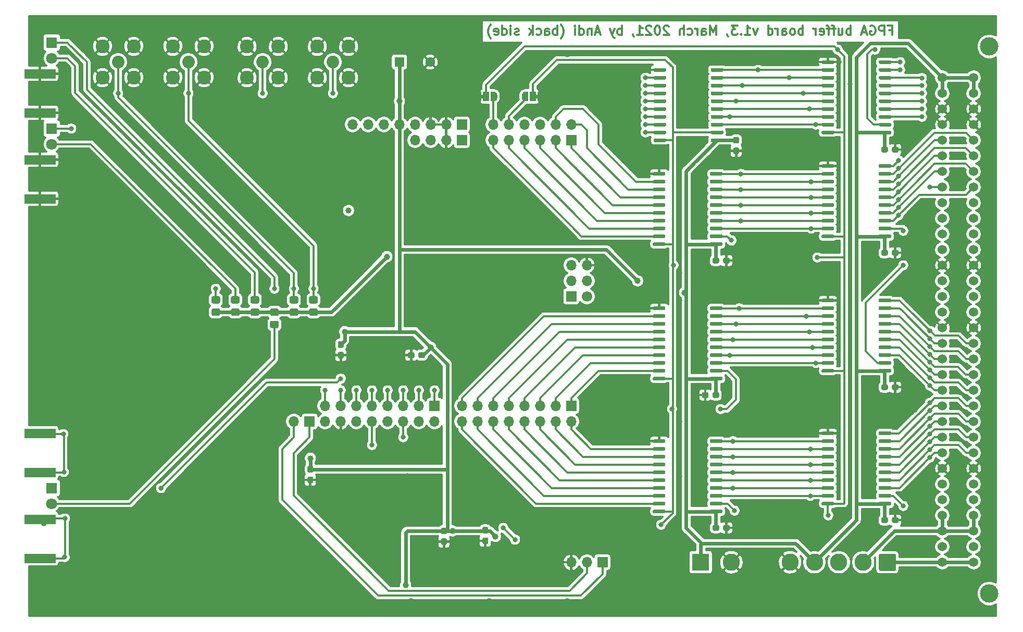
<source format=gbl>
G04 #@! TF.GenerationSoftware,KiCad,Pcbnew,5.1.9-73d0e3b20d~88~ubuntu18.04.1*
G04 #@! TF.CreationDate,2021-03-10T15:05:19+01:00*
G04 #@! TF.ProjectId,FPGA_buffer_board,46504741-5f62-4756-9666-65725f626f61,1.1*
G04 #@! TF.SameCoordinates,Original*
G04 #@! TF.FileFunction,Copper,L2,Bot*
G04 #@! TF.FilePolarity,Positive*
%FSLAX46Y46*%
G04 Gerber Fmt 4.6, Leading zero omitted, Abs format (unit mm)*
G04 Created by KiCad (PCBNEW 5.1.9-73d0e3b20d~88~ubuntu18.04.1) date 2021-03-10 15:05:19*
%MOMM*%
%LPD*%
G01*
G04 APERTURE LIST*
G04 #@! TA.AperFunction,NonConductor*
%ADD10C,0.300000*%
G04 #@! TD*
G04 #@! TA.AperFunction,EtchedComponent*
%ADD11C,0.100000*%
G04 #@! TD*
G04 #@! TA.AperFunction,ComponentPad*
%ADD12O,1.700000X1.700000*%
G04 #@! TD*
G04 #@! TA.AperFunction,ComponentPad*
%ADD13R,1.700000X1.700000*%
G04 #@! TD*
G04 #@! TA.AperFunction,ComponentPad*
%ADD14R,1.600000X1.600000*%
G04 #@! TD*
G04 #@! TA.AperFunction,ComponentPad*
%ADD15C,1.600000*%
G04 #@! TD*
G04 #@! TA.AperFunction,ComponentPad*
%ADD16C,2.800000*%
G04 #@! TD*
G04 #@! TA.AperFunction,SMDPad,CuDef*
%ADD17R,5.080000X1.500000*%
G04 #@! TD*
G04 #@! TA.AperFunction,SMDPad,CuDef*
%ADD18C,0.100000*%
G04 #@! TD*
G04 #@! TA.AperFunction,SMDPad,CuDef*
%ADD19R,1.000000X1.500000*%
G04 #@! TD*
G04 #@! TA.AperFunction,ComponentPad*
%ADD20R,2.800000X2.800000*%
G04 #@! TD*
G04 #@! TA.AperFunction,ComponentPad*
%ADD21C,1.700000*%
G04 #@! TD*
G04 #@! TA.AperFunction,ComponentPad*
%ADD22C,1.524000*%
G04 #@! TD*
G04 #@! TA.AperFunction,ComponentPad*
%ADD23C,3.000000*%
G04 #@! TD*
G04 #@! TA.AperFunction,ComponentPad*
%ADD24C,2.050000*%
G04 #@! TD*
G04 #@! TA.AperFunction,ComponentPad*
%ADD25C,2.250000*%
G04 #@! TD*
G04 #@! TA.AperFunction,ComponentPad*
%ADD26R,1.800000X1.800000*%
G04 #@! TD*
G04 #@! TA.AperFunction,ComponentPad*
%ADD27C,1.800000*%
G04 #@! TD*
G04 #@! TA.AperFunction,ViaPad*
%ADD28C,1.000000*%
G04 #@! TD*
G04 #@! TA.AperFunction,ViaPad*
%ADD29C,0.800000*%
G04 #@! TD*
G04 #@! TA.AperFunction,Conductor*
%ADD30C,0.600000*%
G04 #@! TD*
G04 #@! TA.AperFunction,Conductor*
%ADD31C,0.350000*%
G04 #@! TD*
G04 #@! TA.AperFunction,Conductor*
%ADD32C,0.100000*%
G04 #@! TD*
G04 APERTURE END LIST*
D10*
X230087857Y-53232857D02*
X230587857Y-53232857D01*
X230587857Y-54018571D02*
X230587857Y-52518571D01*
X229873571Y-52518571D01*
X229302142Y-54018571D02*
X229302142Y-52518571D01*
X228730714Y-52518571D01*
X228587857Y-52590000D01*
X228516428Y-52661428D01*
X228445000Y-52804285D01*
X228445000Y-53018571D01*
X228516428Y-53161428D01*
X228587857Y-53232857D01*
X228730714Y-53304285D01*
X229302142Y-53304285D01*
X227016428Y-52590000D02*
X227159285Y-52518571D01*
X227373571Y-52518571D01*
X227587857Y-52590000D01*
X227730714Y-52732857D01*
X227802142Y-52875714D01*
X227873571Y-53161428D01*
X227873571Y-53375714D01*
X227802142Y-53661428D01*
X227730714Y-53804285D01*
X227587857Y-53947142D01*
X227373571Y-54018571D01*
X227230714Y-54018571D01*
X227016428Y-53947142D01*
X226945000Y-53875714D01*
X226945000Y-53375714D01*
X227230714Y-53375714D01*
X226373571Y-53590000D02*
X225659285Y-53590000D01*
X226516428Y-54018571D02*
X226016428Y-52518571D01*
X225516428Y-54018571D01*
X223873571Y-54018571D02*
X223873571Y-52518571D01*
X223873571Y-53090000D02*
X223730714Y-53018571D01*
X223445000Y-53018571D01*
X223302142Y-53090000D01*
X223230714Y-53161428D01*
X223159285Y-53304285D01*
X223159285Y-53732857D01*
X223230714Y-53875714D01*
X223302142Y-53947142D01*
X223445000Y-54018571D01*
X223730714Y-54018571D01*
X223873571Y-53947142D01*
X221873571Y-53018571D02*
X221873571Y-54018571D01*
X222516428Y-53018571D02*
X222516428Y-53804285D01*
X222445000Y-53947142D01*
X222302142Y-54018571D01*
X222087857Y-54018571D01*
X221945000Y-53947142D01*
X221873571Y-53875714D01*
X221373571Y-53018571D02*
X220802142Y-53018571D01*
X221159285Y-54018571D02*
X221159285Y-52732857D01*
X221087857Y-52590000D01*
X220945000Y-52518571D01*
X220802142Y-52518571D01*
X220516428Y-53018571D02*
X219945000Y-53018571D01*
X220302142Y-54018571D02*
X220302142Y-52732857D01*
X220230714Y-52590000D01*
X220087857Y-52518571D01*
X219945000Y-52518571D01*
X218873571Y-53947142D02*
X219016428Y-54018571D01*
X219302142Y-54018571D01*
X219445000Y-53947142D01*
X219516428Y-53804285D01*
X219516428Y-53232857D01*
X219445000Y-53090000D01*
X219302142Y-53018571D01*
X219016428Y-53018571D01*
X218873571Y-53090000D01*
X218802142Y-53232857D01*
X218802142Y-53375714D01*
X219516428Y-53518571D01*
X218159285Y-54018571D02*
X218159285Y-53018571D01*
X218159285Y-53304285D02*
X218087857Y-53161428D01*
X218016428Y-53090000D01*
X217873571Y-53018571D01*
X217730714Y-53018571D01*
X216087857Y-54018571D02*
X216087857Y-52518571D01*
X216087857Y-53090000D02*
X215945000Y-53018571D01*
X215659285Y-53018571D01*
X215516428Y-53090000D01*
X215445000Y-53161428D01*
X215373571Y-53304285D01*
X215373571Y-53732857D01*
X215445000Y-53875714D01*
X215516428Y-53947142D01*
X215659285Y-54018571D01*
X215945000Y-54018571D01*
X216087857Y-53947142D01*
X214516428Y-54018571D02*
X214659285Y-53947142D01*
X214730714Y-53875714D01*
X214802142Y-53732857D01*
X214802142Y-53304285D01*
X214730714Y-53161428D01*
X214659285Y-53090000D01*
X214516428Y-53018571D01*
X214302142Y-53018571D01*
X214159285Y-53090000D01*
X214087857Y-53161428D01*
X214016428Y-53304285D01*
X214016428Y-53732857D01*
X214087857Y-53875714D01*
X214159285Y-53947142D01*
X214302142Y-54018571D01*
X214516428Y-54018571D01*
X212730714Y-54018571D02*
X212730714Y-53232857D01*
X212802142Y-53090000D01*
X212945000Y-53018571D01*
X213230714Y-53018571D01*
X213373571Y-53090000D01*
X212730714Y-53947142D02*
X212873571Y-54018571D01*
X213230714Y-54018571D01*
X213373571Y-53947142D01*
X213445000Y-53804285D01*
X213445000Y-53661428D01*
X213373571Y-53518571D01*
X213230714Y-53447142D01*
X212873571Y-53447142D01*
X212730714Y-53375714D01*
X212016428Y-54018571D02*
X212016428Y-53018571D01*
X212016428Y-53304285D02*
X211945000Y-53161428D01*
X211873571Y-53090000D01*
X211730714Y-53018571D01*
X211587857Y-53018571D01*
X210445000Y-54018571D02*
X210445000Y-52518571D01*
X210445000Y-53947142D02*
X210587857Y-54018571D01*
X210873571Y-54018571D01*
X211016428Y-53947142D01*
X211087857Y-53875714D01*
X211159285Y-53732857D01*
X211159285Y-53304285D01*
X211087857Y-53161428D01*
X211016428Y-53090000D01*
X210873571Y-53018571D01*
X210587857Y-53018571D01*
X210445000Y-53090000D01*
X208730714Y-53018571D02*
X208373571Y-54018571D01*
X208016428Y-53018571D01*
X206659285Y-54018571D02*
X207516428Y-54018571D01*
X207087857Y-54018571D02*
X207087857Y-52518571D01*
X207230714Y-52732857D01*
X207373571Y-52875714D01*
X207516428Y-52947142D01*
X206016428Y-53875714D02*
X205945000Y-53947142D01*
X206016428Y-54018571D01*
X206087857Y-53947142D01*
X206016428Y-53875714D01*
X206016428Y-54018571D01*
X205445000Y-52518571D02*
X204516428Y-52518571D01*
X205016428Y-53090000D01*
X204802142Y-53090000D01*
X204659285Y-53161428D01*
X204587857Y-53232857D01*
X204516428Y-53375714D01*
X204516428Y-53732857D01*
X204587857Y-53875714D01*
X204659285Y-53947142D01*
X204802142Y-54018571D01*
X205230714Y-54018571D01*
X205373571Y-53947142D01*
X205445000Y-53875714D01*
X203802142Y-53947142D02*
X203802142Y-54018571D01*
X203873571Y-54161428D01*
X203945000Y-54232857D01*
X202016428Y-54018571D02*
X202016428Y-52518571D01*
X201516428Y-53590000D01*
X201016428Y-52518571D01*
X201016428Y-54018571D01*
X199659285Y-54018571D02*
X199659285Y-53232857D01*
X199730714Y-53090000D01*
X199873571Y-53018571D01*
X200159285Y-53018571D01*
X200302142Y-53090000D01*
X199659285Y-53947142D02*
X199802142Y-54018571D01*
X200159285Y-54018571D01*
X200302142Y-53947142D01*
X200373571Y-53804285D01*
X200373571Y-53661428D01*
X200302142Y-53518571D01*
X200159285Y-53447142D01*
X199802142Y-53447142D01*
X199659285Y-53375714D01*
X198945000Y-54018571D02*
X198945000Y-53018571D01*
X198945000Y-53304285D02*
X198873571Y-53161428D01*
X198802142Y-53090000D01*
X198659285Y-53018571D01*
X198516428Y-53018571D01*
X197373571Y-53947142D02*
X197516428Y-54018571D01*
X197802142Y-54018571D01*
X197945000Y-53947142D01*
X198016428Y-53875714D01*
X198087857Y-53732857D01*
X198087857Y-53304285D01*
X198016428Y-53161428D01*
X197945000Y-53090000D01*
X197802142Y-53018571D01*
X197516428Y-53018571D01*
X197373571Y-53090000D01*
X196730714Y-54018571D02*
X196730714Y-52518571D01*
X196087857Y-54018571D02*
X196087857Y-53232857D01*
X196159285Y-53090000D01*
X196302142Y-53018571D01*
X196516428Y-53018571D01*
X196659285Y-53090000D01*
X196730714Y-53161428D01*
X194302142Y-52661428D02*
X194230714Y-52590000D01*
X194087857Y-52518571D01*
X193730714Y-52518571D01*
X193587857Y-52590000D01*
X193516428Y-52661428D01*
X193445000Y-52804285D01*
X193445000Y-52947142D01*
X193516428Y-53161428D01*
X194373571Y-54018571D01*
X193445000Y-54018571D01*
X192516428Y-52518571D02*
X192373571Y-52518571D01*
X192230714Y-52590000D01*
X192159285Y-52661428D01*
X192087857Y-52804285D01*
X192016428Y-53090000D01*
X192016428Y-53447142D01*
X192087857Y-53732857D01*
X192159285Y-53875714D01*
X192230714Y-53947142D01*
X192373571Y-54018571D01*
X192516428Y-54018571D01*
X192659285Y-53947142D01*
X192730714Y-53875714D01*
X192802142Y-53732857D01*
X192873571Y-53447142D01*
X192873571Y-53090000D01*
X192802142Y-52804285D01*
X192730714Y-52661428D01*
X192659285Y-52590000D01*
X192516428Y-52518571D01*
X191445000Y-52661428D02*
X191373571Y-52590000D01*
X191230714Y-52518571D01*
X190873571Y-52518571D01*
X190730714Y-52590000D01*
X190659285Y-52661428D01*
X190587857Y-52804285D01*
X190587857Y-52947142D01*
X190659285Y-53161428D01*
X191516428Y-54018571D01*
X190587857Y-54018571D01*
X189159285Y-54018571D02*
X190016428Y-54018571D01*
X189587857Y-54018571D02*
X189587857Y-52518571D01*
X189730714Y-52732857D01*
X189873571Y-52875714D01*
X190016428Y-52947142D01*
X188445000Y-53947142D02*
X188445000Y-54018571D01*
X188516428Y-54161428D01*
X188587857Y-54232857D01*
X186659285Y-54018571D02*
X186659285Y-52518571D01*
X186659285Y-53090000D02*
X186516428Y-53018571D01*
X186230714Y-53018571D01*
X186087857Y-53090000D01*
X186016428Y-53161428D01*
X185945000Y-53304285D01*
X185945000Y-53732857D01*
X186016428Y-53875714D01*
X186087857Y-53947142D01*
X186230714Y-54018571D01*
X186516428Y-54018571D01*
X186659285Y-53947142D01*
X185445000Y-53018571D02*
X185087857Y-54018571D01*
X184730714Y-53018571D02*
X185087857Y-54018571D01*
X185230714Y-54375714D01*
X185302142Y-54447142D01*
X185445000Y-54518571D01*
X183087857Y-53590000D02*
X182373571Y-53590000D01*
X183230714Y-54018571D02*
X182730714Y-52518571D01*
X182230714Y-54018571D01*
X181730714Y-53018571D02*
X181730714Y-54018571D01*
X181730714Y-53161428D02*
X181659285Y-53090000D01*
X181516428Y-53018571D01*
X181302142Y-53018571D01*
X181159285Y-53090000D01*
X181087857Y-53232857D01*
X181087857Y-54018571D01*
X179730714Y-54018571D02*
X179730714Y-52518571D01*
X179730714Y-53947142D02*
X179873571Y-54018571D01*
X180159285Y-54018571D01*
X180302142Y-53947142D01*
X180373571Y-53875714D01*
X180445000Y-53732857D01*
X180445000Y-53304285D01*
X180373571Y-53161428D01*
X180302142Y-53090000D01*
X180159285Y-53018571D01*
X179873571Y-53018571D01*
X179730714Y-53090000D01*
X179016428Y-54018571D02*
X179016428Y-53018571D01*
X179016428Y-52518571D02*
X179087857Y-52590000D01*
X179016428Y-52661428D01*
X178945000Y-52590000D01*
X179016428Y-52518571D01*
X179016428Y-52661428D01*
X176730714Y-54590000D02*
X176802142Y-54518571D01*
X176945000Y-54304285D01*
X177016428Y-54161428D01*
X177087857Y-53947142D01*
X177159285Y-53590000D01*
X177159285Y-53304285D01*
X177087857Y-52947142D01*
X177016428Y-52732857D01*
X176945000Y-52590000D01*
X176802142Y-52375714D01*
X176730714Y-52304285D01*
X176159285Y-54018571D02*
X176159285Y-52518571D01*
X176159285Y-53090000D02*
X176016428Y-53018571D01*
X175730714Y-53018571D01*
X175587857Y-53090000D01*
X175516428Y-53161428D01*
X175445000Y-53304285D01*
X175445000Y-53732857D01*
X175516428Y-53875714D01*
X175587857Y-53947142D01*
X175730714Y-54018571D01*
X176016428Y-54018571D01*
X176159285Y-53947142D01*
X174159285Y-54018571D02*
X174159285Y-53232857D01*
X174230714Y-53090000D01*
X174373571Y-53018571D01*
X174659285Y-53018571D01*
X174802142Y-53090000D01*
X174159285Y-53947142D02*
X174302142Y-54018571D01*
X174659285Y-54018571D01*
X174802142Y-53947142D01*
X174873571Y-53804285D01*
X174873571Y-53661428D01*
X174802142Y-53518571D01*
X174659285Y-53447142D01*
X174302142Y-53447142D01*
X174159285Y-53375714D01*
X172802142Y-53947142D02*
X172945000Y-54018571D01*
X173230714Y-54018571D01*
X173373571Y-53947142D01*
X173445000Y-53875714D01*
X173516428Y-53732857D01*
X173516428Y-53304285D01*
X173445000Y-53161428D01*
X173373571Y-53090000D01*
X173230714Y-53018571D01*
X172945000Y-53018571D01*
X172802142Y-53090000D01*
X172159285Y-54018571D02*
X172159285Y-52518571D01*
X172016428Y-53447142D02*
X171587857Y-54018571D01*
X171587857Y-53018571D02*
X172159285Y-53590000D01*
X169873571Y-53947142D02*
X169730714Y-54018571D01*
X169445000Y-54018571D01*
X169302142Y-53947142D01*
X169230714Y-53804285D01*
X169230714Y-53732857D01*
X169302142Y-53590000D01*
X169445000Y-53518571D01*
X169659285Y-53518571D01*
X169802142Y-53447142D01*
X169873571Y-53304285D01*
X169873571Y-53232857D01*
X169802142Y-53090000D01*
X169659285Y-53018571D01*
X169445000Y-53018571D01*
X169302142Y-53090000D01*
X168587857Y-54018571D02*
X168587857Y-53018571D01*
X168587857Y-52518571D02*
X168659285Y-52590000D01*
X168587857Y-52661428D01*
X168516428Y-52590000D01*
X168587857Y-52518571D01*
X168587857Y-52661428D01*
X167230714Y-54018571D02*
X167230714Y-52518571D01*
X167230714Y-53947142D02*
X167373571Y-54018571D01*
X167659285Y-54018571D01*
X167802142Y-53947142D01*
X167873571Y-53875714D01*
X167945000Y-53732857D01*
X167945000Y-53304285D01*
X167873571Y-53161428D01*
X167802142Y-53090000D01*
X167659285Y-53018571D01*
X167373571Y-53018571D01*
X167230714Y-53090000D01*
X165945000Y-53947142D02*
X166087857Y-54018571D01*
X166373571Y-54018571D01*
X166516428Y-53947142D01*
X166587857Y-53804285D01*
X166587857Y-53232857D01*
X166516428Y-53090000D01*
X166373571Y-53018571D01*
X166087857Y-53018571D01*
X165945000Y-53090000D01*
X165873571Y-53232857D01*
X165873571Y-53375714D01*
X166587857Y-53518571D01*
X165373571Y-54590000D02*
X165302142Y-54518571D01*
X165159285Y-54304285D01*
X165087857Y-54161428D01*
X165016428Y-53947142D01*
X164945000Y-53590000D01*
X164945000Y-53304285D01*
X165016428Y-52947142D01*
X165087857Y-52732857D01*
X165159285Y-52590000D01*
X165302142Y-52375714D01*
X165373571Y-52304285D01*
D11*
G36*
X173112000Y-63708000D02*
G01*
X172612000Y-63708000D01*
X172612000Y-64308000D01*
X173112000Y-64308000D01*
X173112000Y-63708000D01*
G37*
G36*
X163692000Y-64308000D02*
G01*
X164192000Y-64308000D01*
X164192000Y-63708000D01*
X163692000Y-63708000D01*
X163692000Y-64308000D01*
G37*
D12*
X165735000Y-68580000D03*
X165735000Y-71120000D03*
X168275000Y-68580000D03*
X168275000Y-71120000D03*
X170815000Y-68580000D03*
X170815000Y-71120000D03*
X173355000Y-68580000D03*
X173355000Y-71120000D03*
X175895000Y-68580000D03*
X175895000Y-71120000D03*
X178435000Y-68580000D03*
D13*
X178435000Y-71120000D03*
G04 #@! TA.AperFunction,SMDPad,CuDef*
G36*
G01*
X201110000Y-71270000D02*
X201110000Y-70970000D01*
G75*
G02*
X201260000Y-70820000I150000J0D01*
G01*
X203010000Y-70820000D01*
G75*
G02*
X203160000Y-70970000I0J-150000D01*
G01*
X203160000Y-71270000D01*
G75*
G02*
X203010000Y-71420000I-150000J0D01*
G01*
X201260000Y-71420000D01*
G75*
G02*
X201110000Y-71270000I0J150000D01*
G01*
G37*
G04 #@! TD.AperFunction*
G04 #@! TA.AperFunction,SMDPad,CuDef*
G36*
G01*
X201110000Y-70000000D02*
X201110000Y-69700000D01*
G75*
G02*
X201260000Y-69550000I150000J0D01*
G01*
X203010000Y-69550000D01*
G75*
G02*
X203160000Y-69700000I0J-150000D01*
G01*
X203160000Y-70000000D01*
G75*
G02*
X203010000Y-70150000I-150000J0D01*
G01*
X201260000Y-70150000D01*
G75*
G02*
X201110000Y-70000000I0J150000D01*
G01*
G37*
G04 #@! TD.AperFunction*
G04 #@! TA.AperFunction,SMDPad,CuDef*
G36*
G01*
X201110000Y-68730000D02*
X201110000Y-68430000D01*
G75*
G02*
X201260000Y-68280000I150000J0D01*
G01*
X203010000Y-68280000D01*
G75*
G02*
X203160000Y-68430000I0J-150000D01*
G01*
X203160000Y-68730000D01*
G75*
G02*
X203010000Y-68880000I-150000J0D01*
G01*
X201260000Y-68880000D01*
G75*
G02*
X201110000Y-68730000I0J150000D01*
G01*
G37*
G04 #@! TD.AperFunction*
G04 #@! TA.AperFunction,SMDPad,CuDef*
G36*
G01*
X201110000Y-67460000D02*
X201110000Y-67160000D01*
G75*
G02*
X201260000Y-67010000I150000J0D01*
G01*
X203010000Y-67010000D01*
G75*
G02*
X203160000Y-67160000I0J-150000D01*
G01*
X203160000Y-67460000D01*
G75*
G02*
X203010000Y-67610000I-150000J0D01*
G01*
X201260000Y-67610000D01*
G75*
G02*
X201110000Y-67460000I0J150000D01*
G01*
G37*
G04 #@! TD.AperFunction*
G04 #@! TA.AperFunction,SMDPad,CuDef*
G36*
G01*
X201110000Y-66190000D02*
X201110000Y-65890000D01*
G75*
G02*
X201260000Y-65740000I150000J0D01*
G01*
X203010000Y-65740000D01*
G75*
G02*
X203160000Y-65890000I0J-150000D01*
G01*
X203160000Y-66190000D01*
G75*
G02*
X203010000Y-66340000I-150000J0D01*
G01*
X201260000Y-66340000D01*
G75*
G02*
X201110000Y-66190000I0J150000D01*
G01*
G37*
G04 #@! TD.AperFunction*
G04 #@! TA.AperFunction,SMDPad,CuDef*
G36*
G01*
X201110000Y-64920000D02*
X201110000Y-64620000D01*
G75*
G02*
X201260000Y-64470000I150000J0D01*
G01*
X203010000Y-64470000D01*
G75*
G02*
X203160000Y-64620000I0J-150000D01*
G01*
X203160000Y-64920000D01*
G75*
G02*
X203010000Y-65070000I-150000J0D01*
G01*
X201260000Y-65070000D01*
G75*
G02*
X201110000Y-64920000I0J150000D01*
G01*
G37*
G04 #@! TD.AperFunction*
G04 #@! TA.AperFunction,SMDPad,CuDef*
G36*
G01*
X201110000Y-63650000D02*
X201110000Y-63350000D01*
G75*
G02*
X201260000Y-63200000I150000J0D01*
G01*
X203010000Y-63200000D01*
G75*
G02*
X203160000Y-63350000I0J-150000D01*
G01*
X203160000Y-63650000D01*
G75*
G02*
X203010000Y-63800000I-150000J0D01*
G01*
X201260000Y-63800000D01*
G75*
G02*
X201110000Y-63650000I0J150000D01*
G01*
G37*
G04 #@! TD.AperFunction*
G04 #@! TA.AperFunction,SMDPad,CuDef*
G36*
G01*
X201110000Y-62380000D02*
X201110000Y-62080000D01*
G75*
G02*
X201260000Y-61930000I150000J0D01*
G01*
X203010000Y-61930000D01*
G75*
G02*
X203160000Y-62080000I0J-150000D01*
G01*
X203160000Y-62380000D01*
G75*
G02*
X203010000Y-62530000I-150000J0D01*
G01*
X201260000Y-62530000D01*
G75*
G02*
X201110000Y-62380000I0J150000D01*
G01*
G37*
G04 #@! TD.AperFunction*
G04 #@! TA.AperFunction,SMDPad,CuDef*
G36*
G01*
X201110000Y-61110000D02*
X201110000Y-60810000D01*
G75*
G02*
X201260000Y-60660000I150000J0D01*
G01*
X203010000Y-60660000D01*
G75*
G02*
X203160000Y-60810000I0J-150000D01*
G01*
X203160000Y-61110000D01*
G75*
G02*
X203010000Y-61260000I-150000J0D01*
G01*
X201260000Y-61260000D01*
G75*
G02*
X201110000Y-61110000I0J150000D01*
G01*
G37*
G04 #@! TD.AperFunction*
G04 #@! TA.AperFunction,SMDPad,CuDef*
G36*
G01*
X201110000Y-59840000D02*
X201110000Y-59540000D01*
G75*
G02*
X201260000Y-59390000I150000J0D01*
G01*
X203010000Y-59390000D01*
G75*
G02*
X203160000Y-59540000I0J-150000D01*
G01*
X203160000Y-59840000D01*
G75*
G02*
X203010000Y-59990000I-150000J0D01*
G01*
X201260000Y-59990000D01*
G75*
G02*
X201110000Y-59840000I0J150000D01*
G01*
G37*
G04 #@! TD.AperFunction*
G04 #@! TA.AperFunction,SMDPad,CuDef*
G36*
G01*
X191810000Y-59840000D02*
X191810000Y-59540000D01*
G75*
G02*
X191960000Y-59390000I150000J0D01*
G01*
X193710000Y-59390000D01*
G75*
G02*
X193860000Y-59540000I0J-150000D01*
G01*
X193860000Y-59840000D01*
G75*
G02*
X193710000Y-59990000I-150000J0D01*
G01*
X191960000Y-59990000D01*
G75*
G02*
X191810000Y-59840000I0J150000D01*
G01*
G37*
G04 #@! TD.AperFunction*
G04 #@! TA.AperFunction,SMDPad,CuDef*
G36*
G01*
X191810000Y-61110000D02*
X191810000Y-60810000D01*
G75*
G02*
X191960000Y-60660000I150000J0D01*
G01*
X193710000Y-60660000D01*
G75*
G02*
X193860000Y-60810000I0J-150000D01*
G01*
X193860000Y-61110000D01*
G75*
G02*
X193710000Y-61260000I-150000J0D01*
G01*
X191960000Y-61260000D01*
G75*
G02*
X191810000Y-61110000I0J150000D01*
G01*
G37*
G04 #@! TD.AperFunction*
G04 #@! TA.AperFunction,SMDPad,CuDef*
G36*
G01*
X191810000Y-62380000D02*
X191810000Y-62080000D01*
G75*
G02*
X191960000Y-61930000I150000J0D01*
G01*
X193710000Y-61930000D01*
G75*
G02*
X193860000Y-62080000I0J-150000D01*
G01*
X193860000Y-62380000D01*
G75*
G02*
X193710000Y-62530000I-150000J0D01*
G01*
X191960000Y-62530000D01*
G75*
G02*
X191810000Y-62380000I0J150000D01*
G01*
G37*
G04 #@! TD.AperFunction*
G04 #@! TA.AperFunction,SMDPad,CuDef*
G36*
G01*
X191810000Y-63650000D02*
X191810000Y-63350000D01*
G75*
G02*
X191960000Y-63200000I150000J0D01*
G01*
X193710000Y-63200000D01*
G75*
G02*
X193860000Y-63350000I0J-150000D01*
G01*
X193860000Y-63650000D01*
G75*
G02*
X193710000Y-63800000I-150000J0D01*
G01*
X191960000Y-63800000D01*
G75*
G02*
X191810000Y-63650000I0J150000D01*
G01*
G37*
G04 #@! TD.AperFunction*
G04 #@! TA.AperFunction,SMDPad,CuDef*
G36*
G01*
X191810000Y-64920000D02*
X191810000Y-64620000D01*
G75*
G02*
X191960000Y-64470000I150000J0D01*
G01*
X193710000Y-64470000D01*
G75*
G02*
X193860000Y-64620000I0J-150000D01*
G01*
X193860000Y-64920000D01*
G75*
G02*
X193710000Y-65070000I-150000J0D01*
G01*
X191960000Y-65070000D01*
G75*
G02*
X191810000Y-64920000I0J150000D01*
G01*
G37*
G04 #@! TD.AperFunction*
G04 #@! TA.AperFunction,SMDPad,CuDef*
G36*
G01*
X191810000Y-66190000D02*
X191810000Y-65890000D01*
G75*
G02*
X191960000Y-65740000I150000J0D01*
G01*
X193710000Y-65740000D01*
G75*
G02*
X193860000Y-65890000I0J-150000D01*
G01*
X193860000Y-66190000D01*
G75*
G02*
X193710000Y-66340000I-150000J0D01*
G01*
X191960000Y-66340000D01*
G75*
G02*
X191810000Y-66190000I0J150000D01*
G01*
G37*
G04 #@! TD.AperFunction*
G04 #@! TA.AperFunction,SMDPad,CuDef*
G36*
G01*
X191810000Y-67460000D02*
X191810000Y-67160000D01*
G75*
G02*
X191960000Y-67010000I150000J0D01*
G01*
X193710000Y-67010000D01*
G75*
G02*
X193860000Y-67160000I0J-150000D01*
G01*
X193860000Y-67460000D01*
G75*
G02*
X193710000Y-67610000I-150000J0D01*
G01*
X191960000Y-67610000D01*
G75*
G02*
X191810000Y-67460000I0J150000D01*
G01*
G37*
G04 #@! TD.AperFunction*
G04 #@! TA.AperFunction,SMDPad,CuDef*
G36*
G01*
X191810000Y-68730000D02*
X191810000Y-68430000D01*
G75*
G02*
X191960000Y-68280000I150000J0D01*
G01*
X193710000Y-68280000D01*
G75*
G02*
X193860000Y-68430000I0J-150000D01*
G01*
X193860000Y-68730000D01*
G75*
G02*
X193710000Y-68880000I-150000J0D01*
G01*
X191960000Y-68880000D01*
G75*
G02*
X191810000Y-68730000I0J150000D01*
G01*
G37*
G04 #@! TD.AperFunction*
G04 #@! TA.AperFunction,SMDPad,CuDef*
G36*
G01*
X191810000Y-70000000D02*
X191810000Y-69700000D01*
G75*
G02*
X191960000Y-69550000I150000J0D01*
G01*
X193710000Y-69550000D01*
G75*
G02*
X193860000Y-69700000I0J-150000D01*
G01*
X193860000Y-70000000D01*
G75*
G02*
X193710000Y-70150000I-150000J0D01*
G01*
X191960000Y-70150000D01*
G75*
G02*
X191810000Y-70000000I0J150000D01*
G01*
G37*
G04 #@! TD.AperFunction*
G04 #@! TA.AperFunction,SMDPad,CuDef*
G36*
G01*
X191810000Y-71270000D02*
X191810000Y-70970000D01*
G75*
G02*
X191960000Y-70820000I150000J0D01*
G01*
X193710000Y-70820000D01*
G75*
G02*
X193860000Y-70970000I0J-150000D01*
G01*
X193860000Y-71270000D01*
G75*
G02*
X193710000Y-71420000I-150000J0D01*
G01*
X191960000Y-71420000D01*
G75*
G02*
X191810000Y-71270000I0J150000D01*
G01*
G37*
G04 #@! TD.AperFunction*
G04 #@! TA.AperFunction,SMDPad,CuDef*
G36*
G01*
X219115000Y-108735000D02*
X219115000Y-108435000D01*
G75*
G02*
X219265000Y-108285000I150000J0D01*
G01*
X221015000Y-108285000D01*
G75*
G02*
X221165000Y-108435000I0J-150000D01*
G01*
X221165000Y-108735000D01*
G75*
G02*
X221015000Y-108885000I-150000J0D01*
G01*
X219265000Y-108885000D01*
G75*
G02*
X219115000Y-108735000I0J150000D01*
G01*
G37*
G04 #@! TD.AperFunction*
G04 #@! TA.AperFunction,SMDPad,CuDef*
G36*
G01*
X219115000Y-107465000D02*
X219115000Y-107165000D01*
G75*
G02*
X219265000Y-107015000I150000J0D01*
G01*
X221015000Y-107015000D01*
G75*
G02*
X221165000Y-107165000I0J-150000D01*
G01*
X221165000Y-107465000D01*
G75*
G02*
X221015000Y-107615000I-150000J0D01*
G01*
X219265000Y-107615000D01*
G75*
G02*
X219115000Y-107465000I0J150000D01*
G01*
G37*
G04 #@! TD.AperFunction*
G04 #@! TA.AperFunction,SMDPad,CuDef*
G36*
G01*
X219115000Y-106195000D02*
X219115000Y-105895000D01*
G75*
G02*
X219265000Y-105745000I150000J0D01*
G01*
X221015000Y-105745000D01*
G75*
G02*
X221165000Y-105895000I0J-150000D01*
G01*
X221165000Y-106195000D01*
G75*
G02*
X221015000Y-106345000I-150000J0D01*
G01*
X219265000Y-106345000D01*
G75*
G02*
X219115000Y-106195000I0J150000D01*
G01*
G37*
G04 #@! TD.AperFunction*
G04 #@! TA.AperFunction,SMDPad,CuDef*
G36*
G01*
X219115000Y-104925000D02*
X219115000Y-104625000D01*
G75*
G02*
X219265000Y-104475000I150000J0D01*
G01*
X221015000Y-104475000D01*
G75*
G02*
X221165000Y-104625000I0J-150000D01*
G01*
X221165000Y-104925000D01*
G75*
G02*
X221015000Y-105075000I-150000J0D01*
G01*
X219265000Y-105075000D01*
G75*
G02*
X219115000Y-104925000I0J150000D01*
G01*
G37*
G04 #@! TD.AperFunction*
G04 #@! TA.AperFunction,SMDPad,CuDef*
G36*
G01*
X219115000Y-103655000D02*
X219115000Y-103355000D01*
G75*
G02*
X219265000Y-103205000I150000J0D01*
G01*
X221015000Y-103205000D01*
G75*
G02*
X221165000Y-103355000I0J-150000D01*
G01*
X221165000Y-103655000D01*
G75*
G02*
X221015000Y-103805000I-150000J0D01*
G01*
X219265000Y-103805000D01*
G75*
G02*
X219115000Y-103655000I0J150000D01*
G01*
G37*
G04 #@! TD.AperFunction*
G04 #@! TA.AperFunction,SMDPad,CuDef*
G36*
G01*
X219115000Y-102385000D02*
X219115000Y-102085000D01*
G75*
G02*
X219265000Y-101935000I150000J0D01*
G01*
X221015000Y-101935000D01*
G75*
G02*
X221165000Y-102085000I0J-150000D01*
G01*
X221165000Y-102385000D01*
G75*
G02*
X221015000Y-102535000I-150000J0D01*
G01*
X219265000Y-102535000D01*
G75*
G02*
X219115000Y-102385000I0J150000D01*
G01*
G37*
G04 #@! TD.AperFunction*
G04 #@! TA.AperFunction,SMDPad,CuDef*
G36*
G01*
X219115000Y-101115000D02*
X219115000Y-100815000D01*
G75*
G02*
X219265000Y-100665000I150000J0D01*
G01*
X221015000Y-100665000D01*
G75*
G02*
X221165000Y-100815000I0J-150000D01*
G01*
X221165000Y-101115000D01*
G75*
G02*
X221015000Y-101265000I-150000J0D01*
G01*
X219265000Y-101265000D01*
G75*
G02*
X219115000Y-101115000I0J150000D01*
G01*
G37*
G04 #@! TD.AperFunction*
G04 #@! TA.AperFunction,SMDPad,CuDef*
G36*
G01*
X219115000Y-99845000D02*
X219115000Y-99545000D01*
G75*
G02*
X219265000Y-99395000I150000J0D01*
G01*
X221015000Y-99395000D01*
G75*
G02*
X221165000Y-99545000I0J-150000D01*
G01*
X221165000Y-99845000D01*
G75*
G02*
X221015000Y-99995000I-150000J0D01*
G01*
X219265000Y-99995000D01*
G75*
G02*
X219115000Y-99845000I0J150000D01*
G01*
G37*
G04 #@! TD.AperFunction*
G04 #@! TA.AperFunction,SMDPad,CuDef*
G36*
G01*
X219115000Y-98575000D02*
X219115000Y-98275000D01*
G75*
G02*
X219265000Y-98125000I150000J0D01*
G01*
X221015000Y-98125000D01*
G75*
G02*
X221165000Y-98275000I0J-150000D01*
G01*
X221165000Y-98575000D01*
G75*
G02*
X221015000Y-98725000I-150000J0D01*
G01*
X219265000Y-98725000D01*
G75*
G02*
X219115000Y-98575000I0J150000D01*
G01*
G37*
G04 #@! TD.AperFunction*
G04 #@! TA.AperFunction,SMDPad,CuDef*
G36*
G01*
X219115000Y-97305000D02*
X219115000Y-97005000D01*
G75*
G02*
X219265000Y-96855000I150000J0D01*
G01*
X221015000Y-96855000D01*
G75*
G02*
X221165000Y-97005000I0J-150000D01*
G01*
X221165000Y-97305000D01*
G75*
G02*
X221015000Y-97455000I-150000J0D01*
G01*
X219265000Y-97455000D01*
G75*
G02*
X219115000Y-97305000I0J150000D01*
G01*
G37*
G04 #@! TD.AperFunction*
G04 #@! TA.AperFunction,SMDPad,CuDef*
G36*
G01*
X228415000Y-97305000D02*
X228415000Y-97005000D01*
G75*
G02*
X228565000Y-96855000I150000J0D01*
G01*
X230315000Y-96855000D01*
G75*
G02*
X230465000Y-97005000I0J-150000D01*
G01*
X230465000Y-97305000D01*
G75*
G02*
X230315000Y-97455000I-150000J0D01*
G01*
X228565000Y-97455000D01*
G75*
G02*
X228415000Y-97305000I0J150000D01*
G01*
G37*
G04 #@! TD.AperFunction*
G04 #@! TA.AperFunction,SMDPad,CuDef*
G36*
G01*
X228415000Y-98575000D02*
X228415000Y-98275000D01*
G75*
G02*
X228565000Y-98125000I150000J0D01*
G01*
X230315000Y-98125000D01*
G75*
G02*
X230465000Y-98275000I0J-150000D01*
G01*
X230465000Y-98575000D01*
G75*
G02*
X230315000Y-98725000I-150000J0D01*
G01*
X228565000Y-98725000D01*
G75*
G02*
X228415000Y-98575000I0J150000D01*
G01*
G37*
G04 #@! TD.AperFunction*
G04 #@! TA.AperFunction,SMDPad,CuDef*
G36*
G01*
X228415000Y-99845000D02*
X228415000Y-99545000D01*
G75*
G02*
X228565000Y-99395000I150000J0D01*
G01*
X230315000Y-99395000D01*
G75*
G02*
X230465000Y-99545000I0J-150000D01*
G01*
X230465000Y-99845000D01*
G75*
G02*
X230315000Y-99995000I-150000J0D01*
G01*
X228565000Y-99995000D01*
G75*
G02*
X228415000Y-99845000I0J150000D01*
G01*
G37*
G04 #@! TD.AperFunction*
G04 #@! TA.AperFunction,SMDPad,CuDef*
G36*
G01*
X228415000Y-101115000D02*
X228415000Y-100815000D01*
G75*
G02*
X228565000Y-100665000I150000J0D01*
G01*
X230315000Y-100665000D01*
G75*
G02*
X230465000Y-100815000I0J-150000D01*
G01*
X230465000Y-101115000D01*
G75*
G02*
X230315000Y-101265000I-150000J0D01*
G01*
X228565000Y-101265000D01*
G75*
G02*
X228415000Y-101115000I0J150000D01*
G01*
G37*
G04 #@! TD.AperFunction*
G04 #@! TA.AperFunction,SMDPad,CuDef*
G36*
G01*
X228415000Y-102385000D02*
X228415000Y-102085000D01*
G75*
G02*
X228565000Y-101935000I150000J0D01*
G01*
X230315000Y-101935000D01*
G75*
G02*
X230465000Y-102085000I0J-150000D01*
G01*
X230465000Y-102385000D01*
G75*
G02*
X230315000Y-102535000I-150000J0D01*
G01*
X228565000Y-102535000D01*
G75*
G02*
X228415000Y-102385000I0J150000D01*
G01*
G37*
G04 #@! TD.AperFunction*
G04 #@! TA.AperFunction,SMDPad,CuDef*
G36*
G01*
X228415000Y-103655000D02*
X228415000Y-103355000D01*
G75*
G02*
X228565000Y-103205000I150000J0D01*
G01*
X230315000Y-103205000D01*
G75*
G02*
X230465000Y-103355000I0J-150000D01*
G01*
X230465000Y-103655000D01*
G75*
G02*
X230315000Y-103805000I-150000J0D01*
G01*
X228565000Y-103805000D01*
G75*
G02*
X228415000Y-103655000I0J150000D01*
G01*
G37*
G04 #@! TD.AperFunction*
G04 #@! TA.AperFunction,SMDPad,CuDef*
G36*
G01*
X228415000Y-104925000D02*
X228415000Y-104625000D01*
G75*
G02*
X228565000Y-104475000I150000J0D01*
G01*
X230315000Y-104475000D01*
G75*
G02*
X230465000Y-104625000I0J-150000D01*
G01*
X230465000Y-104925000D01*
G75*
G02*
X230315000Y-105075000I-150000J0D01*
G01*
X228565000Y-105075000D01*
G75*
G02*
X228415000Y-104925000I0J150000D01*
G01*
G37*
G04 #@! TD.AperFunction*
G04 #@! TA.AperFunction,SMDPad,CuDef*
G36*
G01*
X228415000Y-106195000D02*
X228415000Y-105895000D01*
G75*
G02*
X228565000Y-105745000I150000J0D01*
G01*
X230315000Y-105745000D01*
G75*
G02*
X230465000Y-105895000I0J-150000D01*
G01*
X230465000Y-106195000D01*
G75*
G02*
X230315000Y-106345000I-150000J0D01*
G01*
X228565000Y-106345000D01*
G75*
G02*
X228415000Y-106195000I0J150000D01*
G01*
G37*
G04 #@! TD.AperFunction*
G04 #@! TA.AperFunction,SMDPad,CuDef*
G36*
G01*
X228415000Y-107465000D02*
X228415000Y-107165000D01*
G75*
G02*
X228565000Y-107015000I150000J0D01*
G01*
X230315000Y-107015000D01*
G75*
G02*
X230465000Y-107165000I0J-150000D01*
G01*
X230465000Y-107465000D01*
G75*
G02*
X230315000Y-107615000I-150000J0D01*
G01*
X228565000Y-107615000D01*
G75*
G02*
X228415000Y-107465000I0J150000D01*
G01*
G37*
G04 #@! TD.AperFunction*
G04 #@! TA.AperFunction,SMDPad,CuDef*
G36*
G01*
X228415000Y-108735000D02*
X228415000Y-108435000D01*
G75*
G02*
X228565000Y-108285000I150000J0D01*
G01*
X230315000Y-108285000D01*
G75*
G02*
X230465000Y-108435000I0J-150000D01*
G01*
X230465000Y-108735000D01*
G75*
G02*
X230315000Y-108885000I-150000J0D01*
G01*
X228565000Y-108885000D01*
G75*
G02*
X228415000Y-108735000I0J150000D01*
G01*
G37*
G04 #@! TD.AperFunction*
G04 #@! TA.AperFunction,SMDPad,CuDef*
G36*
G01*
X219115000Y-130325000D02*
X219115000Y-130025000D01*
G75*
G02*
X219265000Y-129875000I150000J0D01*
G01*
X221015000Y-129875000D01*
G75*
G02*
X221165000Y-130025000I0J-150000D01*
G01*
X221165000Y-130325000D01*
G75*
G02*
X221015000Y-130475000I-150000J0D01*
G01*
X219265000Y-130475000D01*
G75*
G02*
X219115000Y-130325000I0J150000D01*
G01*
G37*
G04 #@! TD.AperFunction*
G04 #@! TA.AperFunction,SMDPad,CuDef*
G36*
G01*
X219115000Y-129055000D02*
X219115000Y-128755000D01*
G75*
G02*
X219265000Y-128605000I150000J0D01*
G01*
X221015000Y-128605000D01*
G75*
G02*
X221165000Y-128755000I0J-150000D01*
G01*
X221165000Y-129055000D01*
G75*
G02*
X221015000Y-129205000I-150000J0D01*
G01*
X219265000Y-129205000D01*
G75*
G02*
X219115000Y-129055000I0J150000D01*
G01*
G37*
G04 #@! TD.AperFunction*
G04 #@! TA.AperFunction,SMDPad,CuDef*
G36*
G01*
X219115000Y-127785000D02*
X219115000Y-127485000D01*
G75*
G02*
X219265000Y-127335000I150000J0D01*
G01*
X221015000Y-127335000D01*
G75*
G02*
X221165000Y-127485000I0J-150000D01*
G01*
X221165000Y-127785000D01*
G75*
G02*
X221015000Y-127935000I-150000J0D01*
G01*
X219265000Y-127935000D01*
G75*
G02*
X219115000Y-127785000I0J150000D01*
G01*
G37*
G04 #@! TD.AperFunction*
G04 #@! TA.AperFunction,SMDPad,CuDef*
G36*
G01*
X219115000Y-126515000D02*
X219115000Y-126215000D01*
G75*
G02*
X219265000Y-126065000I150000J0D01*
G01*
X221015000Y-126065000D01*
G75*
G02*
X221165000Y-126215000I0J-150000D01*
G01*
X221165000Y-126515000D01*
G75*
G02*
X221015000Y-126665000I-150000J0D01*
G01*
X219265000Y-126665000D01*
G75*
G02*
X219115000Y-126515000I0J150000D01*
G01*
G37*
G04 #@! TD.AperFunction*
G04 #@! TA.AperFunction,SMDPad,CuDef*
G36*
G01*
X219115000Y-125245000D02*
X219115000Y-124945000D01*
G75*
G02*
X219265000Y-124795000I150000J0D01*
G01*
X221015000Y-124795000D01*
G75*
G02*
X221165000Y-124945000I0J-150000D01*
G01*
X221165000Y-125245000D01*
G75*
G02*
X221015000Y-125395000I-150000J0D01*
G01*
X219265000Y-125395000D01*
G75*
G02*
X219115000Y-125245000I0J150000D01*
G01*
G37*
G04 #@! TD.AperFunction*
G04 #@! TA.AperFunction,SMDPad,CuDef*
G36*
G01*
X219115000Y-123975000D02*
X219115000Y-123675000D01*
G75*
G02*
X219265000Y-123525000I150000J0D01*
G01*
X221015000Y-123525000D01*
G75*
G02*
X221165000Y-123675000I0J-150000D01*
G01*
X221165000Y-123975000D01*
G75*
G02*
X221015000Y-124125000I-150000J0D01*
G01*
X219265000Y-124125000D01*
G75*
G02*
X219115000Y-123975000I0J150000D01*
G01*
G37*
G04 #@! TD.AperFunction*
G04 #@! TA.AperFunction,SMDPad,CuDef*
G36*
G01*
X219115000Y-122705000D02*
X219115000Y-122405000D01*
G75*
G02*
X219265000Y-122255000I150000J0D01*
G01*
X221015000Y-122255000D01*
G75*
G02*
X221165000Y-122405000I0J-150000D01*
G01*
X221165000Y-122705000D01*
G75*
G02*
X221015000Y-122855000I-150000J0D01*
G01*
X219265000Y-122855000D01*
G75*
G02*
X219115000Y-122705000I0J150000D01*
G01*
G37*
G04 #@! TD.AperFunction*
G04 #@! TA.AperFunction,SMDPad,CuDef*
G36*
G01*
X219115000Y-121435000D02*
X219115000Y-121135000D01*
G75*
G02*
X219265000Y-120985000I150000J0D01*
G01*
X221015000Y-120985000D01*
G75*
G02*
X221165000Y-121135000I0J-150000D01*
G01*
X221165000Y-121435000D01*
G75*
G02*
X221015000Y-121585000I-150000J0D01*
G01*
X219265000Y-121585000D01*
G75*
G02*
X219115000Y-121435000I0J150000D01*
G01*
G37*
G04 #@! TD.AperFunction*
G04 #@! TA.AperFunction,SMDPad,CuDef*
G36*
G01*
X219115000Y-120165000D02*
X219115000Y-119865000D01*
G75*
G02*
X219265000Y-119715000I150000J0D01*
G01*
X221015000Y-119715000D01*
G75*
G02*
X221165000Y-119865000I0J-150000D01*
G01*
X221165000Y-120165000D01*
G75*
G02*
X221015000Y-120315000I-150000J0D01*
G01*
X219265000Y-120315000D01*
G75*
G02*
X219115000Y-120165000I0J150000D01*
G01*
G37*
G04 #@! TD.AperFunction*
G04 #@! TA.AperFunction,SMDPad,CuDef*
G36*
G01*
X219115000Y-118895000D02*
X219115000Y-118595000D01*
G75*
G02*
X219265000Y-118445000I150000J0D01*
G01*
X221015000Y-118445000D01*
G75*
G02*
X221165000Y-118595000I0J-150000D01*
G01*
X221165000Y-118895000D01*
G75*
G02*
X221015000Y-119045000I-150000J0D01*
G01*
X219265000Y-119045000D01*
G75*
G02*
X219115000Y-118895000I0J150000D01*
G01*
G37*
G04 #@! TD.AperFunction*
G04 #@! TA.AperFunction,SMDPad,CuDef*
G36*
G01*
X228415000Y-118895000D02*
X228415000Y-118595000D01*
G75*
G02*
X228565000Y-118445000I150000J0D01*
G01*
X230315000Y-118445000D01*
G75*
G02*
X230465000Y-118595000I0J-150000D01*
G01*
X230465000Y-118895000D01*
G75*
G02*
X230315000Y-119045000I-150000J0D01*
G01*
X228565000Y-119045000D01*
G75*
G02*
X228415000Y-118895000I0J150000D01*
G01*
G37*
G04 #@! TD.AperFunction*
G04 #@! TA.AperFunction,SMDPad,CuDef*
G36*
G01*
X228415000Y-120165000D02*
X228415000Y-119865000D01*
G75*
G02*
X228565000Y-119715000I150000J0D01*
G01*
X230315000Y-119715000D01*
G75*
G02*
X230465000Y-119865000I0J-150000D01*
G01*
X230465000Y-120165000D01*
G75*
G02*
X230315000Y-120315000I-150000J0D01*
G01*
X228565000Y-120315000D01*
G75*
G02*
X228415000Y-120165000I0J150000D01*
G01*
G37*
G04 #@! TD.AperFunction*
G04 #@! TA.AperFunction,SMDPad,CuDef*
G36*
G01*
X228415000Y-121435000D02*
X228415000Y-121135000D01*
G75*
G02*
X228565000Y-120985000I150000J0D01*
G01*
X230315000Y-120985000D01*
G75*
G02*
X230465000Y-121135000I0J-150000D01*
G01*
X230465000Y-121435000D01*
G75*
G02*
X230315000Y-121585000I-150000J0D01*
G01*
X228565000Y-121585000D01*
G75*
G02*
X228415000Y-121435000I0J150000D01*
G01*
G37*
G04 #@! TD.AperFunction*
G04 #@! TA.AperFunction,SMDPad,CuDef*
G36*
G01*
X228415000Y-122705000D02*
X228415000Y-122405000D01*
G75*
G02*
X228565000Y-122255000I150000J0D01*
G01*
X230315000Y-122255000D01*
G75*
G02*
X230465000Y-122405000I0J-150000D01*
G01*
X230465000Y-122705000D01*
G75*
G02*
X230315000Y-122855000I-150000J0D01*
G01*
X228565000Y-122855000D01*
G75*
G02*
X228415000Y-122705000I0J150000D01*
G01*
G37*
G04 #@! TD.AperFunction*
G04 #@! TA.AperFunction,SMDPad,CuDef*
G36*
G01*
X228415000Y-123975000D02*
X228415000Y-123675000D01*
G75*
G02*
X228565000Y-123525000I150000J0D01*
G01*
X230315000Y-123525000D01*
G75*
G02*
X230465000Y-123675000I0J-150000D01*
G01*
X230465000Y-123975000D01*
G75*
G02*
X230315000Y-124125000I-150000J0D01*
G01*
X228565000Y-124125000D01*
G75*
G02*
X228415000Y-123975000I0J150000D01*
G01*
G37*
G04 #@! TD.AperFunction*
G04 #@! TA.AperFunction,SMDPad,CuDef*
G36*
G01*
X228415000Y-125245000D02*
X228415000Y-124945000D01*
G75*
G02*
X228565000Y-124795000I150000J0D01*
G01*
X230315000Y-124795000D01*
G75*
G02*
X230465000Y-124945000I0J-150000D01*
G01*
X230465000Y-125245000D01*
G75*
G02*
X230315000Y-125395000I-150000J0D01*
G01*
X228565000Y-125395000D01*
G75*
G02*
X228415000Y-125245000I0J150000D01*
G01*
G37*
G04 #@! TD.AperFunction*
G04 #@! TA.AperFunction,SMDPad,CuDef*
G36*
G01*
X228415000Y-126515000D02*
X228415000Y-126215000D01*
G75*
G02*
X228565000Y-126065000I150000J0D01*
G01*
X230315000Y-126065000D01*
G75*
G02*
X230465000Y-126215000I0J-150000D01*
G01*
X230465000Y-126515000D01*
G75*
G02*
X230315000Y-126665000I-150000J0D01*
G01*
X228565000Y-126665000D01*
G75*
G02*
X228415000Y-126515000I0J150000D01*
G01*
G37*
G04 #@! TD.AperFunction*
G04 #@! TA.AperFunction,SMDPad,CuDef*
G36*
G01*
X228415000Y-127785000D02*
X228415000Y-127485000D01*
G75*
G02*
X228565000Y-127335000I150000J0D01*
G01*
X230315000Y-127335000D01*
G75*
G02*
X230465000Y-127485000I0J-150000D01*
G01*
X230465000Y-127785000D01*
G75*
G02*
X230315000Y-127935000I-150000J0D01*
G01*
X228565000Y-127935000D01*
G75*
G02*
X228415000Y-127785000I0J150000D01*
G01*
G37*
G04 #@! TD.AperFunction*
G04 #@! TA.AperFunction,SMDPad,CuDef*
G36*
G01*
X228415000Y-129055000D02*
X228415000Y-128755000D01*
G75*
G02*
X228565000Y-128605000I150000J0D01*
G01*
X230315000Y-128605000D01*
G75*
G02*
X230465000Y-128755000I0J-150000D01*
G01*
X230465000Y-129055000D01*
G75*
G02*
X230315000Y-129205000I-150000J0D01*
G01*
X228565000Y-129205000D01*
G75*
G02*
X228415000Y-129055000I0J150000D01*
G01*
G37*
G04 #@! TD.AperFunction*
G04 #@! TA.AperFunction,SMDPad,CuDef*
G36*
G01*
X228415000Y-130325000D02*
X228415000Y-130025000D01*
G75*
G02*
X228565000Y-129875000I150000J0D01*
G01*
X230315000Y-129875000D01*
G75*
G02*
X230465000Y-130025000I0J-150000D01*
G01*
X230465000Y-130325000D01*
G75*
G02*
X230315000Y-130475000I-150000J0D01*
G01*
X228565000Y-130475000D01*
G75*
G02*
X228415000Y-130325000I0J150000D01*
G01*
G37*
G04 #@! TD.AperFunction*
D14*
X150495000Y-58420000D03*
D15*
X155495000Y-58420000D03*
D13*
X183515000Y-139700000D03*
D12*
X180975000Y-139700000D03*
X178435000Y-139700000D03*
G04 #@! TA.AperFunction,ComponentPad*
G36*
G01*
X231235000Y-138560400D02*
X231235000Y-140839600D01*
G75*
G02*
X230974600Y-141100000I-260400J0D01*
G01*
X228695400Y-141100000D01*
G75*
G02*
X228435000Y-140839600I0J260400D01*
G01*
X228435000Y-138560400D01*
G75*
G02*
X228695400Y-138300000I260400J0D01*
G01*
X230974600Y-138300000D01*
G75*
G02*
X231235000Y-138560400I0J-260400D01*
G01*
G37*
G04 #@! TD.AperFunction*
D16*
X225875000Y-139700000D03*
X221915000Y-139700000D03*
X217955000Y-139700000D03*
X213995000Y-139700000D03*
D17*
X92075000Y-132715000D03*
X92075000Y-139065000D03*
X92075000Y-125095000D03*
X92075000Y-118745000D03*
G04 #@! TA.AperFunction,SMDPad,CuDef*
D18*
G36*
X170912000Y-64757398D02*
G01*
X170887466Y-64757398D01*
X170838635Y-64752588D01*
X170790510Y-64743016D01*
X170743555Y-64728772D01*
X170698222Y-64709995D01*
X170654949Y-64686864D01*
X170614150Y-64659604D01*
X170576221Y-64628476D01*
X170541524Y-64593779D01*
X170510396Y-64555850D01*
X170483136Y-64515051D01*
X170460005Y-64471778D01*
X170441228Y-64426445D01*
X170426984Y-64379490D01*
X170417412Y-64331365D01*
X170412602Y-64282534D01*
X170412602Y-64258000D01*
X170412000Y-64258000D01*
X170412000Y-63758000D01*
X170412602Y-63758000D01*
X170412602Y-63733466D01*
X170417412Y-63684635D01*
X170426984Y-63636510D01*
X170441228Y-63589555D01*
X170460005Y-63544222D01*
X170483136Y-63500949D01*
X170510396Y-63460150D01*
X170541524Y-63422221D01*
X170576221Y-63387524D01*
X170614150Y-63356396D01*
X170654949Y-63329136D01*
X170698222Y-63306005D01*
X170743555Y-63287228D01*
X170790510Y-63272984D01*
X170838635Y-63263412D01*
X170887466Y-63258602D01*
X170912000Y-63258602D01*
X170912000Y-63258000D01*
X171462000Y-63258000D01*
X171462000Y-64758000D01*
X170912000Y-64758000D01*
X170912000Y-64757398D01*
G37*
G04 #@! TD.AperFunction*
D19*
X172212000Y-64008000D03*
G04 #@! TA.AperFunction,SMDPad,CuDef*
D18*
G36*
X172962000Y-63258000D02*
G01*
X173512000Y-63258000D01*
X173512000Y-63258602D01*
X173536534Y-63258602D01*
X173585365Y-63263412D01*
X173633490Y-63272984D01*
X173680445Y-63287228D01*
X173725778Y-63306005D01*
X173769051Y-63329136D01*
X173809850Y-63356396D01*
X173847779Y-63387524D01*
X173882476Y-63422221D01*
X173913604Y-63460150D01*
X173940864Y-63500949D01*
X173963995Y-63544222D01*
X173982772Y-63589555D01*
X173997016Y-63636510D01*
X174006588Y-63684635D01*
X174011398Y-63733466D01*
X174011398Y-63758000D01*
X174012000Y-63758000D01*
X174012000Y-64258000D01*
X174011398Y-64258000D01*
X174011398Y-64282534D01*
X174006588Y-64331365D01*
X173997016Y-64379490D01*
X173982772Y-64426445D01*
X173963995Y-64471778D01*
X173940864Y-64515051D01*
X173913604Y-64555850D01*
X173882476Y-64593779D01*
X173847779Y-64628476D01*
X173809850Y-64659604D01*
X173769051Y-64686864D01*
X173725778Y-64709995D01*
X173680445Y-64728772D01*
X173633490Y-64743016D01*
X173585365Y-64752588D01*
X173536534Y-64757398D01*
X173512000Y-64757398D01*
X173512000Y-64758000D01*
X172962000Y-64758000D01*
X172962000Y-63258000D01*
G37*
G04 #@! TD.AperFunction*
G04 #@! TA.AperFunction,SMDPad,CuDef*
G36*
G01*
X200983000Y-88161000D02*
X200983000Y-87861000D01*
G75*
G02*
X201133000Y-87711000I150000J0D01*
G01*
X202883000Y-87711000D01*
G75*
G02*
X203033000Y-87861000I0J-150000D01*
G01*
X203033000Y-88161000D01*
G75*
G02*
X202883000Y-88311000I-150000J0D01*
G01*
X201133000Y-88311000D01*
G75*
G02*
X200983000Y-88161000I0J150000D01*
G01*
G37*
G04 #@! TD.AperFunction*
G04 #@! TA.AperFunction,SMDPad,CuDef*
G36*
G01*
X200983000Y-86891000D02*
X200983000Y-86591000D01*
G75*
G02*
X201133000Y-86441000I150000J0D01*
G01*
X202883000Y-86441000D01*
G75*
G02*
X203033000Y-86591000I0J-150000D01*
G01*
X203033000Y-86891000D01*
G75*
G02*
X202883000Y-87041000I-150000J0D01*
G01*
X201133000Y-87041000D01*
G75*
G02*
X200983000Y-86891000I0J150000D01*
G01*
G37*
G04 #@! TD.AperFunction*
G04 #@! TA.AperFunction,SMDPad,CuDef*
G36*
G01*
X200983000Y-85621000D02*
X200983000Y-85321000D01*
G75*
G02*
X201133000Y-85171000I150000J0D01*
G01*
X202883000Y-85171000D01*
G75*
G02*
X203033000Y-85321000I0J-150000D01*
G01*
X203033000Y-85621000D01*
G75*
G02*
X202883000Y-85771000I-150000J0D01*
G01*
X201133000Y-85771000D01*
G75*
G02*
X200983000Y-85621000I0J150000D01*
G01*
G37*
G04 #@! TD.AperFunction*
G04 #@! TA.AperFunction,SMDPad,CuDef*
G36*
G01*
X200983000Y-84351000D02*
X200983000Y-84051000D01*
G75*
G02*
X201133000Y-83901000I150000J0D01*
G01*
X202883000Y-83901000D01*
G75*
G02*
X203033000Y-84051000I0J-150000D01*
G01*
X203033000Y-84351000D01*
G75*
G02*
X202883000Y-84501000I-150000J0D01*
G01*
X201133000Y-84501000D01*
G75*
G02*
X200983000Y-84351000I0J150000D01*
G01*
G37*
G04 #@! TD.AperFunction*
G04 #@! TA.AperFunction,SMDPad,CuDef*
G36*
G01*
X200983000Y-83081000D02*
X200983000Y-82781000D01*
G75*
G02*
X201133000Y-82631000I150000J0D01*
G01*
X202883000Y-82631000D01*
G75*
G02*
X203033000Y-82781000I0J-150000D01*
G01*
X203033000Y-83081000D01*
G75*
G02*
X202883000Y-83231000I-150000J0D01*
G01*
X201133000Y-83231000D01*
G75*
G02*
X200983000Y-83081000I0J150000D01*
G01*
G37*
G04 #@! TD.AperFunction*
G04 #@! TA.AperFunction,SMDPad,CuDef*
G36*
G01*
X200983000Y-81811000D02*
X200983000Y-81511000D01*
G75*
G02*
X201133000Y-81361000I150000J0D01*
G01*
X202883000Y-81361000D01*
G75*
G02*
X203033000Y-81511000I0J-150000D01*
G01*
X203033000Y-81811000D01*
G75*
G02*
X202883000Y-81961000I-150000J0D01*
G01*
X201133000Y-81961000D01*
G75*
G02*
X200983000Y-81811000I0J150000D01*
G01*
G37*
G04 #@! TD.AperFunction*
G04 #@! TA.AperFunction,SMDPad,CuDef*
G36*
G01*
X200983000Y-80541000D02*
X200983000Y-80241000D01*
G75*
G02*
X201133000Y-80091000I150000J0D01*
G01*
X202883000Y-80091000D01*
G75*
G02*
X203033000Y-80241000I0J-150000D01*
G01*
X203033000Y-80541000D01*
G75*
G02*
X202883000Y-80691000I-150000J0D01*
G01*
X201133000Y-80691000D01*
G75*
G02*
X200983000Y-80541000I0J150000D01*
G01*
G37*
G04 #@! TD.AperFunction*
G04 #@! TA.AperFunction,SMDPad,CuDef*
G36*
G01*
X200983000Y-79271000D02*
X200983000Y-78971000D01*
G75*
G02*
X201133000Y-78821000I150000J0D01*
G01*
X202883000Y-78821000D01*
G75*
G02*
X203033000Y-78971000I0J-150000D01*
G01*
X203033000Y-79271000D01*
G75*
G02*
X202883000Y-79421000I-150000J0D01*
G01*
X201133000Y-79421000D01*
G75*
G02*
X200983000Y-79271000I0J150000D01*
G01*
G37*
G04 #@! TD.AperFunction*
G04 #@! TA.AperFunction,SMDPad,CuDef*
G36*
G01*
X200983000Y-78001000D02*
X200983000Y-77701000D01*
G75*
G02*
X201133000Y-77551000I150000J0D01*
G01*
X202883000Y-77551000D01*
G75*
G02*
X203033000Y-77701000I0J-150000D01*
G01*
X203033000Y-78001000D01*
G75*
G02*
X202883000Y-78151000I-150000J0D01*
G01*
X201133000Y-78151000D01*
G75*
G02*
X200983000Y-78001000I0J150000D01*
G01*
G37*
G04 #@! TD.AperFunction*
G04 #@! TA.AperFunction,SMDPad,CuDef*
G36*
G01*
X200983000Y-76731000D02*
X200983000Y-76431000D01*
G75*
G02*
X201133000Y-76281000I150000J0D01*
G01*
X202883000Y-76281000D01*
G75*
G02*
X203033000Y-76431000I0J-150000D01*
G01*
X203033000Y-76731000D01*
G75*
G02*
X202883000Y-76881000I-150000J0D01*
G01*
X201133000Y-76881000D01*
G75*
G02*
X200983000Y-76731000I0J150000D01*
G01*
G37*
G04 #@! TD.AperFunction*
G04 #@! TA.AperFunction,SMDPad,CuDef*
G36*
G01*
X191683000Y-76731000D02*
X191683000Y-76431000D01*
G75*
G02*
X191833000Y-76281000I150000J0D01*
G01*
X193583000Y-76281000D01*
G75*
G02*
X193733000Y-76431000I0J-150000D01*
G01*
X193733000Y-76731000D01*
G75*
G02*
X193583000Y-76881000I-150000J0D01*
G01*
X191833000Y-76881000D01*
G75*
G02*
X191683000Y-76731000I0J150000D01*
G01*
G37*
G04 #@! TD.AperFunction*
G04 #@! TA.AperFunction,SMDPad,CuDef*
G36*
G01*
X191683000Y-78001000D02*
X191683000Y-77701000D01*
G75*
G02*
X191833000Y-77551000I150000J0D01*
G01*
X193583000Y-77551000D01*
G75*
G02*
X193733000Y-77701000I0J-150000D01*
G01*
X193733000Y-78001000D01*
G75*
G02*
X193583000Y-78151000I-150000J0D01*
G01*
X191833000Y-78151000D01*
G75*
G02*
X191683000Y-78001000I0J150000D01*
G01*
G37*
G04 #@! TD.AperFunction*
G04 #@! TA.AperFunction,SMDPad,CuDef*
G36*
G01*
X191683000Y-79271000D02*
X191683000Y-78971000D01*
G75*
G02*
X191833000Y-78821000I150000J0D01*
G01*
X193583000Y-78821000D01*
G75*
G02*
X193733000Y-78971000I0J-150000D01*
G01*
X193733000Y-79271000D01*
G75*
G02*
X193583000Y-79421000I-150000J0D01*
G01*
X191833000Y-79421000D01*
G75*
G02*
X191683000Y-79271000I0J150000D01*
G01*
G37*
G04 #@! TD.AperFunction*
G04 #@! TA.AperFunction,SMDPad,CuDef*
G36*
G01*
X191683000Y-80541000D02*
X191683000Y-80241000D01*
G75*
G02*
X191833000Y-80091000I150000J0D01*
G01*
X193583000Y-80091000D01*
G75*
G02*
X193733000Y-80241000I0J-150000D01*
G01*
X193733000Y-80541000D01*
G75*
G02*
X193583000Y-80691000I-150000J0D01*
G01*
X191833000Y-80691000D01*
G75*
G02*
X191683000Y-80541000I0J150000D01*
G01*
G37*
G04 #@! TD.AperFunction*
G04 #@! TA.AperFunction,SMDPad,CuDef*
G36*
G01*
X191683000Y-81811000D02*
X191683000Y-81511000D01*
G75*
G02*
X191833000Y-81361000I150000J0D01*
G01*
X193583000Y-81361000D01*
G75*
G02*
X193733000Y-81511000I0J-150000D01*
G01*
X193733000Y-81811000D01*
G75*
G02*
X193583000Y-81961000I-150000J0D01*
G01*
X191833000Y-81961000D01*
G75*
G02*
X191683000Y-81811000I0J150000D01*
G01*
G37*
G04 #@! TD.AperFunction*
G04 #@! TA.AperFunction,SMDPad,CuDef*
G36*
G01*
X191683000Y-83081000D02*
X191683000Y-82781000D01*
G75*
G02*
X191833000Y-82631000I150000J0D01*
G01*
X193583000Y-82631000D01*
G75*
G02*
X193733000Y-82781000I0J-150000D01*
G01*
X193733000Y-83081000D01*
G75*
G02*
X193583000Y-83231000I-150000J0D01*
G01*
X191833000Y-83231000D01*
G75*
G02*
X191683000Y-83081000I0J150000D01*
G01*
G37*
G04 #@! TD.AperFunction*
G04 #@! TA.AperFunction,SMDPad,CuDef*
G36*
G01*
X191683000Y-84351000D02*
X191683000Y-84051000D01*
G75*
G02*
X191833000Y-83901000I150000J0D01*
G01*
X193583000Y-83901000D01*
G75*
G02*
X193733000Y-84051000I0J-150000D01*
G01*
X193733000Y-84351000D01*
G75*
G02*
X193583000Y-84501000I-150000J0D01*
G01*
X191833000Y-84501000D01*
G75*
G02*
X191683000Y-84351000I0J150000D01*
G01*
G37*
G04 #@! TD.AperFunction*
G04 #@! TA.AperFunction,SMDPad,CuDef*
G36*
G01*
X191683000Y-85621000D02*
X191683000Y-85321000D01*
G75*
G02*
X191833000Y-85171000I150000J0D01*
G01*
X193583000Y-85171000D01*
G75*
G02*
X193733000Y-85321000I0J-150000D01*
G01*
X193733000Y-85621000D01*
G75*
G02*
X193583000Y-85771000I-150000J0D01*
G01*
X191833000Y-85771000D01*
G75*
G02*
X191683000Y-85621000I0J150000D01*
G01*
G37*
G04 #@! TD.AperFunction*
G04 #@! TA.AperFunction,SMDPad,CuDef*
G36*
G01*
X191683000Y-86891000D02*
X191683000Y-86591000D01*
G75*
G02*
X191833000Y-86441000I150000J0D01*
G01*
X193583000Y-86441000D01*
G75*
G02*
X193733000Y-86591000I0J-150000D01*
G01*
X193733000Y-86891000D01*
G75*
G02*
X193583000Y-87041000I-150000J0D01*
G01*
X191833000Y-87041000D01*
G75*
G02*
X191683000Y-86891000I0J150000D01*
G01*
G37*
G04 #@! TD.AperFunction*
G04 #@! TA.AperFunction,SMDPad,CuDef*
G36*
G01*
X191683000Y-88161000D02*
X191683000Y-87861000D01*
G75*
G02*
X191833000Y-87711000I150000J0D01*
G01*
X193583000Y-87711000D01*
G75*
G02*
X193733000Y-87861000I0J-150000D01*
G01*
X193733000Y-88161000D01*
G75*
G02*
X193583000Y-88311000I-150000J0D01*
G01*
X191833000Y-88311000D01*
G75*
G02*
X191683000Y-88161000I0J150000D01*
G01*
G37*
G04 #@! TD.AperFunction*
G04 #@! TA.AperFunction,SMDPad,CuDef*
G36*
G01*
X191683000Y-110005000D02*
X191683000Y-109705000D01*
G75*
G02*
X191833000Y-109555000I150000J0D01*
G01*
X193583000Y-109555000D01*
G75*
G02*
X193733000Y-109705000I0J-150000D01*
G01*
X193733000Y-110005000D01*
G75*
G02*
X193583000Y-110155000I-150000J0D01*
G01*
X191833000Y-110155000D01*
G75*
G02*
X191683000Y-110005000I0J150000D01*
G01*
G37*
G04 #@! TD.AperFunction*
G04 #@! TA.AperFunction,SMDPad,CuDef*
G36*
G01*
X191683000Y-108735000D02*
X191683000Y-108435000D01*
G75*
G02*
X191833000Y-108285000I150000J0D01*
G01*
X193583000Y-108285000D01*
G75*
G02*
X193733000Y-108435000I0J-150000D01*
G01*
X193733000Y-108735000D01*
G75*
G02*
X193583000Y-108885000I-150000J0D01*
G01*
X191833000Y-108885000D01*
G75*
G02*
X191683000Y-108735000I0J150000D01*
G01*
G37*
G04 #@! TD.AperFunction*
G04 #@! TA.AperFunction,SMDPad,CuDef*
G36*
G01*
X191683000Y-107465000D02*
X191683000Y-107165000D01*
G75*
G02*
X191833000Y-107015000I150000J0D01*
G01*
X193583000Y-107015000D01*
G75*
G02*
X193733000Y-107165000I0J-150000D01*
G01*
X193733000Y-107465000D01*
G75*
G02*
X193583000Y-107615000I-150000J0D01*
G01*
X191833000Y-107615000D01*
G75*
G02*
X191683000Y-107465000I0J150000D01*
G01*
G37*
G04 #@! TD.AperFunction*
G04 #@! TA.AperFunction,SMDPad,CuDef*
G36*
G01*
X191683000Y-106195000D02*
X191683000Y-105895000D01*
G75*
G02*
X191833000Y-105745000I150000J0D01*
G01*
X193583000Y-105745000D01*
G75*
G02*
X193733000Y-105895000I0J-150000D01*
G01*
X193733000Y-106195000D01*
G75*
G02*
X193583000Y-106345000I-150000J0D01*
G01*
X191833000Y-106345000D01*
G75*
G02*
X191683000Y-106195000I0J150000D01*
G01*
G37*
G04 #@! TD.AperFunction*
G04 #@! TA.AperFunction,SMDPad,CuDef*
G36*
G01*
X191683000Y-104925000D02*
X191683000Y-104625000D01*
G75*
G02*
X191833000Y-104475000I150000J0D01*
G01*
X193583000Y-104475000D01*
G75*
G02*
X193733000Y-104625000I0J-150000D01*
G01*
X193733000Y-104925000D01*
G75*
G02*
X193583000Y-105075000I-150000J0D01*
G01*
X191833000Y-105075000D01*
G75*
G02*
X191683000Y-104925000I0J150000D01*
G01*
G37*
G04 #@! TD.AperFunction*
G04 #@! TA.AperFunction,SMDPad,CuDef*
G36*
G01*
X191683000Y-103655000D02*
X191683000Y-103355000D01*
G75*
G02*
X191833000Y-103205000I150000J0D01*
G01*
X193583000Y-103205000D01*
G75*
G02*
X193733000Y-103355000I0J-150000D01*
G01*
X193733000Y-103655000D01*
G75*
G02*
X193583000Y-103805000I-150000J0D01*
G01*
X191833000Y-103805000D01*
G75*
G02*
X191683000Y-103655000I0J150000D01*
G01*
G37*
G04 #@! TD.AperFunction*
G04 #@! TA.AperFunction,SMDPad,CuDef*
G36*
G01*
X191683000Y-102385000D02*
X191683000Y-102085000D01*
G75*
G02*
X191833000Y-101935000I150000J0D01*
G01*
X193583000Y-101935000D01*
G75*
G02*
X193733000Y-102085000I0J-150000D01*
G01*
X193733000Y-102385000D01*
G75*
G02*
X193583000Y-102535000I-150000J0D01*
G01*
X191833000Y-102535000D01*
G75*
G02*
X191683000Y-102385000I0J150000D01*
G01*
G37*
G04 #@! TD.AperFunction*
G04 #@! TA.AperFunction,SMDPad,CuDef*
G36*
G01*
X191683000Y-101115000D02*
X191683000Y-100815000D01*
G75*
G02*
X191833000Y-100665000I150000J0D01*
G01*
X193583000Y-100665000D01*
G75*
G02*
X193733000Y-100815000I0J-150000D01*
G01*
X193733000Y-101115000D01*
G75*
G02*
X193583000Y-101265000I-150000J0D01*
G01*
X191833000Y-101265000D01*
G75*
G02*
X191683000Y-101115000I0J150000D01*
G01*
G37*
G04 #@! TD.AperFunction*
G04 #@! TA.AperFunction,SMDPad,CuDef*
G36*
G01*
X191683000Y-99845000D02*
X191683000Y-99545000D01*
G75*
G02*
X191833000Y-99395000I150000J0D01*
G01*
X193583000Y-99395000D01*
G75*
G02*
X193733000Y-99545000I0J-150000D01*
G01*
X193733000Y-99845000D01*
G75*
G02*
X193583000Y-99995000I-150000J0D01*
G01*
X191833000Y-99995000D01*
G75*
G02*
X191683000Y-99845000I0J150000D01*
G01*
G37*
G04 #@! TD.AperFunction*
G04 #@! TA.AperFunction,SMDPad,CuDef*
G36*
G01*
X191683000Y-98575000D02*
X191683000Y-98275000D01*
G75*
G02*
X191833000Y-98125000I150000J0D01*
G01*
X193583000Y-98125000D01*
G75*
G02*
X193733000Y-98275000I0J-150000D01*
G01*
X193733000Y-98575000D01*
G75*
G02*
X193583000Y-98725000I-150000J0D01*
G01*
X191833000Y-98725000D01*
G75*
G02*
X191683000Y-98575000I0J150000D01*
G01*
G37*
G04 #@! TD.AperFunction*
G04 #@! TA.AperFunction,SMDPad,CuDef*
G36*
G01*
X200983000Y-98575000D02*
X200983000Y-98275000D01*
G75*
G02*
X201133000Y-98125000I150000J0D01*
G01*
X202883000Y-98125000D01*
G75*
G02*
X203033000Y-98275000I0J-150000D01*
G01*
X203033000Y-98575000D01*
G75*
G02*
X202883000Y-98725000I-150000J0D01*
G01*
X201133000Y-98725000D01*
G75*
G02*
X200983000Y-98575000I0J150000D01*
G01*
G37*
G04 #@! TD.AperFunction*
G04 #@! TA.AperFunction,SMDPad,CuDef*
G36*
G01*
X200983000Y-99845000D02*
X200983000Y-99545000D01*
G75*
G02*
X201133000Y-99395000I150000J0D01*
G01*
X202883000Y-99395000D01*
G75*
G02*
X203033000Y-99545000I0J-150000D01*
G01*
X203033000Y-99845000D01*
G75*
G02*
X202883000Y-99995000I-150000J0D01*
G01*
X201133000Y-99995000D01*
G75*
G02*
X200983000Y-99845000I0J150000D01*
G01*
G37*
G04 #@! TD.AperFunction*
G04 #@! TA.AperFunction,SMDPad,CuDef*
G36*
G01*
X200983000Y-101115000D02*
X200983000Y-100815000D01*
G75*
G02*
X201133000Y-100665000I150000J0D01*
G01*
X202883000Y-100665000D01*
G75*
G02*
X203033000Y-100815000I0J-150000D01*
G01*
X203033000Y-101115000D01*
G75*
G02*
X202883000Y-101265000I-150000J0D01*
G01*
X201133000Y-101265000D01*
G75*
G02*
X200983000Y-101115000I0J150000D01*
G01*
G37*
G04 #@! TD.AperFunction*
G04 #@! TA.AperFunction,SMDPad,CuDef*
G36*
G01*
X200983000Y-102385000D02*
X200983000Y-102085000D01*
G75*
G02*
X201133000Y-101935000I150000J0D01*
G01*
X202883000Y-101935000D01*
G75*
G02*
X203033000Y-102085000I0J-150000D01*
G01*
X203033000Y-102385000D01*
G75*
G02*
X202883000Y-102535000I-150000J0D01*
G01*
X201133000Y-102535000D01*
G75*
G02*
X200983000Y-102385000I0J150000D01*
G01*
G37*
G04 #@! TD.AperFunction*
G04 #@! TA.AperFunction,SMDPad,CuDef*
G36*
G01*
X200983000Y-103655000D02*
X200983000Y-103355000D01*
G75*
G02*
X201133000Y-103205000I150000J0D01*
G01*
X202883000Y-103205000D01*
G75*
G02*
X203033000Y-103355000I0J-150000D01*
G01*
X203033000Y-103655000D01*
G75*
G02*
X202883000Y-103805000I-150000J0D01*
G01*
X201133000Y-103805000D01*
G75*
G02*
X200983000Y-103655000I0J150000D01*
G01*
G37*
G04 #@! TD.AperFunction*
G04 #@! TA.AperFunction,SMDPad,CuDef*
G36*
G01*
X200983000Y-104925000D02*
X200983000Y-104625000D01*
G75*
G02*
X201133000Y-104475000I150000J0D01*
G01*
X202883000Y-104475000D01*
G75*
G02*
X203033000Y-104625000I0J-150000D01*
G01*
X203033000Y-104925000D01*
G75*
G02*
X202883000Y-105075000I-150000J0D01*
G01*
X201133000Y-105075000D01*
G75*
G02*
X200983000Y-104925000I0J150000D01*
G01*
G37*
G04 #@! TD.AperFunction*
G04 #@! TA.AperFunction,SMDPad,CuDef*
G36*
G01*
X200983000Y-106195000D02*
X200983000Y-105895000D01*
G75*
G02*
X201133000Y-105745000I150000J0D01*
G01*
X202883000Y-105745000D01*
G75*
G02*
X203033000Y-105895000I0J-150000D01*
G01*
X203033000Y-106195000D01*
G75*
G02*
X202883000Y-106345000I-150000J0D01*
G01*
X201133000Y-106345000D01*
G75*
G02*
X200983000Y-106195000I0J150000D01*
G01*
G37*
G04 #@! TD.AperFunction*
G04 #@! TA.AperFunction,SMDPad,CuDef*
G36*
G01*
X200983000Y-107465000D02*
X200983000Y-107165000D01*
G75*
G02*
X201133000Y-107015000I150000J0D01*
G01*
X202883000Y-107015000D01*
G75*
G02*
X203033000Y-107165000I0J-150000D01*
G01*
X203033000Y-107465000D01*
G75*
G02*
X202883000Y-107615000I-150000J0D01*
G01*
X201133000Y-107615000D01*
G75*
G02*
X200983000Y-107465000I0J150000D01*
G01*
G37*
G04 #@! TD.AperFunction*
G04 #@! TA.AperFunction,SMDPad,CuDef*
G36*
G01*
X200983000Y-108735000D02*
X200983000Y-108435000D01*
G75*
G02*
X201133000Y-108285000I150000J0D01*
G01*
X202883000Y-108285000D01*
G75*
G02*
X203033000Y-108435000I0J-150000D01*
G01*
X203033000Y-108735000D01*
G75*
G02*
X202883000Y-108885000I-150000J0D01*
G01*
X201133000Y-108885000D01*
G75*
G02*
X200983000Y-108735000I0J150000D01*
G01*
G37*
G04 #@! TD.AperFunction*
G04 #@! TA.AperFunction,SMDPad,CuDef*
G36*
G01*
X200983000Y-110005000D02*
X200983000Y-109705000D01*
G75*
G02*
X201133000Y-109555000I150000J0D01*
G01*
X202883000Y-109555000D01*
G75*
G02*
X203033000Y-109705000I0J-150000D01*
G01*
X203033000Y-110005000D01*
G75*
G02*
X202883000Y-110155000I-150000J0D01*
G01*
X201133000Y-110155000D01*
G75*
G02*
X200983000Y-110005000I0J150000D01*
G01*
G37*
G04 #@! TD.AperFunction*
G04 #@! TA.AperFunction,SMDPad,CuDef*
G36*
G01*
X191683000Y-131595000D02*
X191683000Y-131295000D01*
G75*
G02*
X191833000Y-131145000I150000J0D01*
G01*
X193583000Y-131145000D01*
G75*
G02*
X193733000Y-131295000I0J-150000D01*
G01*
X193733000Y-131595000D01*
G75*
G02*
X193583000Y-131745000I-150000J0D01*
G01*
X191833000Y-131745000D01*
G75*
G02*
X191683000Y-131595000I0J150000D01*
G01*
G37*
G04 #@! TD.AperFunction*
G04 #@! TA.AperFunction,SMDPad,CuDef*
G36*
G01*
X191683000Y-130325000D02*
X191683000Y-130025000D01*
G75*
G02*
X191833000Y-129875000I150000J0D01*
G01*
X193583000Y-129875000D01*
G75*
G02*
X193733000Y-130025000I0J-150000D01*
G01*
X193733000Y-130325000D01*
G75*
G02*
X193583000Y-130475000I-150000J0D01*
G01*
X191833000Y-130475000D01*
G75*
G02*
X191683000Y-130325000I0J150000D01*
G01*
G37*
G04 #@! TD.AperFunction*
G04 #@! TA.AperFunction,SMDPad,CuDef*
G36*
G01*
X191683000Y-129055000D02*
X191683000Y-128755000D01*
G75*
G02*
X191833000Y-128605000I150000J0D01*
G01*
X193583000Y-128605000D01*
G75*
G02*
X193733000Y-128755000I0J-150000D01*
G01*
X193733000Y-129055000D01*
G75*
G02*
X193583000Y-129205000I-150000J0D01*
G01*
X191833000Y-129205000D01*
G75*
G02*
X191683000Y-129055000I0J150000D01*
G01*
G37*
G04 #@! TD.AperFunction*
G04 #@! TA.AperFunction,SMDPad,CuDef*
G36*
G01*
X191683000Y-127785000D02*
X191683000Y-127485000D01*
G75*
G02*
X191833000Y-127335000I150000J0D01*
G01*
X193583000Y-127335000D01*
G75*
G02*
X193733000Y-127485000I0J-150000D01*
G01*
X193733000Y-127785000D01*
G75*
G02*
X193583000Y-127935000I-150000J0D01*
G01*
X191833000Y-127935000D01*
G75*
G02*
X191683000Y-127785000I0J150000D01*
G01*
G37*
G04 #@! TD.AperFunction*
G04 #@! TA.AperFunction,SMDPad,CuDef*
G36*
G01*
X191683000Y-126515000D02*
X191683000Y-126215000D01*
G75*
G02*
X191833000Y-126065000I150000J0D01*
G01*
X193583000Y-126065000D01*
G75*
G02*
X193733000Y-126215000I0J-150000D01*
G01*
X193733000Y-126515000D01*
G75*
G02*
X193583000Y-126665000I-150000J0D01*
G01*
X191833000Y-126665000D01*
G75*
G02*
X191683000Y-126515000I0J150000D01*
G01*
G37*
G04 #@! TD.AperFunction*
G04 #@! TA.AperFunction,SMDPad,CuDef*
G36*
G01*
X191683000Y-125245000D02*
X191683000Y-124945000D01*
G75*
G02*
X191833000Y-124795000I150000J0D01*
G01*
X193583000Y-124795000D01*
G75*
G02*
X193733000Y-124945000I0J-150000D01*
G01*
X193733000Y-125245000D01*
G75*
G02*
X193583000Y-125395000I-150000J0D01*
G01*
X191833000Y-125395000D01*
G75*
G02*
X191683000Y-125245000I0J150000D01*
G01*
G37*
G04 #@! TD.AperFunction*
G04 #@! TA.AperFunction,SMDPad,CuDef*
G36*
G01*
X191683000Y-123975000D02*
X191683000Y-123675000D01*
G75*
G02*
X191833000Y-123525000I150000J0D01*
G01*
X193583000Y-123525000D01*
G75*
G02*
X193733000Y-123675000I0J-150000D01*
G01*
X193733000Y-123975000D01*
G75*
G02*
X193583000Y-124125000I-150000J0D01*
G01*
X191833000Y-124125000D01*
G75*
G02*
X191683000Y-123975000I0J150000D01*
G01*
G37*
G04 #@! TD.AperFunction*
G04 #@! TA.AperFunction,SMDPad,CuDef*
G36*
G01*
X191683000Y-122705000D02*
X191683000Y-122405000D01*
G75*
G02*
X191833000Y-122255000I150000J0D01*
G01*
X193583000Y-122255000D01*
G75*
G02*
X193733000Y-122405000I0J-150000D01*
G01*
X193733000Y-122705000D01*
G75*
G02*
X193583000Y-122855000I-150000J0D01*
G01*
X191833000Y-122855000D01*
G75*
G02*
X191683000Y-122705000I0J150000D01*
G01*
G37*
G04 #@! TD.AperFunction*
G04 #@! TA.AperFunction,SMDPad,CuDef*
G36*
G01*
X191683000Y-121435000D02*
X191683000Y-121135000D01*
G75*
G02*
X191833000Y-120985000I150000J0D01*
G01*
X193583000Y-120985000D01*
G75*
G02*
X193733000Y-121135000I0J-150000D01*
G01*
X193733000Y-121435000D01*
G75*
G02*
X193583000Y-121585000I-150000J0D01*
G01*
X191833000Y-121585000D01*
G75*
G02*
X191683000Y-121435000I0J150000D01*
G01*
G37*
G04 #@! TD.AperFunction*
G04 #@! TA.AperFunction,SMDPad,CuDef*
G36*
G01*
X191683000Y-120165000D02*
X191683000Y-119865000D01*
G75*
G02*
X191833000Y-119715000I150000J0D01*
G01*
X193583000Y-119715000D01*
G75*
G02*
X193733000Y-119865000I0J-150000D01*
G01*
X193733000Y-120165000D01*
G75*
G02*
X193583000Y-120315000I-150000J0D01*
G01*
X191833000Y-120315000D01*
G75*
G02*
X191683000Y-120165000I0J150000D01*
G01*
G37*
G04 #@! TD.AperFunction*
G04 #@! TA.AperFunction,SMDPad,CuDef*
G36*
G01*
X200983000Y-120165000D02*
X200983000Y-119865000D01*
G75*
G02*
X201133000Y-119715000I150000J0D01*
G01*
X202883000Y-119715000D01*
G75*
G02*
X203033000Y-119865000I0J-150000D01*
G01*
X203033000Y-120165000D01*
G75*
G02*
X202883000Y-120315000I-150000J0D01*
G01*
X201133000Y-120315000D01*
G75*
G02*
X200983000Y-120165000I0J150000D01*
G01*
G37*
G04 #@! TD.AperFunction*
G04 #@! TA.AperFunction,SMDPad,CuDef*
G36*
G01*
X200983000Y-121435000D02*
X200983000Y-121135000D01*
G75*
G02*
X201133000Y-120985000I150000J0D01*
G01*
X202883000Y-120985000D01*
G75*
G02*
X203033000Y-121135000I0J-150000D01*
G01*
X203033000Y-121435000D01*
G75*
G02*
X202883000Y-121585000I-150000J0D01*
G01*
X201133000Y-121585000D01*
G75*
G02*
X200983000Y-121435000I0J150000D01*
G01*
G37*
G04 #@! TD.AperFunction*
G04 #@! TA.AperFunction,SMDPad,CuDef*
G36*
G01*
X200983000Y-122705000D02*
X200983000Y-122405000D01*
G75*
G02*
X201133000Y-122255000I150000J0D01*
G01*
X202883000Y-122255000D01*
G75*
G02*
X203033000Y-122405000I0J-150000D01*
G01*
X203033000Y-122705000D01*
G75*
G02*
X202883000Y-122855000I-150000J0D01*
G01*
X201133000Y-122855000D01*
G75*
G02*
X200983000Y-122705000I0J150000D01*
G01*
G37*
G04 #@! TD.AperFunction*
G04 #@! TA.AperFunction,SMDPad,CuDef*
G36*
G01*
X200983000Y-123975000D02*
X200983000Y-123675000D01*
G75*
G02*
X201133000Y-123525000I150000J0D01*
G01*
X202883000Y-123525000D01*
G75*
G02*
X203033000Y-123675000I0J-150000D01*
G01*
X203033000Y-123975000D01*
G75*
G02*
X202883000Y-124125000I-150000J0D01*
G01*
X201133000Y-124125000D01*
G75*
G02*
X200983000Y-123975000I0J150000D01*
G01*
G37*
G04 #@! TD.AperFunction*
G04 #@! TA.AperFunction,SMDPad,CuDef*
G36*
G01*
X200983000Y-125245000D02*
X200983000Y-124945000D01*
G75*
G02*
X201133000Y-124795000I150000J0D01*
G01*
X202883000Y-124795000D01*
G75*
G02*
X203033000Y-124945000I0J-150000D01*
G01*
X203033000Y-125245000D01*
G75*
G02*
X202883000Y-125395000I-150000J0D01*
G01*
X201133000Y-125395000D01*
G75*
G02*
X200983000Y-125245000I0J150000D01*
G01*
G37*
G04 #@! TD.AperFunction*
G04 #@! TA.AperFunction,SMDPad,CuDef*
G36*
G01*
X200983000Y-126515000D02*
X200983000Y-126215000D01*
G75*
G02*
X201133000Y-126065000I150000J0D01*
G01*
X202883000Y-126065000D01*
G75*
G02*
X203033000Y-126215000I0J-150000D01*
G01*
X203033000Y-126515000D01*
G75*
G02*
X202883000Y-126665000I-150000J0D01*
G01*
X201133000Y-126665000D01*
G75*
G02*
X200983000Y-126515000I0J150000D01*
G01*
G37*
G04 #@! TD.AperFunction*
G04 #@! TA.AperFunction,SMDPad,CuDef*
G36*
G01*
X200983000Y-127785000D02*
X200983000Y-127485000D01*
G75*
G02*
X201133000Y-127335000I150000J0D01*
G01*
X202883000Y-127335000D01*
G75*
G02*
X203033000Y-127485000I0J-150000D01*
G01*
X203033000Y-127785000D01*
G75*
G02*
X202883000Y-127935000I-150000J0D01*
G01*
X201133000Y-127935000D01*
G75*
G02*
X200983000Y-127785000I0J150000D01*
G01*
G37*
G04 #@! TD.AperFunction*
G04 #@! TA.AperFunction,SMDPad,CuDef*
G36*
G01*
X200983000Y-129055000D02*
X200983000Y-128755000D01*
G75*
G02*
X201133000Y-128605000I150000J0D01*
G01*
X202883000Y-128605000D01*
G75*
G02*
X203033000Y-128755000I0J-150000D01*
G01*
X203033000Y-129055000D01*
G75*
G02*
X202883000Y-129205000I-150000J0D01*
G01*
X201133000Y-129205000D01*
G75*
G02*
X200983000Y-129055000I0J150000D01*
G01*
G37*
G04 #@! TD.AperFunction*
G04 #@! TA.AperFunction,SMDPad,CuDef*
G36*
G01*
X200983000Y-130325000D02*
X200983000Y-130025000D01*
G75*
G02*
X201133000Y-129875000I150000J0D01*
G01*
X202883000Y-129875000D01*
G75*
G02*
X203033000Y-130025000I0J-150000D01*
G01*
X203033000Y-130325000D01*
G75*
G02*
X202883000Y-130475000I-150000J0D01*
G01*
X201133000Y-130475000D01*
G75*
G02*
X200983000Y-130325000I0J150000D01*
G01*
G37*
G04 #@! TD.AperFunction*
G04 #@! TA.AperFunction,SMDPad,CuDef*
G36*
G01*
X200983000Y-131595000D02*
X200983000Y-131295000D01*
G75*
G02*
X201133000Y-131145000I150000J0D01*
G01*
X202883000Y-131145000D01*
G75*
G02*
X203033000Y-131295000I0J-150000D01*
G01*
X203033000Y-131595000D01*
G75*
G02*
X202883000Y-131745000I-150000J0D01*
G01*
X201133000Y-131745000D01*
G75*
G02*
X200983000Y-131595000I0J150000D01*
G01*
G37*
G04 #@! TD.AperFunction*
G04 #@! TA.AperFunction,SMDPad,CuDef*
G36*
X163842000Y-64758000D02*
G01*
X163292000Y-64758000D01*
X163292000Y-64757398D01*
X163267466Y-64757398D01*
X163218635Y-64752588D01*
X163170510Y-64743016D01*
X163123555Y-64728772D01*
X163078222Y-64709995D01*
X163034949Y-64686864D01*
X162994150Y-64659604D01*
X162956221Y-64628476D01*
X162921524Y-64593779D01*
X162890396Y-64555850D01*
X162863136Y-64515051D01*
X162840005Y-64471778D01*
X162821228Y-64426445D01*
X162806984Y-64379490D01*
X162797412Y-64331365D01*
X162792602Y-64282534D01*
X162792602Y-64258000D01*
X162792000Y-64258000D01*
X162792000Y-63758000D01*
X162792602Y-63758000D01*
X162792602Y-63733466D01*
X162797412Y-63684635D01*
X162806984Y-63636510D01*
X162821228Y-63589555D01*
X162840005Y-63544222D01*
X162863136Y-63500949D01*
X162890396Y-63460150D01*
X162921524Y-63422221D01*
X162956221Y-63387524D01*
X162994150Y-63356396D01*
X163034949Y-63329136D01*
X163078222Y-63306005D01*
X163123555Y-63287228D01*
X163170510Y-63272984D01*
X163218635Y-63263412D01*
X163267466Y-63258602D01*
X163292000Y-63258602D01*
X163292000Y-63258000D01*
X163842000Y-63258000D01*
X163842000Y-64758000D01*
G37*
G04 #@! TD.AperFunction*
D19*
X164592000Y-64008000D03*
G04 #@! TA.AperFunction,SMDPad,CuDef*
D18*
G36*
X165892000Y-63258602D02*
G01*
X165916534Y-63258602D01*
X165965365Y-63263412D01*
X166013490Y-63272984D01*
X166060445Y-63287228D01*
X166105778Y-63306005D01*
X166149051Y-63329136D01*
X166189850Y-63356396D01*
X166227779Y-63387524D01*
X166262476Y-63422221D01*
X166293604Y-63460150D01*
X166320864Y-63500949D01*
X166343995Y-63544222D01*
X166362772Y-63589555D01*
X166377016Y-63636510D01*
X166386588Y-63684635D01*
X166391398Y-63733466D01*
X166391398Y-63758000D01*
X166392000Y-63758000D01*
X166392000Y-64258000D01*
X166391398Y-64258000D01*
X166391398Y-64282534D01*
X166386588Y-64331365D01*
X166377016Y-64379490D01*
X166362772Y-64426445D01*
X166343995Y-64471778D01*
X166320864Y-64515051D01*
X166293604Y-64555850D01*
X166262476Y-64593779D01*
X166227779Y-64628476D01*
X166189850Y-64659604D01*
X166149051Y-64686864D01*
X166105778Y-64709995D01*
X166060445Y-64728772D01*
X166013490Y-64743016D01*
X165965365Y-64752588D01*
X165916534Y-64757398D01*
X165892000Y-64757398D01*
X165892000Y-64758000D01*
X165342000Y-64758000D01*
X165342000Y-63258000D01*
X165892000Y-63258000D01*
X165892000Y-63258602D01*
G37*
G04 #@! TD.AperFunction*
G04 #@! TA.AperFunction,SMDPad,CuDef*
G36*
G01*
X228415000Y-86891000D02*
X228415000Y-86591000D01*
G75*
G02*
X228565000Y-86441000I150000J0D01*
G01*
X230315000Y-86441000D01*
G75*
G02*
X230465000Y-86591000I0J-150000D01*
G01*
X230465000Y-86891000D01*
G75*
G02*
X230315000Y-87041000I-150000J0D01*
G01*
X228565000Y-87041000D01*
G75*
G02*
X228415000Y-86891000I0J150000D01*
G01*
G37*
G04 #@! TD.AperFunction*
G04 #@! TA.AperFunction,SMDPad,CuDef*
G36*
G01*
X228415000Y-85621000D02*
X228415000Y-85321000D01*
G75*
G02*
X228565000Y-85171000I150000J0D01*
G01*
X230315000Y-85171000D01*
G75*
G02*
X230465000Y-85321000I0J-150000D01*
G01*
X230465000Y-85621000D01*
G75*
G02*
X230315000Y-85771000I-150000J0D01*
G01*
X228565000Y-85771000D01*
G75*
G02*
X228415000Y-85621000I0J150000D01*
G01*
G37*
G04 #@! TD.AperFunction*
G04 #@! TA.AperFunction,SMDPad,CuDef*
G36*
G01*
X228415000Y-84351000D02*
X228415000Y-84051000D01*
G75*
G02*
X228565000Y-83901000I150000J0D01*
G01*
X230315000Y-83901000D01*
G75*
G02*
X230465000Y-84051000I0J-150000D01*
G01*
X230465000Y-84351000D01*
G75*
G02*
X230315000Y-84501000I-150000J0D01*
G01*
X228565000Y-84501000D01*
G75*
G02*
X228415000Y-84351000I0J150000D01*
G01*
G37*
G04 #@! TD.AperFunction*
G04 #@! TA.AperFunction,SMDPad,CuDef*
G36*
G01*
X228415000Y-83081000D02*
X228415000Y-82781000D01*
G75*
G02*
X228565000Y-82631000I150000J0D01*
G01*
X230315000Y-82631000D01*
G75*
G02*
X230465000Y-82781000I0J-150000D01*
G01*
X230465000Y-83081000D01*
G75*
G02*
X230315000Y-83231000I-150000J0D01*
G01*
X228565000Y-83231000D01*
G75*
G02*
X228415000Y-83081000I0J150000D01*
G01*
G37*
G04 #@! TD.AperFunction*
G04 #@! TA.AperFunction,SMDPad,CuDef*
G36*
G01*
X228415000Y-81811000D02*
X228415000Y-81511000D01*
G75*
G02*
X228565000Y-81361000I150000J0D01*
G01*
X230315000Y-81361000D01*
G75*
G02*
X230465000Y-81511000I0J-150000D01*
G01*
X230465000Y-81811000D01*
G75*
G02*
X230315000Y-81961000I-150000J0D01*
G01*
X228565000Y-81961000D01*
G75*
G02*
X228415000Y-81811000I0J150000D01*
G01*
G37*
G04 #@! TD.AperFunction*
G04 #@! TA.AperFunction,SMDPad,CuDef*
G36*
G01*
X228415000Y-80541000D02*
X228415000Y-80241000D01*
G75*
G02*
X228565000Y-80091000I150000J0D01*
G01*
X230315000Y-80091000D01*
G75*
G02*
X230465000Y-80241000I0J-150000D01*
G01*
X230465000Y-80541000D01*
G75*
G02*
X230315000Y-80691000I-150000J0D01*
G01*
X228565000Y-80691000D01*
G75*
G02*
X228415000Y-80541000I0J150000D01*
G01*
G37*
G04 #@! TD.AperFunction*
G04 #@! TA.AperFunction,SMDPad,CuDef*
G36*
G01*
X228415000Y-79271000D02*
X228415000Y-78971000D01*
G75*
G02*
X228565000Y-78821000I150000J0D01*
G01*
X230315000Y-78821000D01*
G75*
G02*
X230465000Y-78971000I0J-150000D01*
G01*
X230465000Y-79271000D01*
G75*
G02*
X230315000Y-79421000I-150000J0D01*
G01*
X228565000Y-79421000D01*
G75*
G02*
X228415000Y-79271000I0J150000D01*
G01*
G37*
G04 #@! TD.AperFunction*
G04 #@! TA.AperFunction,SMDPad,CuDef*
G36*
G01*
X228415000Y-78001000D02*
X228415000Y-77701000D01*
G75*
G02*
X228565000Y-77551000I150000J0D01*
G01*
X230315000Y-77551000D01*
G75*
G02*
X230465000Y-77701000I0J-150000D01*
G01*
X230465000Y-78001000D01*
G75*
G02*
X230315000Y-78151000I-150000J0D01*
G01*
X228565000Y-78151000D01*
G75*
G02*
X228415000Y-78001000I0J150000D01*
G01*
G37*
G04 #@! TD.AperFunction*
G04 #@! TA.AperFunction,SMDPad,CuDef*
G36*
G01*
X228415000Y-76731000D02*
X228415000Y-76431000D01*
G75*
G02*
X228565000Y-76281000I150000J0D01*
G01*
X230315000Y-76281000D01*
G75*
G02*
X230465000Y-76431000I0J-150000D01*
G01*
X230465000Y-76731000D01*
G75*
G02*
X230315000Y-76881000I-150000J0D01*
G01*
X228565000Y-76881000D01*
G75*
G02*
X228415000Y-76731000I0J150000D01*
G01*
G37*
G04 #@! TD.AperFunction*
G04 #@! TA.AperFunction,SMDPad,CuDef*
G36*
G01*
X228415000Y-75461000D02*
X228415000Y-75161000D01*
G75*
G02*
X228565000Y-75011000I150000J0D01*
G01*
X230315000Y-75011000D01*
G75*
G02*
X230465000Y-75161000I0J-150000D01*
G01*
X230465000Y-75461000D01*
G75*
G02*
X230315000Y-75611000I-150000J0D01*
G01*
X228565000Y-75611000D01*
G75*
G02*
X228415000Y-75461000I0J150000D01*
G01*
G37*
G04 #@! TD.AperFunction*
G04 #@! TA.AperFunction,SMDPad,CuDef*
G36*
G01*
X219115000Y-75461000D02*
X219115000Y-75161000D01*
G75*
G02*
X219265000Y-75011000I150000J0D01*
G01*
X221015000Y-75011000D01*
G75*
G02*
X221165000Y-75161000I0J-150000D01*
G01*
X221165000Y-75461000D01*
G75*
G02*
X221015000Y-75611000I-150000J0D01*
G01*
X219265000Y-75611000D01*
G75*
G02*
X219115000Y-75461000I0J150000D01*
G01*
G37*
G04 #@! TD.AperFunction*
G04 #@! TA.AperFunction,SMDPad,CuDef*
G36*
G01*
X219115000Y-76731000D02*
X219115000Y-76431000D01*
G75*
G02*
X219265000Y-76281000I150000J0D01*
G01*
X221015000Y-76281000D01*
G75*
G02*
X221165000Y-76431000I0J-150000D01*
G01*
X221165000Y-76731000D01*
G75*
G02*
X221015000Y-76881000I-150000J0D01*
G01*
X219265000Y-76881000D01*
G75*
G02*
X219115000Y-76731000I0J150000D01*
G01*
G37*
G04 #@! TD.AperFunction*
G04 #@! TA.AperFunction,SMDPad,CuDef*
G36*
G01*
X219115000Y-78001000D02*
X219115000Y-77701000D01*
G75*
G02*
X219265000Y-77551000I150000J0D01*
G01*
X221015000Y-77551000D01*
G75*
G02*
X221165000Y-77701000I0J-150000D01*
G01*
X221165000Y-78001000D01*
G75*
G02*
X221015000Y-78151000I-150000J0D01*
G01*
X219265000Y-78151000D01*
G75*
G02*
X219115000Y-78001000I0J150000D01*
G01*
G37*
G04 #@! TD.AperFunction*
G04 #@! TA.AperFunction,SMDPad,CuDef*
G36*
G01*
X219115000Y-79271000D02*
X219115000Y-78971000D01*
G75*
G02*
X219265000Y-78821000I150000J0D01*
G01*
X221015000Y-78821000D01*
G75*
G02*
X221165000Y-78971000I0J-150000D01*
G01*
X221165000Y-79271000D01*
G75*
G02*
X221015000Y-79421000I-150000J0D01*
G01*
X219265000Y-79421000D01*
G75*
G02*
X219115000Y-79271000I0J150000D01*
G01*
G37*
G04 #@! TD.AperFunction*
G04 #@! TA.AperFunction,SMDPad,CuDef*
G36*
G01*
X219115000Y-80541000D02*
X219115000Y-80241000D01*
G75*
G02*
X219265000Y-80091000I150000J0D01*
G01*
X221015000Y-80091000D01*
G75*
G02*
X221165000Y-80241000I0J-150000D01*
G01*
X221165000Y-80541000D01*
G75*
G02*
X221015000Y-80691000I-150000J0D01*
G01*
X219265000Y-80691000D01*
G75*
G02*
X219115000Y-80541000I0J150000D01*
G01*
G37*
G04 #@! TD.AperFunction*
G04 #@! TA.AperFunction,SMDPad,CuDef*
G36*
G01*
X219115000Y-81811000D02*
X219115000Y-81511000D01*
G75*
G02*
X219265000Y-81361000I150000J0D01*
G01*
X221015000Y-81361000D01*
G75*
G02*
X221165000Y-81511000I0J-150000D01*
G01*
X221165000Y-81811000D01*
G75*
G02*
X221015000Y-81961000I-150000J0D01*
G01*
X219265000Y-81961000D01*
G75*
G02*
X219115000Y-81811000I0J150000D01*
G01*
G37*
G04 #@! TD.AperFunction*
G04 #@! TA.AperFunction,SMDPad,CuDef*
G36*
G01*
X219115000Y-83081000D02*
X219115000Y-82781000D01*
G75*
G02*
X219265000Y-82631000I150000J0D01*
G01*
X221015000Y-82631000D01*
G75*
G02*
X221165000Y-82781000I0J-150000D01*
G01*
X221165000Y-83081000D01*
G75*
G02*
X221015000Y-83231000I-150000J0D01*
G01*
X219265000Y-83231000D01*
G75*
G02*
X219115000Y-83081000I0J150000D01*
G01*
G37*
G04 #@! TD.AperFunction*
G04 #@! TA.AperFunction,SMDPad,CuDef*
G36*
G01*
X219115000Y-84351000D02*
X219115000Y-84051000D01*
G75*
G02*
X219265000Y-83901000I150000J0D01*
G01*
X221015000Y-83901000D01*
G75*
G02*
X221165000Y-84051000I0J-150000D01*
G01*
X221165000Y-84351000D01*
G75*
G02*
X221015000Y-84501000I-150000J0D01*
G01*
X219265000Y-84501000D01*
G75*
G02*
X219115000Y-84351000I0J150000D01*
G01*
G37*
G04 #@! TD.AperFunction*
G04 #@! TA.AperFunction,SMDPad,CuDef*
G36*
G01*
X219115000Y-85621000D02*
X219115000Y-85321000D01*
G75*
G02*
X219265000Y-85171000I150000J0D01*
G01*
X221015000Y-85171000D01*
G75*
G02*
X221165000Y-85321000I0J-150000D01*
G01*
X221165000Y-85621000D01*
G75*
G02*
X221015000Y-85771000I-150000J0D01*
G01*
X219265000Y-85771000D01*
G75*
G02*
X219115000Y-85621000I0J150000D01*
G01*
G37*
G04 #@! TD.AperFunction*
G04 #@! TA.AperFunction,SMDPad,CuDef*
G36*
G01*
X219115000Y-86891000D02*
X219115000Y-86591000D01*
G75*
G02*
X219265000Y-86441000I150000J0D01*
G01*
X221015000Y-86441000D01*
G75*
G02*
X221165000Y-86591000I0J-150000D01*
G01*
X221165000Y-86891000D01*
G75*
G02*
X221015000Y-87041000I-150000J0D01*
G01*
X219265000Y-87041000D01*
G75*
G02*
X219115000Y-86891000I0J150000D01*
G01*
G37*
G04 #@! TD.AperFunction*
D20*
X199470000Y-139700000D03*
D16*
X204470000Y-139700000D03*
G04 #@! TA.AperFunction,SMDPad,CuDef*
G36*
G01*
X219115000Y-70000000D02*
X219115000Y-69700000D01*
G75*
G02*
X219265000Y-69550000I150000J0D01*
G01*
X221015000Y-69550000D01*
G75*
G02*
X221165000Y-69700000I0J-150000D01*
G01*
X221165000Y-70000000D01*
G75*
G02*
X221015000Y-70150000I-150000J0D01*
G01*
X219265000Y-70150000D01*
G75*
G02*
X219115000Y-70000000I0J150000D01*
G01*
G37*
G04 #@! TD.AperFunction*
G04 #@! TA.AperFunction,SMDPad,CuDef*
G36*
G01*
X219115000Y-68730000D02*
X219115000Y-68430000D01*
G75*
G02*
X219265000Y-68280000I150000J0D01*
G01*
X221015000Y-68280000D01*
G75*
G02*
X221165000Y-68430000I0J-150000D01*
G01*
X221165000Y-68730000D01*
G75*
G02*
X221015000Y-68880000I-150000J0D01*
G01*
X219265000Y-68880000D01*
G75*
G02*
X219115000Y-68730000I0J150000D01*
G01*
G37*
G04 #@! TD.AperFunction*
G04 #@! TA.AperFunction,SMDPad,CuDef*
G36*
G01*
X219115000Y-67460000D02*
X219115000Y-67160000D01*
G75*
G02*
X219265000Y-67010000I150000J0D01*
G01*
X221015000Y-67010000D01*
G75*
G02*
X221165000Y-67160000I0J-150000D01*
G01*
X221165000Y-67460000D01*
G75*
G02*
X221015000Y-67610000I-150000J0D01*
G01*
X219265000Y-67610000D01*
G75*
G02*
X219115000Y-67460000I0J150000D01*
G01*
G37*
G04 #@! TD.AperFunction*
G04 #@! TA.AperFunction,SMDPad,CuDef*
G36*
G01*
X219115000Y-66190000D02*
X219115000Y-65890000D01*
G75*
G02*
X219265000Y-65740000I150000J0D01*
G01*
X221015000Y-65740000D01*
G75*
G02*
X221165000Y-65890000I0J-150000D01*
G01*
X221165000Y-66190000D01*
G75*
G02*
X221015000Y-66340000I-150000J0D01*
G01*
X219265000Y-66340000D01*
G75*
G02*
X219115000Y-66190000I0J150000D01*
G01*
G37*
G04 #@! TD.AperFunction*
G04 #@! TA.AperFunction,SMDPad,CuDef*
G36*
G01*
X219115000Y-64920000D02*
X219115000Y-64620000D01*
G75*
G02*
X219265000Y-64470000I150000J0D01*
G01*
X221015000Y-64470000D01*
G75*
G02*
X221165000Y-64620000I0J-150000D01*
G01*
X221165000Y-64920000D01*
G75*
G02*
X221015000Y-65070000I-150000J0D01*
G01*
X219265000Y-65070000D01*
G75*
G02*
X219115000Y-64920000I0J150000D01*
G01*
G37*
G04 #@! TD.AperFunction*
G04 #@! TA.AperFunction,SMDPad,CuDef*
G36*
G01*
X219115000Y-63650000D02*
X219115000Y-63350000D01*
G75*
G02*
X219265000Y-63200000I150000J0D01*
G01*
X221015000Y-63200000D01*
G75*
G02*
X221165000Y-63350000I0J-150000D01*
G01*
X221165000Y-63650000D01*
G75*
G02*
X221015000Y-63800000I-150000J0D01*
G01*
X219265000Y-63800000D01*
G75*
G02*
X219115000Y-63650000I0J150000D01*
G01*
G37*
G04 #@! TD.AperFunction*
G04 #@! TA.AperFunction,SMDPad,CuDef*
G36*
G01*
X219115000Y-62380000D02*
X219115000Y-62080000D01*
G75*
G02*
X219265000Y-61930000I150000J0D01*
G01*
X221015000Y-61930000D01*
G75*
G02*
X221165000Y-62080000I0J-150000D01*
G01*
X221165000Y-62380000D01*
G75*
G02*
X221015000Y-62530000I-150000J0D01*
G01*
X219265000Y-62530000D01*
G75*
G02*
X219115000Y-62380000I0J150000D01*
G01*
G37*
G04 #@! TD.AperFunction*
G04 #@! TA.AperFunction,SMDPad,CuDef*
G36*
G01*
X219115000Y-61110000D02*
X219115000Y-60810000D01*
G75*
G02*
X219265000Y-60660000I150000J0D01*
G01*
X221015000Y-60660000D01*
G75*
G02*
X221165000Y-60810000I0J-150000D01*
G01*
X221165000Y-61110000D01*
G75*
G02*
X221015000Y-61260000I-150000J0D01*
G01*
X219265000Y-61260000D01*
G75*
G02*
X219115000Y-61110000I0J150000D01*
G01*
G37*
G04 #@! TD.AperFunction*
G04 #@! TA.AperFunction,SMDPad,CuDef*
G36*
G01*
X219115000Y-59840000D02*
X219115000Y-59540000D01*
G75*
G02*
X219265000Y-59390000I150000J0D01*
G01*
X221015000Y-59390000D01*
G75*
G02*
X221165000Y-59540000I0J-150000D01*
G01*
X221165000Y-59840000D01*
G75*
G02*
X221015000Y-59990000I-150000J0D01*
G01*
X219265000Y-59990000D01*
G75*
G02*
X219115000Y-59840000I0J150000D01*
G01*
G37*
G04 #@! TD.AperFunction*
G04 #@! TA.AperFunction,SMDPad,CuDef*
G36*
G01*
X219115000Y-58570000D02*
X219115000Y-58270000D01*
G75*
G02*
X219265000Y-58120000I150000J0D01*
G01*
X221015000Y-58120000D01*
G75*
G02*
X221165000Y-58270000I0J-150000D01*
G01*
X221165000Y-58570000D01*
G75*
G02*
X221015000Y-58720000I-150000J0D01*
G01*
X219265000Y-58720000D01*
G75*
G02*
X219115000Y-58570000I0J150000D01*
G01*
G37*
G04 #@! TD.AperFunction*
G04 #@! TA.AperFunction,SMDPad,CuDef*
G36*
G01*
X228415000Y-58570000D02*
X228415000Y-58270000D01*
G75*
G02*
X228565000Y-58120000I150000J0D01*
G01*
X230315000Y-58120000D01*
G75*
G02*
X230465000Y-58270000I0J-150000D01*
G01*
X230465000Y-58570000D01*
G75*
G02*
X230315000Y-58720000I-150000J0D01*
G01*
X228565000Y-58720000D01*
G75*
G02*
X228415000Y-58570000I0J150000D01*
G01*
G37*
G04 #@! TD.AperFunction*
G04 #@! TA.AperFunction,SMDPad,CuDef*
G36*
G01*
X228415000Y-59840000D02*
X228415000Y-59540000D01*
G75*
G02*
X228565000Y-59390000I150000J0D01*
G01*
X230315000Y-59390000D01*
G75*
G02*
X230465000Y-59540000I0J-150000D01*
G01*
X230465000Y-59840000D01*
G75*
G02*
X230315000Y-59990000I-150000J0D01*
G01*
X228565000Y-59990000D01*
G75*
G02*
X228415000Y-59840000I0J150000D01*
G01*
G37*
G04 #@! TD.AperFunction*
G04 #@! TA.AperFunction,SMDPad,CuDef*
G36*
G01*
X228415000Y-61110000D02*
X228415000Y-60810000D01*
G75*
G02*
X228565000Y-60660000I150000J0D01*
G01*
X230315000Y-60660000D01*
G75*
G02*
X230465000Y-60810000I0J-150000D01*
G01*
X230465000Y-61110000D01*
G75*
G02*
X230315000Y-61260000I-150000J0D01*
G01*
X228565000Y-61260000D01*
G75*
G02*
X228415000Y-61110000I0J150000D01*
G01*
G37*
G04 #@! TD.AperFunction*
G04 #@! TA.AperFunction,SMDPad,CuDef*
G36*
G01*
X228415000Y-62380000D02*
X228415000Y-62080000D01*
G75*
G02*
X228565000Y-61930000I150000J0D01*
G01*
X230315000Y-61930000D01*
G75*
G02*
X230465000Y-62080000I0J-150000D01*
G01*
X230465000Y-62380000D01*
G75*
G02*
X230315000Y-62530000I-150000J0D01*
G01*
X228565000Y-62530000D01*
G75*
G02*
X228415000Y-62380000I0J150000D01*
G01*
G37*
G04 #@! TD.AperFunction*
G04 #@! TA.AperFunction,SMDPad,CuDef*
G36*
G01*
X228415000Y-63650000D02*
X228415000Y-63350000D01*
G75*
G02*
X228565000Y-63200000I150000J0D01*
G01*
X230315000Y-63200000D01*
G75*
G02*
X230465000Y-63350000I0J-150000D01*
G01*
X230465000Y-63650000D01*
G75*
G02*
X230315000Y-63800000I-150000J0D01*
G01*
X228565000Y-63800000D01*
G75*
G02*
X228415000Y-63650000I0J150000D01*
G01*
G37*
G04 #@! TD.AperFunction*
G04 #@! TA.AperFunction,SMDPad,CuDef*
G36*
G01*
X228415000Y-64920000D02*
X228415000Y-64620000D01*
G75*
G02*
X228565000Y-64470000I150000J0D01*
G01*
X230315000Y-64470000D01*
G75*
G02*
X230465000Y-64620000I0J-150000D01*
G01*
X230465000Y-64920000D01*
G75*
G02*
X230315000Y-65070000I-150000J0D01*
G01*
X228565000Y-65070000D01*
G75*
G02*
X228415000Y-64920000I0J150000D01*
G01*
G37*
G04 #@! TD.AperFunction*
G04 #@! TA.AperFunction,SMDPad,CuDef*
G36*
G01*
X228415000Y-66190000D02*
X228415000Y-65890000D01*
G75*
G02*
X228565000Y-65740000I150000J0D01*
G01*
X230315000Y-65740000D01*
G75*
G02*
X230465000Y-65890000I0J-150000D01*
G01*
X230465000Y-66190000D01*
G75*
G02*
X230315000Y-66340000I-150000J0D01*
G01*
X228565000Y-66340000D01*
G75*
G02*
X228415000Y-66190000I0J150000D01*
G01*
G37*
G04 #@! TD.AperFunction*
G04 #@! TA.AperFunction,SMDPad,CuDef*
G36*
G01*
X228415000Y-67460000D02*
X228415000Y-67160000D01*
G75*
G02*
X228565000Y-67010000I150000J0D01*
G01*
X230315000Y-67010000D01*
G75*
G02*
X230465000Y-67160000I0J-150000D01*
G01*
X230465000Y-67460000D01*
G75*
G02*
X230315000Y-67610000I-150000J0D01*
G01*
X228565000Y-67610000D01*
G75*
G02*
X228415000Y-67460000I0J150000D01*
G01*
G37*
G04 #@! TD.AperFunction*
G04 #@! TA.AperFunction,SMDPad,CuDef*
G36*
G01*
X228415000Y-68730000D02*
X228415000Y-68430000D01*
G75*
G02*
X228565000Y-68280000I150000J0D01*
G01*
X230315000Y-68280000D01*
G75*
G02*
X230465000Y-68430000I0J-150000D01*
G01*
X230465000Y-68730000D01*
G75*
G02*
X230315000Y-68880000I-150000J0D01*
G01*
X228565000Y-68880000D01*
G75*
G02*
X228415000Y-68730000I0J150000D01*
G01*
G37*
G04 #@! TD.AperFunction*
G04 #@! TA.AperFunction,SMDPad,CuDef*
G36*
G01*
X228415000Y-70000000D02*
X228415000Y-69700000D01*
G75*
G02*
X228565000Y-69550000I150000J0D01*
G01*
X230315000Y-69550000D01*
G75*
G02*
X230465000Y-69700000I0J-150000D01*
G01*
X230465000Y-70000000D01*
G75*
G02*
X230315000Y-70150000I-150000J0D01*
G01*
X228565000Y-70150000D01*
G75*
G02*
X228415000Y-70000000I0J150000D01*
G01*
G37*
G04 #@! TD.AperFunction*
G04 #@! TA.AperFunction,SMDPad,CuDef*
G36*
G01*
X203117500Y-90915500D02*
X203117500Y-90440500D01*
G75*
G02*
X203355000Y-90203000I237500J0D01*
G01*
X203955000Y-90203000D01*
G75*
G02*
X204192500Y-90440500I0J-237500D01*
G01*
X204192500Y-90915500D01*
G75*
G02*
X203955000Y-91153000I-237500J0D01*
G01*
X203355000Y-91153000D01*
G75*
G02*
X203117500Y-90915500I0J237500D01*
G01*
G37*
G04 #@! TD.AperFunction*
G04 #@! TA.AperFunction,SMDPad,CuDef*
G36*
G01*
X201392500Y-90915500D02*
X201392500Y-90440500D01*
G75*
G02*
X201630000Y-90203000I237500J0D01*
G01*
X202230000Y-90203000D01*
G75*
G02*
X202467500Y-90440500I0J-237500D01*
G01*
X202467500Y-90915500D01*
G75*
G02*
X202230000Y-91153000I-237500J0D01*
G01*
X201630000Y-91153000D01*
G75*
G02*
X201392500Y-90915500I0J237500D01*
G01*
G37*
G04 #@! TD.AperFunction*
G04 #@! TA.AperFunction,SMDPad,CuDef*
G36*
G01*
X204994500Y-72307500D02*
X205469500Y-72307500D01*
G75*
G02*
X205707000Y-72545000I0J-237500D01*
G01*
X205707000Y-73145000D01*
G75*
G02*
X205469500Y-73382500I-237500J0D01*
G01*
X204994500Y-73382500D01*
G75*
G02*
X204757000Y-73145000I0J237500D01*
G01*
X204757000Y-72545000D01*
G75*
G02*
X204994500Y-72307500I237500J0D01*
G01*
G37*
G04 #@! TD.AperFunction*
G04 #@! TA.AperFunction,SMDPad,CuDef*
G36*
G01*
X204994500Y-70582500D02*
X205469500Y-70582500D01*
G75*
G02*
X205707000Y-70820000I0J-237500D01*
G01*
X205707000Y-71420000D01*
G75*
G02*
X205469500Y-71657500I-237500J0D01*
G01*
X204994500Y-71657500D01*
G75*
G02*
X204757000Y-71420000I0J237500D01*
G01*
X204757000Y-70820000D01*
G75*
G02*
X204994500Y-70582500I237500J0D01*
G01*
G37*
G04 #@! TD.AperFunction*
G04 #@! TA.AperFunction,SMDPad,CuDef*
G36*
G01*
X200742500Y-112284500D02*
X200742500Y-112759500D01*
G75*
G02*
X200505000Y-112997000I-237500J0D01*
G01*
X199905000Y-112997000D01*
G75*
G02*
X199667500Y-112759500I0J237500D01*
G01*
X199667500Y-112284500D01*
G75*
G02*
X199905000Y-112047000I237500J0D01*
G01*
X200505000Y-112047000D01*
G75*
G02*
X200742500Y-112284500I0J-237500D01*
G01*
G37*
G04 #@! TD.AperFunction*
G04 #@! TA.AperFunction,SMDPad,CuDef*
G36*
G01*
X202467500Y-112284500D02*
X202467500Y-112759500D01*
G75*
G02*
X202230000Y-112997000I-237500J0D01*
G01*
X201630000Y-112997000D01*
G75*
G02*
X201392500Y-112759500I0J237500D01*
G01*
X201392500Y-112284500D01*
G75*
G02*
X201630000Y-112047000I237500J0D01*
G01*
X202230000Y-112047000D01*
G75*
G02*
X202467500Y-112284500I0J-237500D01*
G01*
G37*
G04 #@! TD.AperFunction*
G04 #@! TA.AperFunction,SMDPad,CuDef*
G36*
G01*
X201392500Y-134349500D02*
X201392500Y-133874500D01*
G75*
G02*
X201630000Y-133637000I237500J0D01*
G01*
X202230000Y-133637000D01*
G75*
G02*
X202467500Y-133874500I0J-237500D01*
G01*
X202467500Y-134349500D01*
G75*
G02*
X202230000Y-134587000I-237500J0D01*
G01*
X201630000Y-134587000D01*
G75*
G02*
X201392500Y-134349500I0J237500D01*
G01*
G37*
G04 #@! TD.AperFunction*
G04 #@! TA.AperFunction,SMDPad,CuDef*
G36*
G01*
X203117500Y-134349500D02*
X203117500Y-133874500D01*
G75*
G02*
X203355000Y-133637000I237500J0D01*
G01*
X203955000Y-133637000D01*
G75*
G02*
X204192500Y-133874500I0J-237500D01*
G01*
X204192500Y-134349500D01*
G75*
G02*
X203955000Y-134587000I-237500J0D01*
G01*
X203355000Y-134587000D01*
G75*
G02*
X203117500Y-134349500I0J237500D01*
G01*
G37*
G04 #@! TD.AperFunction*
G04 #@! TA.AperFunction,SMDPad,CuDef*
G36*
G01*
X157971500Y-136882500D02*
X157496500Y-136882500D01*
G75*
G02*
X157259000Y-136645000I0J237500D01*
G01*
X157259000Y-136045000D01*
G75*
G02*
X157496500Y-135807500I237500J0D01*
G01*
X157971500Y-135807500D01*
G75*
G02*
X158209000Y-136045000I0J-237500D01*
G01*
X158209000Y-136645000D01*
G75*
G02*
X157971500Y-136882500I-237500J0D01*
G01*
G37*
G04 #@! TD.AperFunction*
G04 #@! TA.AperFunction,SMDPad,CuDef*
G36*
G01*
X157971500Y-135157500D02*
X157496500Y-135157500D01*
G75*
G02*
X157259000Y-134920000I0J237500D01*
G01*
X157259000Y-134320000D01*
G75*
G02*
X157496500Y-134082500I237500J0D01*
G01*
X157971500Y-134082500D01*
G75*
G02*
X158209000Y-134320000I0J-237500D01*
G01*
X158209000Y-134920000D01*
G75*
G02*
X157971500Y-135157500I-237500J0D01*
G01*
G37*
G04 #@! TD.AperFunction*
G04 #@! TA.AperFunction,SMDPad,CuDef*
G36*
G01*
X164702500Y-136755500D02*
X164227500Y-136755500D01*
G75*
G02*
X163990000Y-136518000I0J237500D01*
G01*
X163990000Y-135918000D01*
G75*
G02*
X164227500Y-135680500I237500J0D01*
G01*
X164702500Y-135680500D01*
G75*
G02*
X164940000Y-135918000I0J-237500D01*
G01*
X164940000Y-136518000D01*
G75*
G02*
X164702500Y-136755500I-237500J0D01*
G01*
G37*
G04 #@! TD.AperFunction*
G04 #@! TA.AperFunction,SMDPad,CuDef*
G36*
G01*
X164702500Y-135030500D02*
X164227500Y-135030500D01*
G75*
G02*
X163990000Y-134793000I0J237500D01*
G01*
X163990000Y-134193000D01*
G75*
G02*
X164227500Y-133955500I237500J0D01*
G01*
X164702500Y-133955500D01*
G75*
G02*
X164940000Y-134193000I0J-237500D01*
G01*
X164940000Y-134793000D01*
G75*
G02*
X164702500Y-135030500I-237500J0D01*
G01*
G37*
G04 #@! TD.AperFunction*
G04 #@! TA.AperFunction,SMDPad,CuDef*
G36*
G01*
X135779500Y-125774500D02*
X136254500Y-125774500D01*
G75*
G02*
X136492000Y-126012000I0J-237500D01*
G01*
X136492000Y-126612000D01*
G75*
G02*
X136254500Y-126849500I-237500J0D01*
G01*
X135779500Y-126849500D01*
G75*
G02*
X135542000Y-126612000I0J237500D01*
G01*
X135542000Y-126012000D01*
G75*
G02*
X135779500Y-125774500I237500J0D01*
G01*
G37*
G04 #@! TD.AperFunction*
G04 #@! TA.AperFunction,SMDPad,CuDef*
G36*
G01*
X135779500Y-124049500D02*
X136254500Y-124049500D01*
G75*
G02*
X136492000Y-124287000I0J-237500D01*
G01*
X136492000Y-124887000D01*
G75*
G02*
X136254500Y-125124500I-237500J0D01*
G01*
X135779500Y-125124500D01*
G75*
G02*
X135542000Y-124887000I0J237500D01*
G01*
X135542000Y-124287000D01*
G75*
G02*
X135779500Y-124049500I237500J0D01*
G01*
G37*
G04 #@! TD.AperFunction*
G04 #@! TA.AperFunction,SMDPad,CuDef*
G36*
G01*
X228824500Y-89645500D02*
X228824500Y-89170500D01*
G75*
G02*
X229062000Y-88933000I237500J0D01*
G01*
X229662000Y-88933000D01*
G75*
G02*
X229899500Y-89170500I0J-237500D01*
G01*
X229899500Y-89645500D01*
G75*
G02*
X229662000Y-89883000I-237500J0D01*
G01*
X229062000Y-89883000D01*
G75*
G02*
X228824500Y-89645500I0J237500D01*
G01*
G37*
G04 #@! TD.AperFunction*
G04 #@! TA.AperFunction,SMDPad,CuDef*
G36*
G01*
X230549500Y-89645500D02*
X230549500Y-89170500D01*
G75*
G02*
X230787000Y-88933000I237500J0D01*
G01*
X231387000Y-88933000D01*
G75*
G02*
X231624500Y-89170500I0J-237500D01*
G01*
X231624500Y-89645500D01*
G75*
G02*
X231387000Y-89883000I-237500J0D01*
G01*
X230787000Y-89883000D01*
G75*
G02*
X230549500Y-89645500I0J237500D01*
G01*
G37*
G04 #@! TD.AperFunction*
G04 #@! TA.AperFunction,SMDPad,CuDef*
G36*
G01*
X230549500Y-72881500D02*
X230549500Y-72406500D01*
G75*
G02*
X230787000Y-72169000I237500J0D01*
G01*
X231387000Y-72169000D01*
G75*
G02*
X231624500Y-72406500I0J-237500D01*
G01*
X231624500Y-72881500D01*
G75*
G02*
X231387000Y-73119000I-237500J0D01*
G01*
X230787000Y-73119000D01*
G75*
G02*
X230549500Y-72881500I0J237500D01*
G01*
G37*
G04 #@! TD.AperFunction*
G04 #@! TA.AperFunction,SMDPad,CuDef*
G36*
G01*
X228824500Y-72881500D02*
X228824500Y-72406500D01*
G75*
G02*
X229062000Y-72169000I237500J0D01*
G01*
X229662000Y-72169000D01*
G75*
G02*
X229899500Y-72406500I0J-237500D01*
G01*
X229899500Y-72881500D01*
G75*
G02*
X229662000Y-73119000I-237500J0D01*
G01*
X229062000Y-73119000D01*
G75*
G02*
X228824500Y-72881500I0J237500D01*
G01*
G37*
G04 #@! TD.AperFunction*
G04 #@! TA.AperFunction,SMDPad,CuDef*
G36*
G01*
X230549500Y-111489500D02*
X230549500Y-111014500D01*
G75*
G02*
X230787000Y-110777000I237500J0D01*
G01*
X231387000Y-110777000D01*
G75*
G02*
X231624500Y-111014500I0J-237500D01*
G01*
X231624500Y-111489500D01*
G75*
G02*
X231387000Y-111727000I-237500J0D01*
G01*
X230787000Y-111727000D01*
G75*
G02*
X230549500Y-111489500I0J237500D01*
G01*
G37*
G04 #@! TD.AperFunction*
G04 #@! TA.AperFunction,SMDPad,CuDef*
G36*
G01*
X228824500Y-111489500D02*
X228824500Y-111014500D01*
G75*
G02*
X229062000Y-110777000I237500J0D01*
G01*
X229662000Y-110777000D01*
G75*
G02*
X229899500Y-111014500I0J-237500D01*
G01*
X229899500Y-111489500D01*
G75*
G02*
X229662000Y-111727000I-237500J0D01*
G01*
X229062000Y-111727000D01*
G75*
G02*
X228824500Y-111489500I0J237500D01*
G01*
G37*
G04 #@! TD.AperFunction*
G04 #@! TA.AperFunction,SMDPad,CuDef*
G36*
G01*
X228824500Y-133079500D02*
X228824500Y-132604500D01*
G75*
G02*
X229062000Y-132367000I237500J0D01*
G01*
X229662000Y-132367000D01*
G75*
G02*
X229899500Y-132604500I0J-237500D01*
G01*
X229899500Y-133079500D01*
G75*
G02*
X229662000Y-133317000I-237500J0D01*
G01*
X229062000Y-133317000D01*
G75*
G02*
X228824500Y-133079500I0J237500D01*
G01*
G37*
G04 #@! TD.AperFunction*
G04 #@! TA.AperFunction,SMDPad,CuDef*
G36*
G01*
X230549500Y-133079500D02*
X230549500Y-132604500D01*
G75*
G02*
X230787000Y-132367000I237500J0D01*
G01*
X231387000Y-132367000D01*
G75*
G02*
X231624500Y-132604500I0J-237500D01*
G01*
X231624500Y-133079500D01*
G75*
G02*
X231387000Y-133317000I-237500J0D01*
G01*
X230787000Y-133317000D01*
G75*
G02*
X230549500Y-133079500I0J237500D01*
G01*
G37*
G04 #@! TD.AperFunction*
D21*
X180975000Y-96520000D03*
D13*
X178435000Y-96520000D03*
D12*
X180975000Y-93980000D03*
X178435000Y-93980000D03*
X180975000Y-91440000D03*
X178435000Y-91440000D03*
D22*
X238760000Y-60960000D03*
X238760000Y-63500000D03*
X238760000Y-66040000D03*
X238760000Y-68580000D03*
X238760000Y-71120000D03*
X238760000Y-73660000D03*
X238760000Y-76200000D03*
X238760000Y-78740000D03*
X238760000Y-81280000D03*
X238760000Y-83820000D03*
X238760000Y-86360000D03*
X238760000Y-88900000D03*
X238760000Y-91440000D03*
X238760000Y-93980000D03*
X238760000Y-96520000D03*
X238760000Y-99060000D03*
X238760000Y-101600000D03*
X238760000Y-104140000D03*
X238760000Y-106680000D03*
X238760000Y-109220000D03*
X238760000Y-111760000D03*
X238760000Y-114300000D03*
X238760000Y-116840000D03*
X238760000Y-119380000D03*
X238760000Y-121920000D03*
X238760000Y-124460000D03*
X238760000Y-127000000D03*
X238760000Y-129540000D03*
X238760000Y-132080000D03*
X238760000Y-134620000D03*
X238760000Y-137160000D03*
X238760000Y-139700000D03*
X243840000Y-139700000D03*
X243840000Y-137160000D03*
X243840000Y-134620000D03*
X243840000Y-132080000D03*
X243840000Y-129540000D03*
X243840000Y-127000000D03*
X243840000Y-124460000D03*
X243840000Y-121920000D03*
X243840000Y-119380000D03*
X243840000Y-116840000D03*
X243840000Y-114300000D03*
X243840000Y-111760000D03*
X243840000Y-109220000D03*
X243840000Y-106680000D03*
X243840000Y-104140000D03*
X243840000Y-101600000D03*
X243840000Y-99060000D03*
X243840000Y-96520000D03*
X243840000Y-93980000D03*
X243840000Y-91440000D03*
X243840000Y-88900000D03*
X243840000Y-86360000D03*
X243840000Y-83820000D03*
X243840000Y-81280000D03*
X243840000Y-78740000D03*
X243840000Y-76200000D03*
X243840000Y-73660000D03*
X243840000Y-71120000D03*
X243840000Y-68580000D03*
X243840000Y-66040000D03*
X243840000Y-63500000D03*
X243840000Y-60960000D03*
D23*
X246380000Y-144780000D03*
X246380000Y-55880000D03*
G04 #@! TA.AperFunction,SMDPad,CuDef*
G36*
G01*
X152937500Y-105807500D02*
X152937500Y-106282500D01*
G75*
G02*
X152700000Y-106520000I-237500J0D01*
G01*
X152100000Y-106520000D01*
G75*
G02*
X151862500Y-106282500I0J237500D01*
G01*
X151862500Y-105807500D01*
G75*
G02*
X152100000Y-105570000I237500J0D01*
G01*
X152700000Y-105570000D01*
G75*
G02*
X152937500Y-105807500I0J-237500D01*
G01*
G37*
G04 #@! TD.AperFunction*
G04 #@! TA.AperFunction,SMDPad,CuDef*
G36*
G01*
X154662500Y-105807500D02*
X154662500Y-106282500D01*
G75*
G02*
X154425000Y-106520000I-237500J0D01*
G01*
X153825000Y-106520000D01*
G75*
G02*
X153587500Y-106282500I0J237500D01*
G01*
X153587500Y-105807500D01*
G75*
G02*
X153825000Y-105570000I237500J0D01*
G01*
X154425000Y-105570000D01*
G75*
G02*
X154662500Y-105807500I0J-237500D01*
G01*
G37*
G04 #@! TD.AperFunction*
G04 #@! TA.AperFunction,SMDPad,CuDef*
G36*
G01*
X141207500Y-106582500D02*
X140732500Y-106582500D01*
G75*
G02*
X140495000Y-106345000I0J237500D01*
G01*
X140495000Y-105745000D01*
G75*
G02*
X140732500Y-105507500I237500J0D01*
G01*
X141207500Y-105507500D01*
G75*
G02*
X141445000Y-105745000I0J-237500D01*
G01*
X141445000Y-106345000D01*
G75*
G02*
X141207500Y-106582500I-237500J0D01*
G01*
G37*
G04 #@! TD.AperFunction*
G04 #@! TA.AperFunction,SMDPad,CuDef*
G36*
G01*
X141207500Y-104857500D02*
X140732500Y-104857500D01*
G75*
G02*
X140495000Y-104620000I0J237500D01*
G01*
X140495000Y-104020000D01*
G75*
G02*
X140732500Y-103782500I237500J0D01*
G01*
X141207500Y-103782500D01*
G75*
G02*
X141445000Y-104020000I0J-237500D01*
G01*
X141445000Y-104620000D01*
G75*
G02*
X141207500Y-104857500I-237500J0D01*
G01*
G37*
G04 #@! TD.AperFunction*
D17*
X92075000Y-60325000D03*
X92075000Y-66675000D03*
D24*
X104775000Y-58420000D03*
D25*
X107315000Y-60960000D03*
X107315000Y-55880000D03*
X102235000Y-55880000D03*
X102235000Y-60960000D03*
D24*
X116205000Y-58420000D03*
D25*
X118745000Y-60960000D03*
X118745000Y-55880000D03*
X113665000Y-55880000D03*
X113665000Y-60960000D03*
G04 #@! TA.AperFunction,SMDPad,CuDef*
G36*
G01*
X127450001Y-97660000D02*
X126549999Y-97660000D01*
G75*
G02*
X126300000Y-97410001I0J249999D01*
G01*
X126300000Y-96709999D01*
G75*
G02*
X126549999Y-96460000I249999J0D01*
G01*
X127450001Y-96460000D01*
G75*
G02*
X127700000Y-96709999I0J-249999D01*
G01*
X127700000Y-97410001D01*
G75*
G02*
X127450001Y-97660000I-249999J0D01*
G01*
G37*
G04 #@! TD.AperFunction*
G04 #@! TA.AperFunction,SMDPad,CuDef*
G36*
G01*
X127450001Y-99660000D02*
X126549999Y-99660000D01*
G75*
G02*
X126300000Y-99410001I0J249999D01*
G01*
X126300000Y-98709999D01*
G75*
G02*
X126549999Y-98460000I249999J0D01*
G01*
X127450001Y-98460000D01*
G75*
G02*
X127700000Y-98709999I0J-249999D01*
G01*
X127700000Y-99410001D01*
G75*
G02*
X127450001Y-99660000I-249999J0D01*
G01*
G37*
G04 #@! TD.AperFunction*
G04 #@! TA.AperFunction,SMDPad,CuDef*
G36*
G01*
X124275001Y-99660000D02*
X123374999Y-99660000D01*
G75*
G02*
X123125000Y-99410001I0J249999D01*
G01*
X123125000Y-98709999D01*
G75*
G02*
X123374999Y-98460000I249999J0D01*
G01*
X124275001Y-98460000D01*
G75*
G02*
X124525000Y-98709999I0J-249999D01*
G01*
X124525000Y-99410001D01*
G75*
G02*
X124275001Y-99660000I-249999J0D01*
G01*
G37*
G04 #@! TD.AperFunction*
G04 #@! TA.AperFunction,SMDPad,CuDef*
G36*
G01*
X124275001Y-97660000D02*
X123374999Y-97660000D01*
G75*
G02*
X123125000Y-97410001I0J249999D01*
G01*
X123125000Y-96709999D01*
G75*
G02*
X123374999Y-96460000I249999J0D01*
G01*
X124275001Y-96460000D01*
G75*
G02*
X124525000Y-96709999I0J-249999D01*
G01*
X124525000Y-97410001D01*
G75*
G02*
X124275001Y-97660000I-249999J0D01*
G01*
G37*
G04 #@! TD.AperFunction*
G04 #@! TA.AperFunction,SMDPad,CuDef*
G36*
G01*
X129724999Y-100460000D02*
X130625001Y-100460000D01*
G75*
G02*
X130875000Y-100709999I0J-249999D01*
G01*
X130875000Y-101410001D01*
G75*
G02*
X130625001Y-101660000I-249999J0D01*
G01*
X129724999Y-101660000D01*
G75*
G02*
X129475000Y-101410001I0J249999D01*
G01*
X129475000Y-100709999D01*
G75*
G02*
X129724999Y-100460000I249999J0D01*
G01*
G37*
G04 #@! TD.AperFunction*
G04 #@! TA.AperFunction,SMDPad,CuDef*
G36*
G01*
X129724999Y-98460000D02*
X130625001Y-98460000D01*
G75*
G02*
X130875000Y-98709999I0J-249999D01*
G01*
X130875000Y-99410001D01*
G75*
G02*
X130625001Y-99660000I-249999J0D01*
G01*
X129724999Y-99660000D01*
G75*
G02*
X129475000Y-99410001I0J249999D01*
G01*
X129475000Y-98709999D01*
G75*
G02*
X129724999Y-98460000I249999J0D01*
G01*
G37*
G04 #@! TD.AperFunction*
G04 #@! TA.AperFunction,SMDPad,CuDef*
G36*
G01*
X121100001Y-99660000D02*
X120199999Y-99660000D01*
G75*
G02*
X119950000Y-99410001I0J249999D01*
G01*
X119950000Y-98709999D01*
G75*
G02*
X120199999Y-98460000I249999J0D01*
G01*
X121100001Y-98460000D01*
G75*
G02*
X121350000Y-98709999I0J-249999D01*
G01*
X121350000Y-99410001D01*
G75*
G02*
X121100001Y-99660000I-249999J0D01*
G01*
G37*
G04 #@! TD.AperFunction*
G04 #@! TA.AperFunction,SMDPad,CuDef*
G36*
G01*
X121100001Y-97660000D02*
X120199999Y-97660000D01*
G75*
G02*
X119950000Y-97410001I0J249999D01*
G01*
X119950000Y-96709999D01*
G75*
G02*
X120199999Y-96460000I249999J0D01*
G01*
X121100001Y-96460000D01*
G75*
G02*
X121350000Y-96709999I0J-249999D01*
G01*
X121350000Y-97410001D01*
G75*
G02*
X121100001Y-97660000I-249999J0D01*
G01*
G37*
G04 #@! TD.AperFunction*
G04 #@! TA.AperFunction,SMDPad,CuDef*
G36*
G01*
X133800001Y-97660000D02*
X132899999Y-97660000D01*
G75*
G02*
X132650000Y-97410001I0J249999D01*
G01*
X132650000Y-96709999D01*
G75*
G02*
X132899999Y-96460000I249999J0D01*
G01*
X133800001Y-96460000D01*
G75*
G02*
X134050000Y-96709999I0J-249999D01*
G01*
X134050000Y-97410001D01*
G75*
G02*
X133800001Y-97660000I-249999J0D01*
G01*
G37*
G04 #@! TD.AperFunction*
G04 #@! TA.AperFunction,SMDPad,CuDef*
G36*
G01*
X133800001Y-99660000D02*
X132899999Y-99660000D01*
G75*
G02*
X132650000Y-99410001I0J249999D01*
G01*
X132650000Y-98709999D01*
G75*
G02*
X132899999Y-98460000I249999J0D01*
G01*
X133800001Y-98460000D01*
G75*
G02*
X134050000Y-98709999I0J-249999D01*
G01*
X134050000Y-99410001D01*
G75*
G02*
X133800001Y-99660000I-249999J0D01*
G01*
G37*
G04 #@! TD.AperFunction*
G04 #@! TA.AperFunction,SMDPad,CuDef*
G36*
G01*
X136975001Y-99660000D02*
X136074999Y-99660000D01*
G75*
G02*
X135825000Y-99410001I0J249999D01*
G01*
X135825000Y-98709999D01*
G75*
G02*
X136074999Y-98460000I249999J0D01*
G01*
X136975001Y-98460000D01*
G75*
G02*
X137225000Y-98709999I0J-249999D01*
G01*
X137225000Y-99410001D01*
G75*
G02*
X136975001Y-99660000I-249999J0D01*
G01*
G37*
G04 #@! TD.AperFunction*
G04 #@! TA.AperFunction,SMDPad,CuDef*
G36*
G01*
X136975001Y-97660000D02*
X136074999Y-97660000D01*
G75*
G02*
X135825000Y-97410001I0J249999D01*
G01*
X135825000Y-96709999D01*
G75*
G02*
X136074999Y-96460000I249999J0D01*
G01*
X136975001Y-96460000D01*
G75*
G02*
X137225000Y-96709999I0J-249999D01*
G01*
X137225000Y-97410001D01*
G75*
G02*
X136975001Y-97660000I-249999J0D01*
G01*
G37*
G04 #@! TD.AperFunction*
D24*
X139700000Y-58420000D03*
D25*
X142240000Y-60960000D03*
X142240000Y-55880000D03*
X137160000Y-55880000D03*
X137160000Y-60960000D03*
X125730000Y-60960000D03*
X125730000Y-55880000D03*
X130810000Y-55880000D03*
X130810000Y-60960000D03*
D24*
X128270000Y-58420000D03*
D17*
X92075000Y-74295000D03*
X92075000Y-80645000D03*
D13*
X135890000Y-116840000D03*
D12*
X133350000Y-116840000D03*
D13*
X160655000Y-68580000D03*
D12*
X158115000Y-68580000D03*
X155575000Y-68580000D03*
X153035000Y-68580000D03*
X150495000Y-68580000D03*
X147955000Y-68580000D03*
X145415000Y-68580000D03*
X142875000Y-68580000D03*
D13*
X160655000Y-71120000D03*
D12*
X158115000Y-71120000D03*
X155575000Y-71120000D03*
X153035000Y-71120000D03*
X138430000Y-116840000D03*
X138430000Y-114300000D03*
X140970000Y-116840000D03*
X140970000Y-114300000D03*
X143510000Y-116840000D03*
X143510000Y-114300000D03*
X146050000Y-116840000D03*
X146050000Y-114300000D03*
X148590000Y-116840000D03*
X148590000Y-114300000D03*
X151130000Y-116840000D03*
X151130000Y-114300000D03*
X153670000Y-116840000D03*
X153670000Y-114300000D03*
X156210000Y-116840000D03*
D13*
X156210000Y-114300000D03*
X178435000Y-114300000D03*
D12*
X178435000Y-116840000D03*
X175895000Y-114300000D03*
X175895000Y-116840000D03*
X173355000Y-114300000D03*
X173355000Y-116840000D03*
X170815000Y-114300000D03*
X170815000Y-116840000D03*
X168275000Y-114300000D03*
X168275000Y-116840000D03*
X165735000Y-114300000D03*
X165735000Y-116840000D03*
X163195000Y-114300000D03*
X163195000Y-116840000D03*
X160655000Y-114300000D03*
X160655000Y-116840000D03*
D26*
X93980000Y-55245000D03*
D27*
X93980000Y-57785000D03*
X93980000Y-71755000D03*
D26*
X93980000Y-69215000D03*
X93980000Y-127635000D03*
D27*
X93980000Y-130175000D03*
D28*
X142240000Y-82550000D03*
X133350000Y-109220000D03*
D29*
X196088000Y-97155000D03*
D28*
X218186000Y-96266000D03*
X218186000Y-87630000D03*
X203200000Y-73152000D03*
X219456000Y-115570000D03*
X158115000Y-64770000D03*
X157226000Y-141478000D03*
X152400000Y-146050000D03*
X114300000Y-146050000D03*
X95885000Y-60325000D03*
X95885000Y-66675000D03*
X95885000Y-74295000D03*
X166751000Y-139573000D03*
X92075000Y-142240000D03*
X127000000Y-133350000D03*
X139700000Y-146050000D03*
X114300000Y-133350000D03*
X165100000Y-146050000D03*
X151765000Y-130810000D03*
X165100000Y-130175000D03*
X151765000Y-125730000D03*
X163322000Y-132842000D03*
X101600000Y-146050000D03*
X127000000Y-146050000D03*
X153416000Y-140843000D03*
X177800000Y-133350000D03*
X114300000Y-120650000D03*
X101600000Y-133350000D03*
X139700000Y-133350000D03*
X109220000Y-130175000D03*
X190500000Y-133350000D03*
X177800000Y-146050000D03*
X190500000Y-146050000D03*
X203200000Y-146050000D03*
X215900000Y-146050000D03*
X228600000Y-146050000D03*
X241300000Y-146050000D03*
X245745000Y-133350000D03*
X245745000Y-82550000D03*
X245745000Y-69850000D03*
X245745000Y-62230000D03*
X101600000Y-95250000D03*
X101600000Y-125730000D03*
X92075000Y-52705000D03*
X146685000Y-58420000D03*
X133985000Y-58420000D03*
X158115000Y-58420000D03*
X215900000Y-57150000D03*
X231140000Y-56896000D03*
X241300000Y-57150000D03*
X234950000Y-82550000D03*
X218186000Y-92710000D03*
X241300000Y-133350000D03*
X234950000Y-132842000D03*
X122555000Y-58420000D03*
X152400000Y-82550000D03*
D29*
X241300000Y-71120000D03*
X241300000Y-73660000D03*
X241300000Y-76200000D03*
X241300000Y-135890000D03*
X241300000Y-138430000D03*
X241046000Y-119380000D03*
X241046000Y-116840000D03*
X241046000Y-114300000D03*
X241046000Y-111760000D03*
X241046000Y-109220000D03*
X241046000Y-106680000D03*
X241046000Y-104140000D03*
X192786000Y-73152000D03*
X226822000Y-128778000D03*
D28*
X234315000Y-69850000D03*
X218694000Y-73660000D03*
X241300000Y-67310000D03*
X241300000Y-124460000D03*
X234950000Y-95250000D03*
X200660000Y-116205000D03*
X199390000Y-105410000D03*
X198882000Y-125730000D03*
X195580000Y-139700000D03*
X215900000Y-133350000D03*
X241300000Y-95250000D03*
X241300000Y-82550000D03*
X245872000Y-95250000D03*
X197612000Y-65278000D03*
X203200000Y-57150000D03*
X196850000Y-73152000D03*
X177800000Y-57150000D03*
X169545000Y-60960000D03*
X190500000Y-91440000D03*
X205740000Y-96520000D03*
X138430000Y-69850000D03*
X190500000Y-120015000D03*
X190500000Y-109855000D03*
X127000000Y-120650000D03*
X165100000Y-57150000D03*
X136017000Y-127889000D03*
X101600000Y-107950000D03*
X101600000Y-120650000D03*
X114300000Y-107950000D03*
X127000000Y-107950000D03*
X114300000Y-95250000D03*
X92075000Y-114300000D03*
X92075000Y-101600000D03*
X114300000Y-82550000D03*
X101600000Y-82550000D03*
X127000000Y-82550000D03*
X127000000Y-69850000D03*
X114300000Y-69850000D03*
X101600000Y-69850000D03*
X110490000Y-58420000D03*
X165100000Y-82550000D03*
X165100000Y-95250000D03*
X163195000Y-102235000D03*
X151765000Y-109220000D03*
X181610000Y-115570000D03*
X189865000Y-98425000D03*
X175895000Y-139700000D03*
X209550000Y-139700000D03*
X234950000Y-141224000D03*
X234950000Y-138430000D03*
X180975000Y-60960000D03*
D29*
X234315000Y-114935000D03*
D28*
X140970000Y-120650000D03*
X156210000Y-120650000D03*
X158115000Y-73660000D03*
X175895000Y-64135000D03*
X139700000Y-52705000D03*
X128270000Y-52705000D03*
X116205000Y-52705000D03*
X234950000Y-52705000D03*
X245745000Y-120650000D03*
X245745000Y-107950000D03*
D29*
X221996000Y-58420000D03*
X223774000Y-61976000D03*
X223266000Y-131318000D03*
X196088000Y-116840000D03*
X196088000Y-125730000D03*
X196088000Y-92710000D03*
D28*
X226314000Y-134874000D03*
X205740000Y-134112000D03*
X234950000Y-135890000D03*
X104775000Y-52705000D03*
X152400000Y-52705000D03*
X92075000Y-88900000D03*
X146050000Y-73025000D03*
X95885000Y-80645000D03*
X196850000Y-95885000D03*
X148459999Y-90039999D03*
X151511000Y-143383000D03*
X150495000Y-64770000D03*
X159131000Y-134620000D03*
X166116000Y-135509000D03*
X136017000Y-122809000D03*
X141605000Y-102235000D03*
X155575000Y-104775000D03*
X189230000Y-93980000D03*
D29*
X146050000Y-120650000D03*
X218440000Y-90170000D03*
X232410000Y-91440000D03*
X232410000Y-85852000D03*
X232410000Y-130556000D03*
X221742000Y-56388000D03*
X227838000Y-56388000D03*
X220218000Y-132080000D03*
X95948500Y-125031500D03*
X95885000Y-118872000D03*
D28*
X92710000Y-133350000D03*
D29*
X96139000Y-132588000D03*
X96075501Y-138874501D03*
X138430000Y-111760000D03*
X140970000Y-111760000D03*
X190500000Y-62230000D03*
X190500000Y-60960000D03*
X190500000Y-64770000D03*
X190500000Y-63500000D03*
X190500000Y-67310000D03*
X190500000Y-66040000D03*
X190500000Y-69850000D03*
X190500000Y-68580000D03*
X204978000Y-131318000D03*
X202692000Y-114808000D03*
X204470000Y-87406837D03*
X195072000Y-91440000D03*
X194818000Y-114808000D03*
X193040000Y-133604000D03*
X218186000Y-107315000D03*
X217297000Y-128905000D03*
X204216000Y-106045000D03*
X217678000Y-104775000D03*
X204724000Y-103505000D03*
X217170000Y-102235000D03*
X205232000Y-100965000D03*
X216662000Y-99695000D03*
X205740000Y-98425000D03*
X204724000Y-127635000D03*
X217297000Y-126365000D03*
X204724000Y-125095000D03*
X217297000Y-123825000D03*
X204724000Y-122555000D03*
X217297000Y-121285000D03*
X204724000Y-120015000D03*
X231648000Y-75692000D03*
X231648000Y-78232000D03*
X231648000Y-80772000D03*
X231648000Y-83312000D03*
X236728000Y-103378000D03*
X236728000Y-105918000D03*
X236728000Y-108458000D03*
X236728000Y-110998000D03*
X236728000Y-115062000D03*
X236728000Y-117602000D03*
X236728000Y-120142000D03*
X236728000Y-122682000D03*
X236728000Y-121412000D03*
X236728000Y-118872000D03*
X236728000Y-116332000D03*
X236728000Y-113792000D03*
X236728000Y-109728000D03*
X236728000Y-107188000D03*
X236728000Y-104648000D03*
X236728000Y-102108000D03*
X231648000Y-82042000D03*
X231648000Y-79502000D03*
X231648000Y-76962000D03*
X231648000Y-74422000D03*
X217424000Y-85471000D03*
X205994000Y-84201000D03*
X217424000Y-82931000D03*
X205994000Y-81661000D03*
X217424000Y-80391000D03*
X205994000Y-79121000D03*
X217424000Y-77851000D03*
X205994000Y-76581000D03*
X208788000Y-59690000D03*
X156210000Y-111760000D03*
X153670000Y-111760000D03*
X151130000Y-111760000D03*
X218186000Y-68580000D03*
X204216000Y-67310000D03*
X217170000Y-66040000D03*
X205232000Y-64770000D03*
X216154000Y-63500000D03*
X206248000Y-62230000D03*
X213868000Y-60960000D03*
X235458000Y-67310000D03*
X235458000Y-66040000D03*
X235458000Y-64770000D03*
X235458000Y-63500000D03*
X235458000Y-62230000D03*
X235417992Y-61000008D03*
X231902000Y-59690000D03*
X231902000Y-58420000D03*
X143510000Y-111760000D03*
X151130000Y-119380000D03*
X148590000Y-111760000D03*
X146050000Y-111760000D03*
X139700000Y-63500000D03*
X120650000Y-95250000D03*
X133350000Y-95250000D03*
X104775000Y-63500000D03*
X167386000Y-134112000D03*
X169291000Y-136017000D03*
X128270000Y-63500000D03*
X116205000Y-63500000D03*
X136525000Y-95250000D03*
X236728000Y-78740000D03*
X130175000Y-95250000D03*
X97155000Y-69215000D03*
X140970000Y-109855000D03*
X111760000Y-127635000D03*
D30*
X243840000Y-63500000D02*
X243840000Y-60960000D01*
X238760000Y-60960000D02*
X238760000Y-63500000D01*
X229440000Y-130175000D02*
X224790000Y-130175000D01*
X224790000Y-127000000D02*
X224790000Y-130175000D01*
X229440000Y-108585000D02*
X224790000Y-108585000D01*
X224790000Y-108585000D02*
X224790000Y-127000000D01*
X224790000Y-132865000D02*
X217955000Y-139700000D01*
X224790000Y-130175000D02*
X224790000Y-132865000D01*
X225044000Y-69850000D02*
X224790000Y-70104000D01*
X229440000Y-69850000D02*
X225044000Y-69850000D01*
X224917000Y-86741000D02*
X224790000Y-86868000D01*
X229440000Y-86741000D02*
X224917000Y-86741000D01*
X224790000Y-86868000D02*
X224790000Y-108585000D01*
X199655500Y-136640500D02*
X197104000Y-134089000D01*
X217955000Y-139700000D02*
X214895500Y-136640500D01*
X214895500Y-136640500D02*
X199655500Y-136640500D01*
X197231000Y-88011000D02*
X197104000Y-87884000D01*
X199771000Y-88011000D02*
X197231000Y-88011000D01*
X197104000Y-87884000D02*
X197104000Y-87376000D01*
X202008000Y-88011000D02*
X199771000Y-88011000D01*
X202008000Y-109855000D02*
X197231000Y-109855000D01*
X197231000Y-109855000D02*
X197104000Y-109728000D01*
X197231000Y-131445000D02*
X197104000Y-131572000D01*
X202008000Y-131445000D02*
X197231000Y-131445000D01*
X197104000Y-134089000D02*
X197104000Y-131572000D01*
X197104000Y-131572000D02*
X197104000Y-109728000D01*
X199470000Y-136826000D02*
X199655500Y-136640500D01*
X199470000Y-139700000D02*
X199470000Y-136826000D01*
X201930000Y-88089000D02*
X202008000Y-88011000D01*
X201930000Y-90678000D02*
X201930000Y-88089000D01*
X202135000Y-71120000D02*
X205232000Y-71120000D01*
X201930000Y-109933000D02*
X202008000Y-109855000D01*
X201930000Y-112522000D02*
X201930000Y-109933000D01*
X201930000Y-131523000D02*
X202008000Y-131445000D01*
X201930000Y-134112000D02*
X201930000Y-131523000D01*
X197104000Y-83820000D02*
X197104000Y-76151000D01*
X198476500Y-74778500D02*
X197309000Y-75946000D01*
X202135000Y-71120000D02*
X198476500Y-74778500D01*
X197104000Y-76151000D02*
X198476500Y-74778500D01*
X197104000Y-87376000D02*
X197104000Y-83820000D01*
X224790000Y-57658000D02*
X224790000Y-60960000D01*
X227076000Y-55372000D02*
X224790000Y-57658000D01*
X238760000Y-60960000D02*
X233172000Y-55372000D01*
X233172000Y-55372000D02*
X227076000Y-55372000D01*
X224790000Y-70104000D02*
X224790000Y-60960000D01*
X224790000Y-71374000D02*
X224790000Y-86868000D01*
X224790000Y-70104000D02*
X224790000Y-71374000D01*
X229362000Y-130253000D02*
X229440000Y-130175000D01*
X229362000Y-132842000D02*
X229362000Y-130253000D01*
X229362000Y-108663000D02*
X229440000Y-108585000D01*
X229362000Y-111252000D02*
X229362000Y-108663000D01*
X229362000Y-86819000D02*
X229440000Y-86741000D01*
X229362000Y-89408000D02*
X229362000Y-86819000D01*
X229362000Y-69928000D02*
X229440000Y-69850000D01*
X229362000Y-72644000D02*
X229362000Y-69928000D01*
X243840000Y-60960000D02*
X238760000Y-60960000D01*
X197104000Y-91821000D02*
X197104000Y-90424000D01*
X197104000Y-91821000D02*
X197104000Y-87884000D01*
X197104000Y-109728000D02*
X197104000Y-91821000D01*
X139439998Y-99060000D02*
X137160000Y-99060000D01*
X148459999Y-90039999D02*
X139439998Y-99060000D01*
X136525000Y-99060000D02*
X120650000Y-99060000D01*
X229835000Y-139700000D02*
X243840000Y-139700000D01*
X165227000Y-134620000D02*
X166116000Y-135509000D01*
X159131000Y-134620000D02*
X165227000Y-134620000D01*
X151511000Y-143383000D02*
X151511000Y-134874000D01*
X151511000Y-134874000D02*
X151765000Y-134620000D01*
X158276001Y-134331999D02*
X157988000Y-134620000D01*
X159131000Y-134620000D02*
X157988000Y-134620000D01*
X157988000Y-134620000D02*
X151765000Y-134620000D01*
X158276001Y-124113001D02*
X158276001Y-124552999D01*
X158242000Y-124587000D02*
X158276001Y-124552999D01*
X136017000Y-124587000D02*
X158242000Y-124587000D01*
X158276001Y-124552999D02*
X158276001Y-134331999D01*
X136017000Y-124587000D02*
X136017000Y-122809000D01*
X158276001Y-110016001D02*
X158276001Y-110328999D01*
X158276001Y-110328999D02*
X158276001Y-124113001D01*
X158276001Y-107476001D02*
X158276001Y-108111001D01*
X158276001Y-108111001D02*
X158276001Y-110328999D01*
X141605000Y-103685000D02*
X140970000Y-104320000D01*
X141605000Y-102235000D02*
X141605000Y-103685000D01*
X153884999Y-103084999D02*
X155575000Y-104775000D01*
X153035000Y-102235000D02*
X156845000Y-106045000D01*
X155575000Y-104775000D02*
X156845000Y-106045000D01*
X156845000Y-106045000D02*
X158276001Y-107476001D01*
X154305000Y-106045000D02*
X155575000Y-104775000D01*
X151765000Y-102235000D02*
X153035000Y-102235000D01*
X151130000Y-102235000D02*
X151765000Y-102235000D01*
X150495000Y-68580000D02*
X150495000Y-77470000D01*
X141605000Y-102235000D02*
X150495000Y-102235000D01*
X150495000Y-102235000D02*
X151130000Y-102235000D01*
X184150000Y-88900000D02*
X159385000Y-88900000D01*
X159385000Y-88900000D02*
X158115000Y-88900000D01*
X189230000Y-93980000D02*
X184150000Y-88900000D01*
X152400000Y-88900000D02*
X150495000Y-88900000D01*
X150495000Y-88900000D02*
X150495000Y-102235000D01*
X150495000Y-77470000D02*
X150495000Y-88900000D01*
X152400000Y-88900000D02*
X151765000Y-88900000D01*
X158115000Y-88900000D02*
X152400000Y-88900000D01*
X150495000Y-58420000D02*
X150495000Y-68580000D01*
D31*
X160655000Y-113030000D02*
X160655000Y-114300000D01*
X173990000Y-99695000D02*
X160655000Y-113030000D01*
X192708000Y-99695000D02*
X173990000Y-99695000D01*
X163195000Y-113030000D02*
X163195000Y-114300000D01*
X175260000Y-100965000D02*
X163195000Y-113030000D01*
X192708000Y-100965000D02*
X175260000Y-100965000D01*
X165735000Y-113030000D02*
X165735000Y-114300000D01*
X176530000Y-102235000D02*
X165735000Y-113030000D01*
X192708000Y-102235000D02*
X176530000Y-102235000D01*
X168275000Y-113030000D02*
X168275000Y-114300000D01*
X177800000Y-103505000D02*
X168275000Y-113030000D01*
X192708000Y-103505000D02*
X177800000Y-103505000D01*
X170815000Y-113030000D02*
X170815000Y-114300000D01*
X179070000Y-104775000D02*
X170815000Y-113030000D01*
X192708000Y-104775000D02*
X179070000Y-104775000D01*
X173355000Y-113030000D02*
X173355000Y-114300000D01*
X180340000Y-106045000D02*
X173355000Y-113030000D01*
X192708000Y-106045000D02*
X180340000Y-106045000D01*
X175895000Y-113030000D02*
X175895000Y-114300000D01*
X181610000Y-107315000D02*
X175895000Y-113030000D01*
X192708000Y-107315000D02*
X181610000Y-107315000D01*
X178435000Y-113030000D02*
X178435000Y-114300000D01*
X182880000Y-108585000D02*
X181038500Y-110426500D01*
X192708000Y-108585000D02*
X182880000Y-108585000D01*
X181038500Y-110426500D02*
X178435000Y-113030000D01*
X178435000Y-118110000D02*
X178435000Y-116840000D01*
X181610000Y-121285000D02*
X178435000Y-118110000D01*
X192708000Y-121285000D02*
X181610000Y-121285000D01*
X175895000Y-118110000D02*
X175895000Y-116840000D01*
X180340000Y-122555000D02*
X175895000Y-118110000D01*
X192708000Y-122555000D02*
X180340000Y-122555000D01*
X179070000Y-123825000D02*
X173355000Y-118110000D01*
X173355000Y-118110000D02*
X173355000Y-116840000D01*
X192708000Y-123825000D02*
X179070000Y-123825000D01*
X170815000Y-118042081D02*
X170815000Y-116840000D01*
X170815000Y-118110000D02*
X170815000Y-116840000D01*
X177800000Y-125095000D02*
X170815000Y-118110000D01*
X192708000Y-125095000D02*
X177800000Y-125095000D01*
X168275000Y-118110000D02*
X168275000Y-116840000D01*
X176530000Y-126365000D02*
X168275000Y-118110000D01*
X192708000Y-126365000D02*
X176530000Y-126365000D01*
X165735000Y-118110000D02*
X165735000Y-116840000D01*
X175260000Y-127635000D02*
X165735000Y-118110000D01*
X192708000Y-127635000D02*
X175260000Y-127635000D01*
X163195000Y-118110000D02*
X163195000Y-116840000D01*
X173990000Y-128905000D02*
X163195000Y-118110000D01*
X192708000Y-128905000D02*
X173990000Y-128905000D01*
X160655000Y-118110000D02*
X160655000Y-116840000D01*
X192708000Y-130175000D02*
X172720000Y-130175000D01*
X172720000Y-130175000D02*
X160655000Y-118110000D01*
X180032172Y-68580000D02*
X178435000Y-68580000D01*
X180975000Y-69522828D02*
X180032172Y-68580000D01*
X180975000Y-72390000D02*
X180975000Y-69522828D01*
X187706000Y-79121000D02*
X180975000Y-72390000D01*
X192708000Y-79121000D02*
X187706000Y-79121000D01*
X188976000Y-77851000D02*
X192708000Y-77851000D01*
X182880000Y-71755000D02*
X188976000Y-77851000D01*
X182880000Y-68580000D02*
X182880000Y-70866000D01*
X182880000Y-70866000D02*
X182880000Y-71755000D01*
X177165000Y-66040000D02*
X180340000Y-66040000D01*
X175895000Y-68580000D02*
X175895000Y-67310000D01*
X180340000Y-66040000D02*
X182880000Y-68580000D01*
X175895000Y-67310000D02*
X177165000Y-66040000D01*
X168275000Y-68580000D02*
X168275000Y-67183000D01*
X171196000Y-64262000D02*
X171196000Y-63784000D01*
X168275000Y-67183000D02*
X171196000Y-64262000D01*
X165735000Y-63911000D02*
X165608000Y-63784000D01*
X165735000Y-68580000D02*
X165735000Y-63911000D01*
X175895000Y-72390000D02*
X175895000Y-71120000D01*
X185166000Y-81661000D02*
X175895000Y-72390000D01*
X192708000Y-81661000D02*
X185166000Y-81661000D01*
X97790000Y-59055000D02*
X97790000Y-63400998D01*
X127000000Y-92610998D02*
X127000000Y-97060000D01*
X97790000Y-63400998D02*
X127000000Y-92610998D01*
X96520000Y-57785000D02*
X97790000Y-59055000D01*
X93980000Y-57785000D02*
X96520000Y-57785000D01*
D30*
X230955000Y-134620000D02*
X225875000Y-139700000D01*
X243840000Y-134620000D02*
X230955000Y-134620000D01*
X238760000Y-132080000D02*
X238760000Y-134620000D01*
X243840000Y-132080000D02*
X243840000Y-134620000D01*
D31*
X146050000Y-116840000D02*
X146050000Y-120650000D01*
X180975000Y-141505998D02*
X180975000Y-139700000D01*
X135890000Y-116840000D02*
X135890000Y-119380000D01*
X135890000Y-119380000D02*
X133286999Y-121983001D01*
X133286999Y-121983001D02*
X133286999Y-128841999D01*
X133286999Y-128841999D02*
X148753001Y-144308001D01*
X178172997Y-144308001D02*
X180975000Y-141505998D01*
X148753001Y-144308001D02*
X178172997Y-144308001D01*
X133350000Y-116840000D02*
X133350000Y-119380000D01*
X133350000Y-119380000D02*
X131445000Y-121285000D01*
X131445000Y-121285000D02*
X131445000Y-129540000D01*
X131445000Y-129540000D02*
X147029999Y-145124999D01*
X175550001Y-145124999D02*
X179995001Y-145124999D01*
X147029999Y-145124999D02*
X175550001Y-145124999D01*
X183515000Y-141605000D02*
X183515000Y-139700000D01*
X179995001Y-145124999D02*
X183515000Y-141605000D01*
X229440000Y-85471000D02*
X232283000Y-85471000D01*
X232029000Y-85471000D02*
X232410000Y-85852000D01*
X229440000Y-85471000D02*
X232029000Y-85471000D01*
X228219000Y-107315000D02*
X229440000Y-107315000D01*
X226314000Y-105410000D02*
X228219000Y-107315000D01*
X230759000Y-128905000D02*
X229440000Y-128905000D01*
X232410000Y-130556000D02*
X230759000Y-128905000D01*
X226568000Y-57150000D02*
X227330000Y-56388000D01*
X227330000Y-56388000D02*
X227838000Y-56388000D01*
X226568000Y-67564000D02*
X226568000Y-57150000D01*
X227584000Y-68580000D02*
X226568000Y-67564000D01*
X229440000Y-68580000D02*
X227584000Y-68580000D01*
X226314000Y-97536000D02*
X226314000Y-97790000D01*
X232410000Y-91440000D02*
X226314000Y-97536000D01*
X226314000Y-97790000D02*
X226314000Y-105410000D01*
X164592000Y-62103000D02*
X164592000Y-64008000D01*
X170815000Y-55880000D02*
X164592000Y-62103000D01*
X221234000Y-55880000D02*
X170815000Y-55880000D01*
X221742000Y-56388000D02*
X221234000Y-55880000D01*
X221742000Y-56388000D02*
X222821001Y-57467001D01*
X222757002Y-130175000D02*
X222821001Y-130111001D01*
X220140000Y-130175000D02*
X222757002Y-130175000D01*
X222757002Y-108585000D02*
X222821001Y-108648999D01*
X220140000Y-108585000D02*
X222757002Y-108585000D01*
X222821001Y-108648999D02*
X222821001Y-130111001D01*
X222757002Y-86741000D02*
X222821001Y-86677001D01*
X220140000Y-86741000D02*
X222757002Y-86741000D01*
X222758000Y-90170000D02*
X222821001Y-90233001D01*
X222821001Y-86677001D02*
X222821001Y-90233001D01*
X218440000Y-90170000D02*
X222758000Y-90170000D01*
X222821001Y-90233001D02*
X222821001Y-108648999D01*
X222758000Y-69850000D02*
X222821001Y-69786999D01*
X220140000Y-69850000D02*
X222758000Y-69850000D01*
X222821001Y-57467001D02*
X222821001Y-69786999D01*
X222821001Y-69786999D02*
X222821001Y-86677001D01*
X220140000Y-130175000D02*
X220140000Y-132002000D01*
X220140000Y-132002000D02*
X220218000Y-132080000D01*
X95948500Y-125031500D02*
X95948500Y-118935500D01*
X95948500Y-118935500D02*
X95885000Y-118872000D01*
X95885000Y-125095000D02*
X95948500Y-125031500D01*
X92075000Y-125095000D02*
X95885000Y-125095000D01*
X92202000Y-118872000D02*
X92075000Y-118745000D01*
X95885000Y-118872000D02*
X92202000Y-118872000D01*
X96139000Y-132588000D02*
X96139000Y-138811002D01*
X96139000Y-138811002D02*
X96075501Y-138874501D01*
X92202000Y-132588000D02*
X92075000Y-132715000D01*
X96139000Y-132588000D02*
X92202000Y-132588000D01*
X95885002Y-139065000D02*
X96075501Y-138874501D01*
X92075000Y-139065000D02*
X95885002Y-139065000D01*
X138430000Y-114300000D02*
X138430000Y-111760000D01*
X140970000Y-114300000D02*
X140970000Y-111760000D01*
X178435000Y-72390000D02*
X178435000Y-71120000D01*
X186436000Y-80391000D02*
X178435000Y-72390000D01*
X192708000Y-80391000D02*
X186436000Y-80391000D01*
X100330000Y-71755000D02*
X93980000Y-71755000D01*
X123825000Y-97060000D02*
X123825000Y-95250000D01*
X123825000Y-95250000D02*
X100330000Y-71755000D01*
X170815000Y-72390000D02*
X170815000Y-71120000D01*
X182626000Y-84201000D02*
X170815000Y-72390000D01*
X192708000Y-84201000D02*
X182626000Y-84201000D01*
X168275000Y-72390000D02*
X168275000Y-71120000D01*
X181356000Y-85471000D02*
X168275000Y-72390000D01*
X192708000Y-85471000D02*
X181356000Y-85471000D01*
X165735000Y-71120000D02*
X165735000Y-72390000D01*
X180086000Y-86741000D02*
X178498500Y-85153500D01*
X192708000Y-86741000D02*
X180086000Y-86741000D01*
X165735000Y-72390000D02*
X178498500Y-85153500D01*
X192835000Y-62230000D02*
X190500000Y-62230000D01*
X192835000Y-60960000D02*
X190500000Y-60960000D01*
X192835000Y-64770000D02*
X190500000Y-64770000D01*
X192835000Y-63500000D02*
X190500000Y-63500000D01*
X192835000Y-67310000D02*
X190500000Y-67310000D01*
X192835000Y-66040000D02*
X190500000Y-66040000D01*
X192835000Y-69850000D02*
X190500000Y-69850000D01*
X192835000Y-68580000D02*
X190500000Y-68580000D01*
X202008000Y-108585000D02*
X203835000Y-108585000D01*
X203835000Y-108585000D02*
X205232000Y-109982000D01*
X205232000Y-109982000D02*
X205232000Y-113284000D01*
X203708000Y-114808000D02*
X205232000Y-113284000D01*
X203708000Y-114808000D02*
X202692000Y-114808000D01*
X203835000Y-130175000D02*
X204978000Y-131318000D01*
X202008000Y-130175000D02*
X203835000Y-130175000D01*
X172212000Y-61976000D02*
X172212000Y-64008000D01*
X176112999Y-58075001D02*
X172212000Y-61976000D01*
X193711001Y-58075001D02*
X176112999Y-58075001D01*
X194926001Y-59290001D02*
X193929000Y-58293000D01*
X193929000Y-58293000D02*
X193711001Y-58075001D01*
X194818000Y-71120000D02*
X194926001Y-71228001D01*
X192835000Y-71120000D02*
X194818000Y-71120000D01*
X194926001Y-73805999D02*
X194926001Y-71228001D01*
X195034002Y-69850000D02*
X194926001Y-69958001D01*
X202135000Y-69850000D02*
X195034002Y-69850000D01*
X194926001Y-71228001D02*
X194926001Y-69958001D01*
X194926001Y-69958001D02*
X194926001Y-59290001D01*
X194907002Y-88011000D02*
X194926001Y-88029999D01*
X192708000Y-88011000D02*
X194907002Y-88011000D01*
X194926001Y-88029999D02*
X194926001Y-73805999D01*
X202008000Y-86741000D02*
X203804163Y-86741000D01*
X203804163Y-86741000D02*
X204470000Y-87406837D01*
X194963999Y-91331999D02*
X195072000Y-91440000D01*
X194926001Y-91331999D02*
X194926001Y-88029999D01*
X194907002Y-109855000D02*
X194926001Y-109873999D01*
X192708000Y-109855000D02*
X194907002Y-109855000D01*
X194926001Y-109873999D02*
X194926001Y-91331999D01*
X194926001Y-114662001D02*
X194926001Y-109873999D01*
X194907002Y-131445000D02*
X194926001Y-131426001D01*
X192708000Y-131445000D02*
X194907002Y-131445000D01*
X194926001Y-131426001D02*
X194926001Y-114662001D01*
X193040000Y-133604000D02*
X194926001Y-131717999D01*
X194926001Y-131717999D02*
X194926001Y-131426001D01*
X220140000Y-107315000D02*
X218059000Y-107315000D01*
X218059000Y-107315000D02*
X202008000Y-107315000D01*
X220140000Y-128905000D02*
X217297000Y-128905000D01*
X217297000Y-128905000D02*
X202008000Y-128905000D01*
X220140000Y-106045000D02*
X204343000Y-106045000D01*
X204343000Y-106045000D02*
X202008000Y-106045000D01*
X220140000Y-104775000D02*
X217297000Y-104775000D01*
X217297000Y-104775000D02*
X202008000Y-104775000D01*
X220140000Y-103505000D02*
X205613000Y-103505000D01*
X205613000Y-103505000D02*
X202008000Y-103505000D01*
X220140000Y-102235000D02*
X216535000Y-102235000D01*
X216535000Y-102235000D02*
X202008000Y-102235000D01*
X220140000Y-100965000D02*
X206375000Y-100965000D01*
X206375000Y-100965000D02*
X202008000Y-100965000D01*
X220140000Y-99695000D02*
X216281000Y-99695000D01*
X216281000Y-99695000D02*
X202008000Y-99695000D01*
X220140000Y-98425000D02*
X205613000Y-98425000D01*
X205613000Y-98425000D02*
X202008000Y-98425000D01*
X220140000Y-127635000D02*
X217297000Y-127635000D01*
X217297000Y-127635000D02*
X204851000Y-127635000D01*
X204851000Y-127635000D02*
X202008000Y-127635000D01*
X220140000Y-126365000D02*
X217297000Y-126365000D01*
X217297000Y-126365000D02*
X202008000Y-126365000D01*
X220140000Y-125095000D02*
X204851000Y-125095000D01*
X204851000Y-125095000D02*
X202008000Y-125095000D01*
X220140000Y-123825000D02*
X217297000Y-123825000D01*
X217297000Y-123825000D02*
X202008000Y-123825000D01*
X220140000Y-122555000D02*
X204597000Y-122555000D01*
X204597000Y-122555000D02*
X202008000Y-122555000D01*
X220140000Y-121285000D02*
X217297000Y-121285000D01*
X217297000Y-121285000D02*
X202008000Y-121285000D01*
X202008000Y-120015000D02*
X205105000Y-120015000D01*
X205105000Y-120015000D02*
X220140000Y-120015000D01*
X243840000Y-71120000D02*
X242614999Y-69894999D01*
X237953001Y-69894999D02*
X237534999Y-69894999D01*
X242614999Y-69894999D02*
X237953001Y-69894999D01*
X237534999Y-69894999D02*
X237445001Y-69894999D01*
X230759000Y-76581000D02*
X229440000Y-76581000D01*
X237445001Y-69894999D02*
X231521000Y-75819000D01*
X231521000Y-75819000D02*
X230759000Y-76581000D01*
X230759000Y-79121000D02*
X229440000Y-79121000D01*
X237490000Y-72390000D02*
X232791000Y-77089000D01*
X242570000Y-72390000D02*
X237490000Y-72390000D01*
X243840000Y-73660000D02*
X242570000Y-72390000D01*
X232791000Y-77089000D02*
X230759000Y-79121000D01*
X230759000Y-81661000D02*
X229440000Y-81661000D01*
X237490000Y-74930000D02*
X234061000Y-78359000D01*
X243840000Y-76200000D02*
X242570000Y-74930000D01*
X242570000Y-74930000D02*
X237490000Y-74930000D01*
X234061000Y-78359000D02*
X230759000Y-81661000D01*
X242614999Y-79965001D02*
X234994999Y-79965001D01*
X243840000Y-78740000D02*
X242614999Y-79965001D01*
X230759000Y-84201000D02*
X229440000Y-84201000D01*
X234994999Y-79965001D02*
X231648000Y-83312000D01*
X231648000Y-83312000D02*
X230759000Y-84201000D01*
X238760000Y-104140000D02*
X237490000Y-104140000D01*
X231775000Y-98425000D02*
X232092500Y-98742500D01*
X229440000Y-98425000D02*
X231775000Y-98425000D01*
X237490000Y-104140000D02*
X232092500Y-98742500D01*
X238760000Y-106680000D02*
X237490000Y-106680000D01*
X231775000Y-100965000D02*
X232410000Y-101600000D01*
X237490000Y-106680000D02*
X233680000Y-102870000D01*
X229440000Y-100965000D02*
X231775000Y-100965000D01*
X233680000Y-102870000D02*
X232410000Y-101600000D01*
X237490000Y-109220000D02*
X238760000Y-109220000D01*
X231775000Y-103505000D02*
X232410000Y-104140000D01*
X229440000Y-103505000D02*
X231775000Y-103505000D01*
X232410000Y-104140000D02*
X233680000Y-105410000D01*
X233680000Y-105410000D02*
X237490000Y-109220000D01*
X237490000Y-111760000D02*
X238760000Y-111760000D01*
X233045000Y-107315000D02*
X233680000Y-107950000D01*
X229440000Y-106045000D02*
X231775000Y-106045000D01*
X231775000Y-106045000D02*
X233680000Y-107950000D01*
X233680000Y-107950000D02*
X237490000Y-111760000D01*
X231775000Y-120015000D02*
X236728000Y-115062000D01*
X237490000Y-114300000D02*
X238760000Y-114300000D01*
X229440000Y-120015000D02*
X231775000Y-120015000D01*
X236728000Y-115062000D02*
X237490000Y-114300000D01*
X237490000Y-116840000D02*
X238760000Y-116840000D01*
X231775000Y-122555000D02*
X236728000Y-117602000D01*
X229440000Y-122555000D02*
X231775000Y-122555000D01*
X236728000Y-117602000D02*
X237490000Y-116840000D01*
X231775000Y-125095000D02*
X236728000Y-120142000D01*
X237490000Y-119380000D02*
X238760000Y-119380000D01*
X229440000Y-125095000D02*
X231775000Y-125095000D01*
X236728000Y-120142000D02*
X237490000Y-119380000D01*
X237490000Y-121920000D02*
X238760000Y-121920000D01*
X231775000Y-127635000D02*
X236728000Y-122682000D01*
X229440000Y-127635000D02*
X231775000Y-127635000D01*
X236728000Y-122682000D02*
X237490000Y-121920000D01*
X242637919Y-121920000D02*
X243840000Y-121920000D01*
X237470001Y-120669999D02*
X241387918Y-120669999D01*
X231775000Y-126365000D02*
X236728000Y-121412000D01*
X241387918Y-120669999D02*
X242637919Y-121920000D01*
X229440000Y-126365000D02*
X231775000Y-126365000D01*
X236728000Y-121412000D02*
X237470001Y-120669999D01*
X242637919Y-119380000D02*
X243840000Y-119380000D01*
X231775000Y-123825000D02*
X236728000Y-118872000D01*
X241367919Y-118110000D02*
X242637919Y-119380000D01*
X237490000Y-118110000D02*
X241367919Y-118110000D01*
X229440000Y-123825000D02*
X231775000Y-123825000D01*
X236728000Y-118872000D02*
X237490000Y-118110000D01*
X242637919Y-116840000D02*
X243840000Y-116840000D01*
X241367919Y-115570000D02*
X242637919Y-116840000D01*
X237490000Y-115570000D02*
X241367919Y-115570000D01*
X231775000Y-121285000D02*
X236728000Y-116332000D01*
X229440000Y-121285000D02*
X231775000Y-121285000D01*
X236728000Y-116332000D02*
X237490000Y-115570000D01*
X237470001Y-113049999D02*
X236855000Y-113665000D01*
X241387918Y-113049999D02*
X237470001Y-113049999D01*
X242637919Y-114300000D02*
X241387918Y-113049999D01*
X243840000Y-114300000D02*
X242637919Y-114300000D01*
X231740578Y-118745000D02*
X234297789Y-116187789D01*
X229440000Y-118745000D02*
X231740578Y-118745000D01*
X231705685Y-118745000D02*
X234297789Y-116187789D01*
X234297789Y-116187789D02*
X236855000Y-113665000D01*
X242637919Y-111760000D02*
X243840000Y-111760000D01*
X241347920Y-110470001D02*
X242637919Y-111760000D01*
X237470001Y-110470001D02*
X241347920Y-110470001D01*
X229440000Y-104775000D02*
X231775000Y-104775000D01*
X231775000Y-104775000D02*
X233680000Y-106680000D01*
X233680000Y-106680000D02*
X237470001Y-110470001D01*
X242570000Y-109220000D02*
X243840000Y-109220000D01*
X237490000Y-107950000D02*
X241300000Y-107950000D01*
X241300000Y-107950000D02*
X242570000Y-109220000D01*
X229440000Y-102235000D02*
X231775000Y-102235000D01*
X232410000Y-102870000D02*
X233680000Y-104140000D01*
X231775000Y-102235000D02*
X232410000Y-102870000D01*
X233680000Y-104140000D02*
X237490000Y-107950000D01*
X241347920Y-105390001D02*
X237470001Y-105390001D01*
X242637919Y-106680000D02*
X241347920Y-105390001D01*
X243840000Y-106680000D02*
X242637919Y-106680000D01*
X229440000Y-99695000D02*
X231775000Y-99695000D01*
X237470001Y-105390001D02*
X232410000Y-100330000D01*
X231775000Y-99695000D02*
X232410000Y-100330000D01*
X241397920Y-102900001D02*
X242637919Y-104140000D01*
X242637919Y-104140000D02*
X243840000Y-104140000D01*
X237520001Y-102900001D02*
X241397920Y-102900001D01*
X231775000Y-97155000D02*
X233045000Y-98425000D01*
X229440000Y-97155000D02*
X231775000Y-97155000D01*
X233045000Y-98425000D02*
X237520001Y-102900001D01*
X238760000Y-76200000D02*
X237490000Y-76200000D01*
X230759000Y-82931000D02*
X229440000Y-82931000D01*
X237490000Y-76200000D02*
X231648000Y-82042000D01*
X231648000Y-82042000D02*
X230759000Y-82931000D01*
X230759000Y-80391000D02*
X229440000Y-80391000D01*
X238760000Y-73660000D02*
X237490000Y-73660000D01*
X237490000Y-73660000D02*
X233426000Y-77724000D01*
X233426000Y-77724000D02*
X230759000Y-80391000D01*
X238760000Y-71120000D02*
X237490000Y-71120000D01*
X237490000Y-71120000D02*
X232156000Y-76454000D01*
X229440000Y-77851000D02*
X230759000Y-77851000D01*
X232156000Y-76454000D02*
X230759000Y-77851000D01*
X230759000Y-75311000D02*
X231648000Y-74422000D01*
X229440000Y-75311000D02*
X230759000Y-75311000D01*
X220140000Y-85471000D02*
X217043000Y-85471000D01*
X217043000Y-85471000D02*
X202008000Y-85471000D01*
X205994000Y-84201000D02*
X202008000Y-84201000D01*
X220140000Y-84201000D02*
X205994000Y-84201000D01*
X220140000Y-82931000D02*
X217297000Y-82931000D01*
X217297000Y-82931000D02*
X202008000Y-82931000D01*
X205994000Y-81661000D02*
X202008000Y-81661000D01*
X220140000Y-81661000D02*
X205994000Y-81661000D01*
X220140000Y-80391000D02*
X217297000Y-80391000D01*
X217297000Y-80391000D02*
X202008000Y-80391000D01*
X205994000Y-79121000D02*
X202008000Y-79121000D01*
X220140000Y-79121000D02*
X205994000Y-79121000D01*
X220140000Y-77851000D02*
X217297000Y-77851000D01*
X217297000Y-77851000D02*
X202008000Y-77851000D01*
X205994000Y-76581000D02*
X202008000Y-76581000D01*
X220140000Y-76581000D02*
X205994000Y-76581000D01*
X208788000Y-59690000D02*
X202135000Y-59690000D01*
X220140000Y-59690000D02*
X208788000Y-59690000D01*
X173355000Y-72390000D02*
X173355000Y-71120000D01*
X183896000Y-82931000D02*
X173355000Y-72390000D01*
X192708000Y-82931000D02*
X183896000Y-82931000D01*
X156210000Y-114300000D02*
X156210000Y-111760000D01*
X153670000Y-114300000D02*
X153670000Y-111760000D01*
X151130000Y-114300000D02*
X151130000Y-111760000D01*
X220140000Y-68580000D02*
X217170000Y-68580000D01*
X217170000Y-68580000D02*
X202135000Y-68580000D01*
X204216000Y-67310000D02*
X202135000Y-67310000D01*
X220140000Y-67310000D02*
X204216000Y-67310000D01*
X220140000Y-66040000D02*
X217170000Y-66040000D01*
X217170000Y-66040000D02*
X216916000Y-66040000D01*
X216916000Y-66040000D02*
X202135000Y-66040000D01*
X205232000Y-64770000D02*
X202135000Y-64770000D01*
X220140000Y-64770000D02*
X205232000Y-64770000D01*
X220140000Y-63500000D02*
X217170000Y-63500000D01*
X217170000Y-63500000D02*
X202135000Y-63500000D01*
X220140000Y-62230000D02*
X206248000Y-62230000D01*
X206248000Y-62230000D02*
X202135000Y-62230000D01*
X213868000Y-60960000D02*
X202135000Y-60960000D01*
X220140000Y-60960000D02*
X213868000Y-60960000D01*
X234696000Y-67310000D02*
X235458000Y-67310000D01*
X234696000Y-67310000D02*
X234950000Y-67310000D01*
X229440000Y-67310000D02*
X234696000Y-67310000D01*
X229440000Y-66040000D02*
X235458000Y-66040000D01*
X229440000Y-64770000D02*
X235458000Y-64770000D01*
X229440000Y-63500000D02*
X235458000Y-63500000D01*
X229440000Y-62230000D02*
X235458000Y-62230000D01*
X229440000Y-60960000D02*
X235377984Y-60960000D01*
X235377984Y-60960000D02*
X235417992Y-61000008D01*
X229440000Y-59690000D02*
X231902000Y-59690000D01*
X229440000Y-58420000D02*
X231902000Y-58420000D01*
X143510000Y-114300000D02*
X143510000Y-111760000D01*
X130175000Y-106680000D02*
X130175000Y-101060000D01*
X106680000Y-130175000D02*
X130175000Y-106680000D01*
X106680000Y-130175000D02*
X93980000Y-130175000D01*
X151130000Y-116840000D02*
X151130000Y-119380000D01*
X148590000Y-114300000D02*
X148590000Y-111760000D01*
X146050000Y-114300000D02*
X146050000Y-111760000D01*
X139700000Y-58420000D02*
X139700000Y-63500000D01*
X120650000Y-97060000D02*
X120650000Y-95250000D01*
X133350000Y-95250000D02*
X133350000Y-97060000D01*
X133350000Y-93980000D02*
X133350000Y-95250000D01*
X133350000Y-92710000D02*
X133350000Y-93980000D01*
X104775000Y-64135000D02*
X133350000Y-92710000D01*
X104775000Y-58420000D02*
X104775000Y-63500000D01*
X104775000Y-63500000D02*
X104775000Y-64135000D01*
X167386000Y-134112000D02*
X169291000Y-136017000D01*
X128270000Y-58420000D02*
X128270000Y-63500000D01*
X116205000Y-58420000D02*
X116205000Y-63500000D01*
X136525000Y-95250000D02*
X136525000Y-97060000D01*
X116205000Y-67945000D02*
X116205000Y-63500000D01*
X136525000Y-88265000D02*
X116205000Y-67945000D01*
X136525000Y-95250000D02*
X136525000Y-88265000D01*
X236728000Y-78740000D02*
X238760000Y-78740000D01*
X93980000Y-55245000D02*
X96520000Y-55245000D01*
X96520000Y-55245000D02*
X99695000Y-58420000D01*
X99695000Y-58420000D02*
X99695000Y-62865000D01*
X99695000Y-62865000D02*
X111760000Y-74930000D01*
X111760000Y-74930000D02*
X130175000Y-93345000D01*
X130175000Y-93345000D02*
X130175000Y-95250000D01*
X93980000Y-69215000D02*
X97155000Y-69215000D01*
X140970000Y-109855000D02*
X140335000Y-110490000D01*
X140335000Y-110490000D02*
X133350000Y-110490000D01*
X133350000Y-110490000D02*
X128905000Y-110490000D01*
X128905000Y-110490000D02*
X111760000Y-127635000D01*
X247475000Y-54116074D02*
X247362881Y-54041159D01*
X246985255Y-53884741D01*
X246584370Y-53805000D01*
X246175630Y-53805000D01*
X245774745Y-53884741D01*
X245397119Y-54041159D01*
X245057265Y-54268242D01*
X244768242Y-54557265D01*
X244541159Y-54897119D01*
X244384741Y-55274745D01*
X244305000Y-55675630D01*
X244305000Y-56084370D01*
X244384741Y-56485255D01*
X244541159Y-56862881D01*
X244768242Y-57202735D01*
X245057265Y-57491758D01*
X245397119Y-57718841D01*
X245774745Y-57875259D01*
X246175630Y-57955000D01*
X246584370Y-57955000D01*
X246985255Y-57875259D01*
X247362881Y-57718841D01*
X247475000Y-57643926D01*
X247475000Y-143016074D01*
X247362881Y-142941159D01*
X246985255Y-142784741D01*
X246584370Y-142705000D01*
X246175630Y-142705000D01*
X245774745Y-142784741D01*
X245397119Y-142941159D01*
X245057265Y-143168242D01*
X244768242Y-143457265D01*
X244541159Y-143797119D01*
X244384741Y-144174745D01*
X244305000Y-144575630D01*
X244305000Y-144984370D01*
X244384741Y-145385255D01*
X244541159Y-145762881D01*
X244768242Y-146102735D01*
X245057265Y-146391758D01*
X245397119Y-146618841D01*
X245774745Y-146775259D01*
X246175630Y-146855000D01*
X246584370Y-146855000D01*
X246985255Y-146775259D01*
X247362881Y-146618841D01*
X247475000Y-146543926D01*
X247475000Y-148415000D01*
X90345000Y-148415000D01*
X90345000Y-140392782D01*
X94615000Y-140392782D01*
X94727720Y-140381680D01*
X94836108Y-140348801D01*
X94935998Y-140295408D01*
X95023554Y-140223554D01*
X95095408Y-140135998D01*
X95148801Y-140036108D01*
X95181680Y-139927720D01*
X95192782Y-139815000D01*
X95806020Y-139815000D01*
X95979472Y-139849501D01*
X96171530Y-139849501D01*
X96359898Y-139812033D01*
X96537337Y-139738535D01*
X96697028Y-139631833D01*
X96832833Y-139496028D01*
X96939535Y-139336337D01*
X97013033Y-139158898D01*
X97050501Y-138970530D01*
X97050501Y-138778472D01*
X97013033Y-138590104D01*
X96939535Y-138412665D01*
X96889000Y-138337034D01*
X96889000Y-133216859D01*
X96896332Y-133209527D01*
X97003034Y-133049836D01*
X97076532Y-132872397D01*
X97114000Y-132684029D01*
X97114000Y-132491971D01*
X97076532Y-132303603D01*
X97003034Y-132126164D01*
X96896332Y-131966473D01*
X96760527Y-131830668D01*
X96600836Y-131723966D01*
X96423397Y-131650468D01*
X96235029Y-131613000D01*
X96042971Y-131613000D01*
X95854603Y-131650468D01*
X95677164Y-131723966D01*
X95517473Y-131830668D01*
X95510141Y-131838000D01*
X95177348Y-131838000D01*
X95148801Y-131743892D01*
X95095408Y-131644002D01*
X95023554Y-131556446D01*
X94935998Y-131484592D01*
X94836108Y-131431199D01*
X94780253Y-131414256D01*
X94920258Y-131320707D01*
X95125707Y-131115258D01*
X95252834Y-130925000D01*
X106643173Y-130925000D01*
X106680000Y-130928627D01*
X106716827Y-130925000D01*
X106716835Y-130925000D01*
X106827026Y-130914147D01*
X106968401Y-130871261D01*
X107098693Y-130801619D01*
X107212895Y-130707895D01*
X107236379Y-130679280D01*
X110376688Y-127538971D01*
X110785000Y-127538971D01*
X110785000Y-127731029D01*
X110822468Y-127919397D01*
X110895966Y-128096836D01*
X111002668Y-128256527D01*
X111138473Y-128392332D01*
X111298164Y-128499034D01*
X111475603Y-128572532D01*
X111663971Y-128610000D01*
X111856029Y-128610000D01*
X112044397Y-128572532D01*
X112221836Y-128499034D01*
X112381527Y-128392332D01*
X112517332Y-128256527D01*
X112624034Y-128096836D01*
X112697532Y-127919397D01*
X112735000Y-127731029D01*
X112735000Y-127720659D01*
X129215660Y-111240000D01*
X137604830Y-111240000D01*
X137565966Y-111298164D01*
X137492468Y-111475603D01*
X137455000Y-111663971D01*
X137455000Y-111856029D01*
X137492468Y-112044397D01*
X137565966Y-112221836D01*
X137672668Y-112381527D01*
X137680001Y-112388860D01*
X137680000Y-113087300D01*
X137521615Y-113193130D01*
X137323130Y-113391615D01*
X137167181Y-113625009D01*
X137059762Y-113884343D01*
X137005000Y-114159650D01*
X137005000Y-114440350D01*
X137059762Y-114715657D01*
X137167181Y-114974991D01*
X137323130Y-115208385D01*
X137521615Y-115406870D01*
X137755009Y-115562819D01*
X137772346Y-115570000D01*
X137755009Y-115577181D01*
X137521615Y-115733130D01*
X137323130Y-115931615D01*
X137313457Y-115946091D01*
X137306680Y-115877280D01*
X137273801Y-115768892D01*
X137220408Y-115669002D01*
X137148554Y-115581446D01*
X137060998Y-115509592D01*
X136961108Y-115456199D01*
X136852720Y-115423320D01*
X136740000Y-115412218D01*
X135040000Y-115412218D01*
X134927280Y-115423320D01*
X134818892Y-115456199D01*
X134719002Y-115509592D01*
X134631446Y-115581446D01*
X134559592Y-115669002D01*
X134506199Y-115768892D01*
X134473320Y-115877280D01*
X134466543Y-115946091D01*
X134456870Y-115931615D01*
X134258385Y-115733130D01*
X134024991Y-115577181D01*
X133765657Y-115469762D01*
X133490350Y-115415000D01*
X133209650Y-115415000D01*
X132934343Y-115469762D01*
X132675009Y-115577181D01*
X132441615Y-115733130D01*
X132243130Y-115931615D01*
X132087181Y-116165009D01*
X131979762Y-116424343D01*
X131925000Y-116699650D01*
X131925000Y-116980350D01*
X131979762Y-117255657D01*
X132087181Y-117514991D01*
X132243130Y-117748385D01*
X132441615Y-117946870D01*
X132600000Y-118052700D01*
X132600001Y-119069339D01*
X130940719Y-120728621D01*
X130912105Y-120752105D01*
X130818381Y-120866308D01*
X130748739Y-120996600D01*
X130705853Y-121137975D01*
X130695000Y-121248166D01*
X130695000Y-121248173D01*
X130691373Y-121285000D01*
X130695000Y-121321827D01*
X130695001Y-129503163D01*
X130691373Y-129540000D01*
X130705853Y-129687025D01*
X130748739Y-129828400D01*
X130756293Y-129842532D01*
X130818382Y-129958693D01*
X130822718Y-129963976D01*
X130888624Y-130044283D01*
X130888627Y-130044286D01*
X130912106Y-130072895D01*
X130940715Y-130096374D01*
X146473625Y-145629285D01*
X146497104Y-145657894D01*
X146611306Y-145751618D01*
X146741598Y-145821260D01*
X146882973Y-145864146D01*
X146993164Y-145874999D01*
X146993171Y-145874999D01*
X147029999Y-145878626D01*
X147066826Y-145874999D01*
X179958174Y-145874999D01*
X179995001Y-145878626D01*
X180031828Y-145874999D01*
X180031836Y-145874999D01*
X180142027Y-145864146D01*
X180283402Y-145821260D01*
X180413694Y-145751618D01*
X180527896Y-145657894D01*
X180551379Y-145629280D01*
X184019293Y-142161368D01*
X184047895Y-142137895D01*
X184071369Y-142109292D01*
X184071376Y-142109285D01*
X184141618Y-142023694D01*
X184141619Y-142023693D01*
X184211261Y-141893401D01*
X184254147Y-141752026D01*
X184265000Y-141641835D01*
X184265000Y-141641826D01*
X184268627Y-141605001D01*
X184265000Y-141568176D01*
X184265000Y-141127782D01*
X184365000Y-141127782D01*
X184477720Y-141116680D01*
X184586108Y-141083801D01*
X184685998Y-141030408D01*
X184773554Y-140958554D01*
X184845408Y-140870998D01*
X184898801Y-140771108D01*
X184931680Y-140662720D01*
X184942782Y-140550000D01*
X184942782Y-138850000D01*
X184931680Y-138737280D01*
X184898801Y-138628892D01*
X184845408Y-138529002D01*
X184773554Y-138441446D01*
X184685998Y-138369592D01*
X184586108Y-138316199D01*
X184477720Y-138283320D01*
X184365000Y-138272218D01*
X182665000Y-138272218D01*
X182552280Y-138283320D01*
X182443892Y-138316199D01*
X182344002Y-138369592D01*
X182256446Y-138441446D01*
X182184592Y-138529002D01*
X182131199Y-138628892D01*
X182098320Y-138737280D01*
X182091543Y-138806091D01*
X182081870Y-138791615D01*
X181883385Y-138593130D01*
X181649991Y-138437181D01*
X181390657Y-138329762D01*
X181115350Y-138275000D01*
X180834650Y-138275000D01*
X180559343Y-138329762D01*
X180300009Y-138437181D01*
X180066615Y-138593130D01*
X179868130Y-138791615D01*
X179712181Y-139025009D01*
X179698958Y-139056932D01*
X179636765Y-138934237D01*
X179464280Y-138714498D01*
X179252241Y-138532632D01*
X179008796Y-138395627D01*
X178743300Y-138308748D01*
X178682577Y-138296671D01*
X178460000Y-138418994D01*
X178460000Y-139675000D01*
X178480000Y-139675000D01*
X178480000Y-139725000D01*
X178460000Y-139725000D01*
X178460000Y-140981006D01*
X178682577Y-141103329D01*
X178743300Y-141091252D01*
X179008796Y-141004373D01*
X179252241Y-140867368D01*
X179464280Y-140685502D01*
X179636765Y-140465763D01*
X179698958Y-140343068D01*
X179712181Y-140374991D01*
X179868130Y-140608385D01*
X180066615Y-140806870D01*
X180225000Y-140912700D01*
X180225000Y-141195338D01*
X177862338Y-143558001D01*
X152572250Y-143558001D01*
X152586000Y-143488878D01*
X152586000Y-143277122D01*
X152544688Y-143069434D01*
X152463652Y-142873797D01*
X152386000Y-142757582D01*
X152386000Y-139947577D01*
X177031670Y-139947577D01*
X177106934Y-140216596D01*
X177233235Y-140465763D01*
X177405720Y-140685502D01*
X177617759Y-140867368D01*
X177861204Y-141004373D01*
X178126700Y-141091252D01*
X178187423Y-141103329D01*
X178410000Y-140981006D01*
X178410000Y-139725000D01*
X177153968Y-139725000D01*
X177031670Y-139947577D01*
X152386000Y-139947577D01*
X152386000Y-139452423D01*
X177031670Y-139452423D01*
X177153968Y-139675000D01*
X178410000Y-139675000D01*
X178410000Y-138418994D01*
X178187423Y-138296671D01*
X178126700Y-138308748D01*
X177861204Y-138395627D01*
X177617759Y-138532632D01*
X177405720Y-138714498D01*
X177233235Y-138934237D01*
X177106934Y-139183404D01*
X177031670Y-139452423D01*
X152386000Y-139452423D01*
X152386000Y-136882500D01*
X156681218Y-136882500D01*
X156692320Y-136995220D01*
X156725199Y-137103608D01*
X156778592Y-137203498D01*
X156850446Y-137291054D01*
X156938002Y-137362908D01*
X157037892Y-137416301D01*
X157146280Y-137449180D01*
X157259000Y-137460282D01*
X157565250Y-137457500D01*
X157709000Y-137313750D01*
X157709000Y-136370000D01*
X157759000Y-136370000D01*
X157759000Y-137313750D01*
X157902750Y-137457500D01*
X158209000Y-137460282D01*
X158321720Y-137449180D01*
X158430108Y-137416301D01*
X158529998Y-137362908D01*
X158617554Y-137291054D01*
X158689408Y-137203498D01*
X158742801Y-137103608D01*
X158775680Y-136995220D01*
X158786782Y-136882500D01*
X158785824Y-136755500D01*
X163412218Y-136755500D01*
X163423320Y-136868220D01*
X163456199Y-136976608D01*
X163509592Y-137076498D01*
X163581446Y-137164054D01*
X163669002Y-137235908D01*
X163768892Y-137289301D01*
X163877280Y-137322180D01*
X163990000Y-137333282D01*
X164296250Y-137330500D01*
X164440000Y-137186750D01*
X164440000Y-136243000D01*
X163558750Y-136243000D01*
X163415000Y-136386750D01*
X163412218Y-136755500D01*
X158785824Y-136755500D01*
X158784000Y-136513750D01*
X158640250Y-136370000D01*
X157759000Y-136370000D01*
X157709000Y-136370000D01*
X156827750Y-136370000D01*
X156684000Y-136513750D01*
X156681218Y-136882500D01*
X152386000Y-136882500D01*
X152386000Y-135495000D01*
X156774050Y-135495000D01*
X156725199Y-135586392D01*
X156692320Y-135694780D01*
X156681218Y-135807500D01*
X156684000Y-136176250D01*
X156827750Y-136320000D01*
X157709000Y-136320000D01*
X157709000Y-136300000D01*
X157759000Y-136300000D01*
X157759000Y-136320000D01*
X158640250Y-136320000D01*
X158784000Y-136176250D01*
X158786782Y-135807500D01*
X158775680Y-135694780D01*
X158755423Y-135628002D01*
X158817434Y-135653688D01*
X159025122Y-135695000D01*
X159236878Y-135695000D01*
X159444566Y-135653688D01*
X159640203Y-135572652D01*
X159756418Y-135495000D01*
X163445397Y-135495000D01*
X163423320Y-135567780D01*
X163412218Y-135680500D01*
X163415000Y-136049250D01*
X163558750Y-136193000D01*
X164440000Y-136193000D01*
X164440000Y-136173000D01*
X164490000Y-136173000D01*
X164490000Y-136193000D01*
X164510000Y-136193000D01*
X164510000Y-136243000D01*
X164490000Y-136243000D01*
X164490000Y-137186750D01*
X164633750Y-137330500D01*
X164940000Y-137333282D01*
X165052720Y-137322180D01*
X165161108Y-137289301D01*
X165260998Y-137235908D01*
X165348554Y-137164054D01*
X165420408Y-137076498D01*
X165473801Y-136976608D01*
X165506680Y-136868220D01*
X165517782Y-136755500D01*
X165515103Y-136400384D01*
X165606797Y-136461652D01*
X165802434Y-136542688D01*
X166010122Y-136584000D01*
X166221878Y-136584000D01*
X166429566Y-136542688D01*
X166625203Y-136461652D01*
X166801272Y-136344007D01*
X166951007Y-136194272D01*
X167068652Y-136018203D01*
X167149688Y-135822566D01*
X167191000Y-135614878D01*
X167191000Y-135403122D01*
X167149688Y-135195434D01*
X167086695Y-135043357D01*
X167101603Y-135049532D01*
X167289971Y-135087000D01*
X167300341Y-135087000D01*
X168316000Y-136102660D01*
X168316000Y-136113029D01*
X168353468Y-136301397D01*
X168426966Y-136478836D01*
X168533668Y-136638527D01*
X168669473Y-136774332D01*
X168829164Y-136881034D01*
X169006603Y-136954532D01*
X169194971Y-136992000D01*
X169387029Y-136992000D01*
X169575397Y-136954532D01*
X169752836Y-136881034D01*
X169912527Y-136774332D01*
X170048332Y-136638527D01*
X170155034Y-136478836D01*
X170228532Y-136301397D01*
X170266000Y-136113029D01*
X170266000Y-135920971D01*
X170228532Y-135732603D01*
X170155034Y-135555164D01*
X170048332Y-135395473D01*
X169912527Y-135259668D01*
X169752836Y-135152966D01*
X169575397Y-135079468D01*
X169387029Y-135042000D01*
X169376660Y-135042000D01*
X168361000Y-134026341D01*
X168361000Y-134015971D01*
X168323532Y-133827603D01*
X168250034Y-133650164D01*
X168143332Y-133490473D01*
X168007527Y-133354668D01*
X167847836Y-133247966D01*
X167670397Y-133174468D01*
X167482029Y-133137000D01*
X167289971Y-133137000D01*
X167101603Y-133174468D01*
X166924164Y-133247966D01*
X166764473Y-133354668D01*
X166628668Y-133490473D01*
X166521966Y-133650164D01*
X166448468Y-133827603D01*
X166411000Y-134015971D01*
X166411000Y-134208029D01*
X166448468Y-134396397D01*
X166491841Y-134501107D01*
X166429566Y-134475312D01*
X166292480Y-134448044D01*
X165876116Y-134031680D01*
X165848712Y-133998288D01*
X165715476Y-133888944D01*
X165563468Y-133807695D01*
X165398530Y-133757661D01*
X165389308Y-133756753D01*
X165380382Y-133740054D01*
X165278991Y-133616509D01*
X165155446Y-133515118D01*
X165014495Y-133439778D01*
X164861554Y-133393383D01*
X164702500Y-133377718D01*
X164227500Y-133377718D01*
X164068446Y-133393383D01*
X163915505Y-133439778D01*
X163774554Y-133515118D01*
X163651009Y-133616509D01*
X163549618Y-133740054D01*
X163546974Y-133745000D01*
X159756418Y-133745000D01*
X159640203Y-133667348D01*
X159444566Y-133586312D01*
X159236878Y-133545000D01*
X159151001Y-133545000D01*
X159151001Y-124595977D01*
X159155234Y-124552999D01*
X159151001Y-124510020D01*
X159151001Y-114159650D01*
X159230000Y-114159650D01*
X159230000Y-114440350D01*
X159284762Y-114715657D01*
X159392181Y-114974991D01*
X159548130Y-115208385D01*
X159746615Y-115406870D01*
X159980009Y-115562819D01*
X159997346Y-115570000D01*
X159980009Y-115577181D01*
X159746615Y-115733130D01*
X159548130Y-115931615D01*
X159392181Y-116165009D01*
X159284762Y-116424343D01*
X159230000Y-116699650D01*
X159230000Y-116980350D01*
X159284762Y-117255657D01*
X159392181Y-117514991D01*
X159548130Y-117748385D01*
X159746615Y-117946870D01*
X159905000Y-118052700D01*
X159905000Y-118073172D01*
X159901373Y-118110000D01*
X159905000Y-118146827D01*
X159905000Y-118146834D01*
X159915853Y-118257025D01*
X159958739Y-118398400D01*
X160028381Y-118528692D01*
X160122105Y-118642895D01*
X160150720Y-118666379D01*
X172163626Y-130679286D01*
X172187105Y-130707895D01*
X172215714Y-130731374D01*
X172215716Y-130731376D01*
X172228022Y-130741475D01*
X172301307Y-130801619D01*
X172431599Y-130871261D01*
X172572974Y-130914147D01*
X172683165Y-130925000D01*
X172683172Y-130925000D01*
X172720000Y-130928627D01*
X172756828Y-130925000D01*
X191209519Y-130925000D01*
X191160617Y-131016490D01*
X191119202Y-131153017D01*
X191105218Y-131295000D01*
X191105218Y-131595000D01*
X191119202Y-131736983D01*
X191160617Y-131873510D01*
X191227871Y-131999334D01*
X191318380Y-132109620D01*
X191428666Y-132200129D01*
X191554490Y-132267383D01*
X191691017Y-132308798D01*
X191833000Y-132322782D01*
X193260559Y-132322782D01*
X192954341Y-132629000D01*
X192943971Y-132629000D01*
X192755603Y-132666468D01*
X192578164Y-132739966D01*
X192418473Y-132846668D01*
X192282668Y-132982473D01*
X192175966Y-133142164D01*
X192102468Y-133319603D01*
X192065000Y-133507971D01*
X192065000Y-133700029D01*
X192102468Y-133888397D01*
X192175966Y-134065836D01*
X192282668Y-134225527D01*
X192418473Y-134361332D01*
X192578164Y-134468034D01*
X192755603Y-134541532D01*
X192943971Y-134579000D01*
X193136029Y-134579000D01*
X193324397Y-134541532D01*
X193501836Y-134468034D01*
X193661527Y-134361332D01*
X193797332Y-134225527D01*
X193904034Y-134065836D01*
X193977532Y-133888397D01*
X194015000Y-133700029D01*
X194015000Y-133689659D01*
X195430288Y-132274372D01*
X195458896Y-132250894D01*
X195487623Y-132215891D01*
X195517382Y-132179629D01*
X195552620Y-132136692D01*
X195622262Y-132006400D01*
X195635918Y-131961382D01*
X195665148Y-131865026D01*
X195668532Y-131830668D01*
X195676001Y-131754834D01*
X195676001Y-131754828D01*
X195679628Y-131718000D01*
X195676001Y-131681172D01*
X195676001Y-131462828D01*
X195679628Y-131426001D01*
X195676001Y-131389173D01*
X195676001Y-115278865D01*
X195682034Y-115269836D01*
X195755532Y-115092397D01*
X195793000Y-114904029D01*
X195793000Y-114711971D01*
X195755532Y-114523603D01*
X195682034Y-114346164D01*
X195676001Y-114337135D01*
X195676001Y-109910827D01*
X195679628Y-109873999D01*
X195676001Y-109837172D01*
X195676001Y-92209042D01*
X195693527Y-92197332D01*
X195829332Y-92061527D01*
X195936034Y-91901836D01*
X196009532Y-91724397D01*
X196047000Y-91536029D01*
X196047000Y-91343971D01*
X196009532Y-91155603D01*
X195936034Y-90978164D01*
X195829332Y-90818473D01*
X195693527Y-90682668D01*
X195676001Y-90670958D01*
X195676001Y-88066827D01*
X195679628Y-88029999D01*
X195676001Y-87993172D01*
X195676001Y-71264817D01*
X195679627Y-71228000D01*
X195676001Y-71191183D01*
X195676001Y-70600000D01*
X200636519Y-70600000D01*
X200587617Y-70691490D01*
X200546202Y-70828017D01*
X200532218Y-70970000D01*
X200532218Y-71270000D01*
X200546202Y-71411983D01*
X200560022Y-71457542D01*
X197888178Y-74129386D01*
X197888172Y-74129391D01*
X196515676Y-75501888D01*
X196482289Y-75529288D01*
X196372945Y-75662524D01*
X196337043Y-75729692D01*
X196291695Y-75814533D01*
X196241661Y-75979471D01*
X196224767Y-76151000D01*
X196229001Y-76193989D01*
X196229000Y-83862978D01*
X196229001Y-83862988D01*
X196229000Y-87333021D01*
X196229000Y-87841021D01*
X196224767Y-87884000D01*
X196229000Y-87926978D01*
X196229001Y-87926988D01*
X196229000Y-91863978D01*
X196229001Y-91863988D01*
X196229001Y-95007047D01*
X196164728Y-95049993D01*
X196014993Y-95199728D01*
X195897348Y-95375797D01*
X195816312Y-95571434D01*
X195775000Y-95779122D01*
X195775000Y-95990878D01*
X195816312Y-96198566D01*
X195897348Y-96394203D01*
X196014993Y-96570272D01*
X196164728Y-96720007D01*
X196229001Y-96762952D01*
X196229000Y-109685021D01*
X196224767Y-109728000D01*
X196229000Y-109770978D01*
X196229001Y-109770988D01*
X196229000Y-131529021D01*
X196224767Y-131572000D01*
X196229000Y-131614978D01*
X196229001Y-131614988D01*
X196229000Y-134046021D01*
X196224767Y-134089000D01*
X196229000Y-134131978D01*
X196241661Y-134260529D01*
X196291695Y-134425467D01*
X196372944Y-134577475D01*
X196482288Y-134710712D01*
X196515681Y-134738117D01*
X198591914Y-136814351D01*
X198590767Y-136826000D01*
X198595001Y-136868989D01*
X198595001Y-137722218D01*
X198070000Y-137722218D01*
X197957280Y-137733320D01*
X197848892Y-137766199D01*
X197749002Y-137819592D01*
X197661446Y-137891446D01*
X197589592Y-137979002D01*
X197536199Y-138078892D01*
X197503320Y-138187280D01*
X197492218Y-138300000D01*
X197492218Y-141100000D01*
X197503320Y-141212720D01*
X197536199Y-141321108D01*
X197589592Y-141420998D01*
X197661446Y-141508554D01*
X197749002Y-141580408D01*
X197848892Y-141633801D01*
X197957280Y-141666680D01*
X198070000Y-141677782D01*
X200870000Y-141677782D01*
X200982720Y-141666680D01*
X201091108Y-141633801D01*
X201190998Y-141580408D01*
X201278554Y-141508554D01*
X201350408Y-141420998D01*
X201403801Y-141321108D01*
X201436680Y-141212720D01*
X201447782Y-141100000D01*
X201447782Y-141019204D01*
X203186151Y-141019204D01*
X203323825Y-141320108D01*
X203661916Y-141512586D01*
X204031061Y-141635406D01*
X204417074Y-141683851D01*
X204805121Y-141656057D01*
X205180290Y-141553094D01*
X205528163Y-141378916D01*
X205616175Y-141320108D01*
X205753849Y-141019204D01*
X212711151Y-141019204D01*
X212848825Y-141320108D01*
X213186916Y-141512586D01*
X213556061Y-141635406D01*
X213942074Y-141683851D01*
X214330121Y-141656057D01*
X214705290Y-141553094D01*
X215053163Y-141378916D01*
X215141175Y-141320108D01*
X215278849Y-141019204D01*
X213995000Y-139735355D01*
X212711151Y-141019204D01*
X205753849Y-141019204D01*
X204470000Y-139735355D01*
X203186151Y-141019204D01*
X201447782Y-141019204D01*
X201447782Y-139647074D01*
X202486149Y-139647074D01*
X202513943Y-140035121D01*
X202616906Y-140410290D01*
X202791084Y-140758163D01*
X202849892Y-140846175D01*
X203150796Y-140983849D01*
X204434645Y-139700000D01*
X204505355Y-139700000D01*
X205789204Y-140983849D01*
X206090108Y-140846175D01*
X206282586Y-140508084D01*
X206405406Y-140138939D01*
X206453851Y-139752926D01*
X206446270Y-139647074D01*
X212011149Y-139647074D01*
X212038943Y-140035121D01*
X212141906Y-140410290D01*
X212316084Y-140758163D01*
X212374892Y-140846175D01*
X212675796Y-140983849D01*
X213959645Y-139700000D01*
X212675796Y-138416151D01*
X212374892Y-138553825D01*
X212182414Y-138891916D01*
X212059594Y-139261061D01*
X212011149Y-139647074D01*
X206446270Y-139647074D01*
X206426057Y-139364879D01*
X206323094Y-138989710D01*
X206148916Y-138641837D01*
X206090108Y-138553825D01*
X205789204Y-138416151D01*
X204505355Y-139700000D01*
X204434645Y-139700000D01*
X203150796Y-138416151D01*
X202849892Y-138553825D01*
X202657414Y-138891916D01*
X202534594Y-139261061D01*
X202486149Y-139647074D01*
X201447782Y-139647074D01*
X201447782Y-138380796D01*
X203186151Y-138380796D01*
X204470000Y-139664645D01*
X205753849Y-138380796D01*
X205616175Y-138079892D01*
X205278084Y-137887414D01*
X204908939Y-137764594D01*
X204522926Y-137716149D01*
X204134879Y-137743943D01*
X203759710Y-137846906D01*
X203411837Y-138021084D01*
X203323825Y-138079892D01*
X203186151Y-138380796D01*
X201447782Y-138380796D01*
X201447782Y-138300000D01*
X201436680Y-138187280D01*
X201403801Y-138078892D01*
X201350408Y-137979002D01*
X201278554Y-137891446D01*
X201190998Y-137819592D01*
X201091108Y-137766199D01*
X200982720Y-137733320D01*
X200870000Y-137722218D01*
X200345000Y-137722218D01*
X200345000Y-137515500D01*
X214533064Y-137515500D01*
X215039666Y-138022102D01*
X214803084Y-137887414D01*
X214433939Y-137764594D01*
X214047926Y-137716149D01*
X213659879Y-137743943D01*
X213284710Y-137846906D01*
X212936837Y-138021084D01*
X212848825Y-138079892D01*
X212711151Y-138380796D01*
X213995000Y-139664645D01*
X214009143Y-139650503D01*
X214044498Y-139685858D01*
X214030355Y-139700000D01*
X215314204Y-140983849D01*
X215615108Y-140846175D01*
X215807586Y-140508084D01*
X215930406Y-140138939D01*
X215978851Y-139752926D01*
X215951057Y-139364879D01*
X215848094Y-138989710D01*
X215688471Y-138670907D01*
X216080964Y-139063400D01*
X216055898Y-139123914D01*
X215980000Y-139505479D01*
X215980000Y-139894521D01*
X216055898Y-140276086D01*
X216204778Y-140635513D01*
X216420917Y-140958989D01*
X216696011Y-141234083D01*
X217019487Y-141450222D01*
X217378914Y-141599102D01*
X217760479Y-141675000D01*
X218149521Y-141675000D01*
X218531086Y-141599102D01*
X218890513Y-141450222D01*
X219213989Y-141234083D01*
X219489083Y-140958989D01*
X219705222Y-140635513D01*
X219854102Y-140276086D01*
X219930000Y-139894521D01*
X219930000Y-139505479D01*
X219854102Y-139123914D01*
X219829036Y-139063400D01*
X220238938Y-138653498D01*
X220164778Y-138764487D01*
X220015898Y-139123914D01*
X219940000Y-139505479D01*
X219940000Y-139894521D01*
X220015898Y-140276086D01*
X220164778Y-140635513D01*
X220380917Y-140958989D01*
X220656011Y-141234083D01*
X220979487Y-141450222D01*
X221338914Y-141599102D01*
X221720479Y-141675000D01*
X222109521Y-141675000D01*
X222491086Y-141599102D01*
X222850513Y-141450222D01*
X223173989Y-141234083D01*
X223449083Y-140958989D01*
X223665222Y-140635513D01*
X223814102Y-140276086D01*
X223890000Y-139894521D01*
X223890000Y-139505479D01*
X223814102Y-139123914D01*
X223665222Y-138764487D01*
X223449083Y-138441011D01*
X223173989Y-138165917D01*
X222850513Y-137949778D01*
X222491086Y-137800898D01*
X222109521Y-137725000D01*
X221720479Y-137725000D01*
X221338914Y-137800898D01*
X220979487Y-137949778D01*
X220868498Y-138023938D01*
X225378325Y-133514112D01*
X225411712Y-133486712D01*
X225521056Y-133353476D01*
X225602305Y-133201468D01*
X225652339Y-133036530D01*
X225665000Y-132907979D01*
X225669233Y-132865000D01*
X225665000Y-132822021D01*
X225665000Y-131050000D01*
X228487001Y-131050000D01*
X228487000Y-132026785D01*
X228485509Y-132028009D01*
X228384118Y-132151554D01*
X228308778Y-132292505D01*
X228262383Y-132445446D01*
X228246718Y-132604500D01*
X228246718Y-133079500D01*
X228262383Y-133238554D01*
X228308778Y-133391495D01*
X228384118Y-133532446D01*
X228485509Y-133655991D01*
X228609054Y-133757382D01*
X228750005Y-133832722D01*
X228902946Y-133879117D01*
X229062000Y-133894782D01*
X229662000Y-133894782D01*
X229821054Y-133879117D01*
X229973995Y-133832722D01*
X230114946Y-133757382D01*
X230147337Y-133730799D01*
X230228502Y-133797408D01*
X230328392Y-133850801D01*
X230436780Y-133883680D01*
X230470212Y-133886973D01*
X230466524Y-133888944D01*
X230333288Y-133998288D01*
X230305890Y-134031673D01*
X226511600Y-137825964D01*
X226451086Y-137800898D01*
X226069521Y-137725000D01*
X225680479Y-137725000D01*
X225298914Y-137800898D01*
X224939487Y-137949778D01*
X224616011Y-138165917D01*
X224340917Y-138441011D01*
X224124778Y-138764487D01*
X223975898Y-139123914D01*
X223900000Y-139505479D01*
X223900000Y-139894521D01*
X223975898Y-140276086D01*
X224124778Y-140635513D01*
X224340917Y-140958989D01*
X224616011Y-141234083D01*
X224939487Y-141450222D01*
X225298914Y-141599102D01*
X225680479Y-141675000D01*
X226069521Y-141675000D01*
X226451086Y-141599102D01*
X226810513Y-141450222D01*
X227133989Y-141234083D01*
X227409083Y-140958989D01*
X227625222Y-140635513D01*
X227774102Y-140276086D01*
X227850000Y-139894521D01*
X227850000Y-139505479D01*
X227774102Y-139123914D01*
X227749036Y-139063400D01*
X227857218Y-138955218D01*
X227857218Y-140839600D01*
X227873323Y-141003121D01*
X227921021Y-141160358D01*
X227998477Y-141305269D01*
X228102716Y-141432284D01*
X228229731Y-141536523D01*
X228374642Y-141613979D01*
X228531879Y-141661677D01*
X228695400Y-141677782D01*
X230974600Y-141677782D01*
X231138121Y-141661677D01*
X231295358Y-141613979D01*
X231440269Y-141536523D01*
X231567284Y-141432284D01*
X231671523Y-141305269D01*
X231748979Y-141160358D01*
X231796677Y-141003121D01*
X231812782Y-140839600D01*
X231812782Y-140575000D01*
X237744196Y-140575000D01*
X237907712Y-140738516D01*
X238126693Y-140884834D01*
X238370012Y-140985620D01*
X238628317Y-141037000D01*
X238891683Y-141037000D01*
X239149988Y-140985620D01*
X239393307Y-140884834D01*
X239612288Y-140738516D01*
X239775804Y-140575000D01*
X242824196Y-140575000D01*
X242987712Y-140738516D01*
X243206693Y-140884834D01*
X243450012Y-140985620D01*
X243708317Y-141037000D01*
X243971683Y-141037000D01*
X244229988Y-140985620D01*
X244473307Y-140884834D01*
X244692288Y-140738516D01*
X244878516Y-140552288D01*
X245024834Y-140333307D01*
X245125620Y-140089988D01*
X245177000Y-139831683D01*
X245177000Y-139568317D01*
X245125620Y-139310012D01*
X245024834Y-139066693D01*
X244878516Y-138847712D01*
X244692288Y-138661484D01*
X244473307Y-138515166D01*
X244267698Y-138430000D01*
X244473307Y-138344834D01*
X244692288Y-138198516D01*
X244878516Y-138012288D01*
X245024834Y-137793307D01*
X245125620Y-137549988D01*
X245177000Y-137291683D01*
X245177000Y-137028317D01*
X245125620Y-136770012D01*
X245024834Y-136526693D01*
X244878516Y-136307712D01*
X244692288Y-136121484D01*
X244473307Y-135975166D01*
X244267698Y-135890000D01*
X244473307Y-135804834D01*
X244692288Y-135658516D01*
X244878516Y-135472288D01*
X245024834Y-135253307D01*
X245125620Y-135009988D01*
X245177000Y-134751683D01*
X245177000Y-134488317D01*
X245125620Y-134230012D01*
X245024834Y-133986693D01*
X244878516Y-133767712D01*
X244715000Y-133604196D01*
X244715000Y-133095804D01*
X244878516Y-132932288D01*
X245024834Y-132713307D01*
X245125620Y-132469988D01*
X245177000Y-132211683D01*
X245177000Y-131948317D01*
X245125620Y-131690012D01*
X245024834Y-131446693D01*
X244878516Y-131227712D01*
X244692288Y-131041484D01*
X244473307Y-130895166D01*
X244267698Y-130810000D01*
X244473307Y-130724834D01*
X244692288Y-130578516D01*
X244878516Y-130392288D01*
X245024834Y-130173307D01*
X245125620Y-129929988D01*
X245177000Y-129671683D01*
X245177000Y-129408317D01*
X245125620Y-129150012D01*
X245024834Y-128906693D01*
X244878516Y-128687712D01*
X244692288Y-128501484D01*
X244473307Y-128355166D01*
X244267698Y-128270000D01*
X244473307Y-128184834D01*
X244692288Y-128038516D01*
X244878516Y-127852288D01*
X245024834Y-127633307D01*
X245125620Y-127389988D01*
X245177000Y-127131683D01*
X245177000Y-126868317D01*
X245125620Y-126610012D01*
X245024834Y-126366693D01*
X244878516Y-126147712D01*
X244692288Y-125961484D01*
X244473307Y-125815166D01*
X244265691Y-125729169D01*
X244328372Y-125711560D01*
X244563155Y-125592235D01*
X244609309Y-125561396D01*
X244670467Y-125325823D01*
X243840000Y-124495355D01*
X243009533Y-125325823D01*
X243070691Y-125561396D01*
X243300345Y-125690318D01*
X243416595Y-125728222D01*
X243206693Y-125815166D01*
X242987712Y-125961484D01*
X242801484Y-126147712D01*
X242655166Y-126366693D01*
X242554380Y-126610012D01*
X242503000Y-126868317D01*
X242503000Y-127131683D01*
X242554380Y-127389988D01*
X242655166Y-127633307D01*
X242801484Y-127852288D01*
X242987712Y-128038516D01*
X243206693Y-128184834D01*
X243412302Y-128270000D01*
X243206693Y-128355166D01*
X242987712Y-128501484D01*
X242801484Y-128687712D01*
X242655166Y-128906693D01*
X242554380Y-129150012D01*
X242503000Y-129408317D01*
X242503000Y-129671683D01*
X242554380Y-129929988D01*
X242655166Y-130173307D01*
X242801484Y-130392288D01*
X242987712Y-130578516D01*
X243206693Y-130724834D01*
X243412302Y-130810000D01*
X243206693Y-130895166D01*
X242987712Y-131041484D01*
X242801484Y-131227712D01*
X242655166Y-131446693D01*
X242554380Y-131690012D01*
X242503000Y-131948317D01*
X242503000Y-132211683D01*
X242554380Y-132469988D01*
X242655166Y-132713307D01*
X242801484Y-132932288D01*
X242965000Y-133095804D01*
X242965001Y-133604195D01*
X242824196Y-133745000D01*
X239775804Y-133745000D01*
X239635000Y-133604196D01*
X239635000Y-133095804D01*
X239798516Y-132932288D01*
X239944834Y-132713307D01*
X240045620Y-132469988D01*
X240097000Y-132211683D01*
X240097000Y-131948317D01*
X240045620Y-131690012D01*
X239944834Y-131446693D01*
X239798516Y-131227712D01*
X239612288Y-131041484D01*
X239393307Y-130895166D01*
X239187698Y-130810000D01*
X239393307Y-130724834D01*
X239612288Y-130578516D01*
X239798516Y-130392288D01*
X239944834Y-130173307D01*
X240045620Y-129929988D01*
X240097000Y-129671683D01*
X240097000Y-129408317D01*
X240045620Y-129150012D01*
X239944834Y-128906693D01*
X239798516Y-128687712D01*
X239612288Y-128501484D01*
X239393307Y-128355166D01*
X239187698Y-128270000D01*
X239393307Y-128184834D01*
X239612288Y-128038516D01*
X239798516Y-127852288D01*
X239944834Y-127633307D01*
X240045620Y-127389988D01*
X240097000Y-127131683D01*
X240097000Y-126868317D01*
X240045620Y-126610012D01*
X239944834Y-126366693D01*
X239798516Y-126147712D01*
X239612288Y-125961484D01*
X239393307Y-125815166D01*
X239185691Y-125729169D01*
X239248372Y-125711560D01*
X239483155Y-125592235D01*
X239529309Y-125561396D01*
X239590467Y-125325823D01*
X238760000Y-124495355D01*
X237929533Y-125325823D01*
X237990691Y-125561396D01*
X238220345Y-125690318D01*
X238336595Y-125728222D01*
X238126693Y-125815166D01*
X237907712Y-125961484D01*
X237721484Y-126147712D01*
X237575166Y-126366693D01*
X237474380Y-126610012D01*
X237423000Y-126868317D01*
X237423000Y-127131683D01*
X237474380Y-127389988D01*
X237575166Y-127633307D01*
X237721484Y-127852288D01*
X237907712Y-128038516D01*
X238126693Y-128184834D01*
X238332302Y-128270000D01*
X238126693Y-128355166D01*
X237907712Y-128501484D01*
X237721484Y-128687712D01*
X237575166Y-128906693D01*
X237474380Y-129150012D01*
X237423000Y-129408317D01*
X237423000Y-129671683D01*
X237474380Y-129929988D01*
X237575166Y-130173307D01*
X237721484Y-130392288D01*
X237907712Y-130578516D01*
X238126693Y-130724834D01*
X238332302Y-130810000D01*
X238126693Y-130895166D01*
X237907712Y-131041484D01*
X237721484Y-131227712D01*
X237575166Y-131446693D01*
X237474380Y-131690012D01*
X237423000Y-131948317D01*
X237423000Y-132211683D01*
X237474380Y-132469988D01*
X237575166Y-132713307D01*
X237721484Y-132932288D01*
X237885000Y-133095804D01*
X237885001Y-133604195D01*
X237744196Y-133745000D01*
X232009359Y-133745000D01*
X232033054Y-133725554D01*
X232104908Y-133637998D01*
X232158301Y-133538108D01*
X232191180Y-133429720D01*
X232202282Y-133317000D01*
X232199500Y-133010750D01*
X232055750Y-132867000D01*
X231112000Y-132867000D01*
X231112000Y-132887000D01*
X231062000Y-132887000D01*
X231062000Y-132867000D01*
X231042000Y-132867000D01*
X231042000Y-132817000D01*
X231062000Y-132817000D01*
X231062000Y-131935750D01*
X231112000Y-131935750D01*
X231112000Y-132817000D01*
X232055750Y-132817000D01*
X232199500Y-132673250D01*
X232202282Y-132367000D01*
X232191180Y-132254280D01*
X232158301Y-132145892D01*
X232104908Y-132046002D01*
X232033054Y-131958446D01*
X231945498Y-131886592D01*
X231845608Y-131833199D01*
X231737220Y-131800320D01*
X231624500Y-131789218D01*
X231255750Y-131792000D01*
X231112000Y-131935750D01*
X231062000Y-131935750D01*
X230918250Y-131792000D01*
X230549500Y-131789218D01*
X230436780Y-131800320D01*
X230328392Y-131833199D01*
X230237000Y-131882050D01*
X230237000Y-131052782D01*
X230315000Y-131052782D01*
X230456983Y-131038798D01*
X230593510Y-130997383D01*
X230719334Y-130930129D01*
X230829620Y-130839620D01*
X230920129Y-130729334D01*
X230987383Y-130603510D01*
X231028798Y-130466983D01*
X231042782Y-130325000D01*
X231042782Y-130249441D01*
X231435000Y-130641660D01*
X231435000Y-130652029D01*
X231472468Y-130840397D01*
X231545966Y-131017836D01*
X231652668Y-131177527D01*
X231788473Y-131313332D01*
X231948164Y-131420034D01*
X232125603Y-131493532D01*
X232313971Y-131531000D01*
X232506029Y-131531000D01*
X232694397Y-131493532D01*
X232871836Y-131420034D01*
X233031527Y-131313332D01*
X233167332Y-131177527D01*
X233274034Y-131017836D01*
X233347532Y-130840397D01*
X233385000Y-130652029D01*
X233385000Y-130459971D01*
X233347532Y-130271603D01*
X233274034Y-130094164D01*
X233167332Y-129934473D01*
X233031527Y-129798668D01*
X232871836Y-129691966D01*
X232694397Y-129618468D01*
X232506029Y-129581000D01*
X232495660Y-129581000D01*
X231315378Y-128400719D01*
X231302478Y-128385000D01*
X231738173Y-128385000D01*
X231775000Y-128388627D01*
X231811827Y-128385000D01*
X231811835Y-128385000D01*
X231922026Y-128374147D01*
X232063401Y-128331261D01*
X232193693Y-128261619D01*
X232307895Y-128167895D01*
X232331379Y-128139280D01*
X236038414Y-124432245D01*
X237416817Y-124432245D01*
X237437212Y-124694821D01*
X237508440Y-124948372D01*
X237627765Y-125183155D01*
X237658604Y-125229309D01*
X237894177Y-125290467D01*
X238724645Y-124460000D01*
X238795355Y-124460000D01*
X239625823Y-125290467D01*
X239861396Y-125229309D01*
X239990318Y-124999655D01*
X240071959Y-124749263D01*
X240103183Y-124487755D01*
X240098872Y-124432245D01*
X242496817Y-124432245D01*
X242517212Y-124694821D01*
X242588440Y-124948372D01*
X242707765Y-125183155D01*
X242738604Y-125229309D01*
X242974177Y-125290467D01*
X243804645Y-124460000D01*
X243875355Y-124460000D01*
X244705823Y-125290467D01*
X244941396Y-125229309D01*
X245070318Y-124999655D01*
X245151959Y-124749263D01*
X245183183Y-124487755D01*
X245162788Y-124225179D01*
X245091560Y-123971628D01*
X244972235Y-123736845D01*
X244941396Y-123690691D01*
X244705823Y-123629533D01*
X243875355Y-124460000D01*
X243804645Y-124460000D01*
X242974177Y-123629533D01*
X242738604Y-123690691D01*
X242609682Y-123920345D01*
X242528041Y-124170737D01*
X242496817Y-124432245D01*
X240098872Y-124432245D01*
X240082788Y-124225179D01*
X240011560Y-123971628D01*
X239892235Y-123736845D01*
X239861396Y-123690691D01*
X239625823Y-123629533D01*
X238795355Y-124460000D01*
X238724645Y-124460000D01*
X237894177Y-123629533D01*
X237658604Y-123690691D01*
X237529682Y-123920345D01*
X237448041Y-124170737D01*
X237416817Y-124432245D01*
X236038414Y-124432245D01*
X236813660Y-123657000D01*
X236824029Y-123657000D01*
X237012397Y-123619532D01*
X237189836Y-123546034D01*
X237349527Y-123439332D01*
X237485332Y-123303527D01*
X237592034Y-123143836D01*
X237665532Y-122966397D01*
X237703000Y-122778029D01*
X237703000Y-122767660D01*
X237712226Y-122758433D01*
X237721484Y-122772288D01*
X237907712Y-122958516D01*
X238126693Y-123104834D01*
X238334309Y-123190831D01*
X238271628Y-123208440D01*
X238036845Y-123327765D01*
X237990691Y-123358604D01*
X237929533Y-123594177D01*
X238760000Y-124424645D01*
X239590467Y-123594177D01*
X239529309Y-123358604D01*
X239299655Y-123229682D01*
X239183405Y-123191778D01*
X239393307Y-123104834D01*
X239612288Y-122958516D01*
X239798516Y-122772288D01*
X239944834Y-122553307D01*
X240045620Y-122309988D01*
X240097000Y-122051683D01*
X240097000Y-121788317D01*
X240045620Y-121530012D01*
X240000051Y-121419999D01*
X241077259Y-121419999D01*
X242081549Y-122424291D01*
X242105024Y-122452895D01*
X242133627Y-122476369D01*
X242133634Y-122476376D01*
X242181790Y-122515896D01*
X242219226Y-122546619D01*
X242349518Y-122616261D01*
X242490893Y-122659147D01*
X242601084Y-122670000D01*
X242601093Y-122670000D01*
X242637918Y-122673627D01*
X242674743Y-122670000D01*
X242733138Y-122670000D01*
X242801484Y-122772288D01*
X242987712Y-122958516D01*
X243206693Y-123104834D01*
X243414309Y-123190831D01*
X243351628Y-123208440D01*
X243116845Y-123327765D01*
X243070691Y-123358604D01*
X243009533Y-123594177D01*
X243840000Y-124424645D01*
X244670467Y-123594177D01*
X244609309Y-123358604D01*
X244379655Y-123229682D01*
X244263405Y-123191778D01*
X244473307Y-123104834D01*
X244692288Y-122958516D01*
X244878516Y-122772288D01*
X245024834Y-122553307D01*
X245125620Y-122309988D01*
X245177000Y-122051683D01*
X245177000Y-121788317D01*
X245125620Y-121530012D01*
X245024834Y-121286693D01*
X244878516Y-121067712D01*
X244692288Y-120881484D01*
X244473307Y-120735166D01*
X244267698Y-120650000D01*
X244473307Y-120564834D01*
X244692288Y-120418516D01*
X244878516Y-120232288D01*
X245024834Y-120013307D01*
X245125620Y-119769988D01*
X245177000Y-119511683D01*
X245177000Y-119248317D01*
X245125620Y-118990012D01*
X245024834Y-118746693D01*
X244878516Y-118527712D01*
X244692288Y-118341484D01*
X244473307Y-118195166D01*
X244267698Y-118110000D01*
X244473307Y-118024834D01*
X244692288Y-117878516D01*
X244878516Y-117692288D01*
X245024834Y-117473307D01*
X245125620Y-117229988D01*
X245177000Y-116971683D01*
X245177000Y-116708317D01*
X245125620Y-116450012D01*
X245024834Y-116206693D01*
X244878516Y-115987712D01*
X244692288Y-115801484D01*
X244473307Y-115655166D01*
X244267698Y-115570000D01*
X244473307Y-115484834D01*
X244692288Y-115338516D01*
X244878516Y-115152288D01*
X245024834Y-114933307D01*
X245125620Y-114689988D01*
X245177000Y-114431683D01*
X245177000Y-114168317D01*
X245125620Y-113910012D01*
X245024834Y-113666693D01*
X244878516Y-113447712D01*
X244692288Y-113261484D01*
X244473307Y-113115166D01*
X244267698Y-113030000D01*
X244473307Y-112944834D01*
X244692288Y-112798516D01*
X244878516Y-112612288D01*
X245024834Y-112393307D01*
X245125620Y-112149988D01*
X245177000Y-111891683D01*
X245177000Y-111628317D01*
X245125620Y-111370012D01*
X245024834Y-111126693D01*
X244878516Y-110907712D01*
X244692288Y-110721484D01*
X244473307Y-110575166D01*
X244267698Y-110490000D01*
X244473307Y-110404834D01*
X244692288Y-110258516D01*
X244878516Y-110072288D01*
X245024834Y-109853307D01*
X245125620Y-109609988D01*
X245177000Y-109351683D01*
X245177000Y-109088317D01*
X245125620Y-108830012D01*
X245024834Y-108586693D01*
X244878516Y-108367712D01*
X244692288Y-108181484D01*
X244473307Y-108035166D01*
X244267698Y-107950000D01*
X244473307Y-107864834D01*
X244692288Y-107718516D01*
X244878516Y-107532288D01*
X245024834Y-107313307D01*
X245125620Y-107069988D01*
X245177000Y-106811683D01*
X245177000Y-106548317D01*
X245125620Y-106290012D01*
X245024834Y-106046693D01*
X244878516Y-105827712D01*
X244692288Y-105641484D01*
X244473307Y-105495166D01*
X244267698Y-105410000D01*
X244473307Y-105324834D01*
X244692288Y-105178516D01*
X244878516Y-104992288D01*
X245024834Y-104773307D01*
X245125620Y-104529988D01*
X245177000Y-104271683D01*
X245177000Y-104008317D01*
X245125620Y-103750012D01*
X245024834Y-103506693D01*
X244878516Y-103287712D01*
X244692288Y-103101484D01*
X244473307Y-102955166D01*
X244265691Y-102869169D01*
X244328372Y-102851560D01*
X244563155Y-102732235D01*
X244609309Y-102701396D01*
X244670467Y-102465823D01*
X243840000Y-101635355D01*
X243009533Y-102465823D01*
X243070691Y-102701396D01*
X243300345Y-102830318D01*
X243416595Y-102868222D01*
X243206693Y-102955166D01*
X242987712Y-103101484D01*
X242823888Y-103265308D01*
X241954298Y-102395720D01*
X241930815Y-102367106D01*
X241816613Y-102273382D01*
X241686321Y-102203740D01*
X241544946Y-102160854D01*
X241434755Y-102150001D01*
X241434747Y-102150001D01*
X241397920Y-102146374D01*
X241361093Y-102150001D01*
X239984510Y-102150001D01*
X239990318Y-102139655D01*
X240071959Y-101889263D01*
X240103183Y-101627755D01*
X240098872Y-101572245D01*
X242496817Y-101572245D01*
X242517212Y-101834821D01*
X242588440Y-102088372D01*
X242707765Y-102323155D01*
X242738604Y-102369309D01*
X242974177Y-102430467D01*
X243804645Y-101600000D01*
X243875355Y-101600000D01*
X244705823Y-102430467D01*
X244941396Y-102369309D01*
X245070318Y-102139655D01*
X245151959Y-101889263D01*
X245183183Y-101627755D01*
X245162788Y-101365179D01*
X245091560Y-101111628D01*
X244972235Y-100876845D01*
X244941396Y-100830691D01*
X244705823Y-100769533D01*
X243875355Y-101600000D01*
X243804645Y-101600000D01*
X242974177Y-100769533D01*
X242738604Y-100830691D01*
X242609682Y-101060345D01*
X242528041Y-101310737D01*
X242496817Y-101572245D01*
X240098872Y-101572245D01*
X240082788Y-101365179D01*
X240011560Y-101111628D01*
X239892235Y-100876845D01*
X239861396Y-100830691D01*
X239625823Y-100769533D01*
X238795355Y-101600000D01*
X238809498Y-101614142D01*
X238774142Y-101649498D01*
X238760000Y-101635355D01*
X238745858Y-101649498D01*
X238710502Y-101614142D01*
X238724645Y-101600000D01*
X237894177Y-100769533D01*
X237658604Y-100830691D01*
X237529682Y-101060345D01*
X237448041Y-101310737D01*
X237433274Y-101434415D01*
X237349527Y-101350668D01*
X237189836Y-101243966D01*
X237012397Y-101170468D01*
X236824029Y-101133000D01*
X236813660Y-101133000D01*
X233601381Y-97920722D01*
X233601376Y-97920716D01*
X232331378Y-96650719D01*
X232307895Y-96622105D01*
X232193693Y-96528381D01*
X232063401Y-96458739D01*
X231922026Y-96415853D01*
X231811835Y-96405000D01*
X231811827Y-96405000D01*
X231775000Y-96401373D01*
X231738173Y-96405000D01*
X230725584Y-96405000D01*
X230719334Y-96399871D01*
X230593510Y-96332617D01*
X230456983Y-96291202D01*
X230315000Y-96277218D01*
X228633441Y-96277218D01*
X231062342Y-93848317D01*
X237423000Y-93848317D01*
X237423000Y-94111683D01*
X237474380Y-94369988D01*
X237575166Y-94613307D01*
X237721484Y-94832288D01*
X237907712Y-95018516D01*
X238126693Y-95164834D01*
X238332302Y-95250000D01*
X238126693Y-95335166D01*
X237907712Y-95481484D01*
X237721484Y-95667712D01*
X237575166Y-95886693D01*
X237474380Y-96130012D01*
X237423000Y-96388317D01*
X237423000Y-96651683D01*
X237474380Y-96909988D01*
X237575166Y-97153307D01*
X237721484Y-97372288D01*
X237907712Y-97558516D01*
X238126693Y-97704834D01*
X238332302Y-97790000D01*
X238126693Y-97875166D01*
X237907712Y-98021484D01*
X237721484Y-98207712D01*
X237575166Y-98426693D01*
X237474380Y-98670012D01*
X237423000Y-98928317D01*
X237423000Y-99191683D01*
X237474380Y-99449988D01*
X237575166Y-99693307D01*
X237721484Y-99912288D01*
X237907712Y-100098516D01*
X238126693Y-100244834D01*
X238334309Y-100330831D01*
X238271628Y-100348440D01*
X238036845Y-100467765D01*
X237990691Y-100498604D01*
X237929533Y-100734177D01*
X238760000Y-101564645D01*
X239590467Y-100734177D01*
X239529309Y-100498604D01*
X239299655Y-100369682D01*
X239183405Y-100331778D01*
X239393307Y-100244834D01*
X239612288Y-100098516D01*
X239798516Y-99912288D01*
X239944834Y-99693307D01*
X240045620Y-99449988D01*
X240097000Y-99191683D01*
X240097000Y-98928317D01*
X240045620Y-98670012D01*
X239944834Y-98426693D01*
X239798516Y-98207712D01*
X239612288Y-98021484D01*
X239393307Y-97875166D01*
X239187698Y-97790000D01*
X239393307Y-97704834D01*
X239612288Y-97558516D01*
X239798516Y-97372288D01*
X239944834Y-97153307D01*
X240045620Y-96909988D01*
X240097000Y-96651683D01*
X240097000Y-96388317D01*
X240045620Y-96130012D01*
X239944834Y-95886693D01*
X239798516Y-95667712D01*
X239612288Y-95481484D01*
X239393307Y-95335166D01*
X239187698Y-95250000D01*
X239393307Y-95164834D01*
X239612288Y-95018516D01*
X239798516Y-94832288D01*
X239944834Y-94613307D01*
X240045620Y-94369988D01*
X240097000Y-94111683D01*
X240097000Y-93848317D01*
X242503000Y-93848317D01*
X242503000Y-94111683D01*
X242554380Y-94369988D01*
X242655166Y-94613307D01*
X242801484Y-94832288D01*
X242987712Y-95018516D01*
X243206693Y-95164834D01*
X243412302Y-95250000D01*
X243206693Y-95335166D01*
X242987712Y-95481484D01*
X242801484Y-95667712D01*
X242655166Y-95886693D01*
X242554380Y-96130012D01*
X242503000Y-96388317D01*
X242503000Y-96651683D01*
X242554380Y-96909988D01*
X242655166Y-97153307D01*
X242801484Y-97372288D01*
X242987712Y-97558516D01*
X243206693Y-97704834D01*
X243412302Y-97790000D01*
X243206693Y-97875166D01*
X242987712Y-98021484D01*
X242801484Y-98207712D01*
X242655166Y-98426693D01*
X242554380Y-98670012D01*
X242503000Y-98928317D01*
X242503000Y-99191683D01*
X242554380Y-99449988D01*
X242655166Y-99693307D01*
X242801484Y-99912288D01*
X242987712Y-100098516D01*
X243206693Y-100244834D01*
X243414309Y-100330831D01*
X243351628Y-100348440D01*
X243116845Y-100467765D01*
X243070691Y-100498604D01*
X243009533Y-100734177D01*
X243840000Y-101564645D01*
X244670467Y-100734177D01*
X244609309Y-100498604D01*
X244379655Y-100369682D01*
X244263405Y-100331778D01*
X244473307Y-100244834D01*
X244692288Y-100098516D01*
X244878516Y-99912288D01*
X245024834Y-99693307D01*
X245125620Y-99449988D01*
X245177000Y-99191683D01*
X245177000Y-98928317D01*
X245125620Y-98670012D01*
X245024834Y-98426693D01*
X244878516Y-98207712D01*
X244692288Y-98021484D01*
X244473307Y-97875166D01*
X244267698Y-97790000D01*
X244473307Y-97704834D01*
X244692288Y-97558516D01*
X244878516Y-97372288D01*
X245024834Y-97153307D01*
X245125620Y-96909988D01*
X245177000Y-96651683D01*
X245177000Y-96388317D01*
X245125620Y-96130012D01*
X245024834Y-95886693D01*
X244878516Y-95667712D01*
X244692288Y-95481484D01*
X244473307Y-95335166D01*
X244267698Y-95250000D01*
X244473307Y-95164834D01*
X244692288Y-95018516D01*
X244878516Y-94832288D01*
X245024834Y-94613307D01*
X245125620Y-94369988D01*
X245177000Y-94111683D01*
X245177000Y-93848317D01*
X245125620Y-93590012D01*
X245024834Y-93346693D01*
X244878516Y-93127712D01*
X244692288Y-92941484D01*
X244473307Y-92795166D01*
X244265691Y-92709169D01*
X244328372Y-92691560D01*
X244563155Y-92572235D01*
X244609309Y-92541396D01*
X244670467Y-92305823D01*
X243840000Y-91475355D01*
X243009533Y-92305823D01*
X243070691Y-92541396D01*
X243300345Y-92670318D01*
X243416595Y-92708222D01*
X243206693Y-92795166D01*
X242987712Y-92941484D01*
X242801484Y-93127712D01*
X242655166Y-93346693D01*
X242554380Y-93590012D01*
X242503000Y-93848317D01*
X240097000Y-93848317D01*
X240045620Y-93590012D01*
X239944834Y-93346693D01*
X239798516Y-93127712D01*
X239612288Y-92941484D01*
X239393307Y-92795166D01*
X239185691Y-92709169D01*
X239248372Y-92691560D01*
X239483155Y-92572235D01*
X239529309Y-92541396D01*
X239590467Y-92305823D01*
X238760000Y-91475355D01*
X237929533Y-92305823D01*
X237990691Y-92541396D01*
X238220345Y-92670318D01*
X238336595Y-92708222D01*
X238126693Y-92795166D01*
X237907712Y-92941484D01*
X237721484Y-93127712D01*
X237575166Y-93346693D01*
X237474380Y-93590012D01*
X237423000Y-93848317D01*
X231062342Y-93848317D01*
X232495660Y-92415000D01*
X232506029Y-92415000D01*
X232694397Y-92377532D01*
X232871836Y-92304034D01*
X233031527Y-92197332D01*
X233167332Y-92061527D01*
X233274034Y-91901836D01*
X233347532Y-91724397D01*
X233385000Y-91536029D01*
X233385000Y-91412245D01*
X237416817Y-91412245D01*
X237437212Y-91674821D01*
X237508440Y-91928372D01*
X237627765Y-92163155D01*
X237658604Y-92209309D01*
X237894177Y-92270467D01*
X238724645Y-91440000D01*
X238795355Y-91440000D01*
X239625823Y-92270467D01*
X239861396Y-92209309D01*
X239990318Y-91979655D01*
X240071959Y-91729263D01*
X240103183Y-91467755D01*
X240098872Y-91412245D01*
X242496817Y-91412245D01*
X242517212Y-91674821D01*
X242588440Y-91928372D01*
X242707765Y-92163155D01*
X242738604Y-92209309D01*
X242974177Y-92270467D01*
X243804645Y-91440000D01*
X243875355Y-91440000D01*
X244705823Y-92270467D01*
X244941396Y-92209309D01*
X245070318Y-91979655D01*
X245151959Y-91729263D01*
X245183183Y-91467755D01*
X245162788Y-91205179D01*
X245091560Y-90951628D01*
X244972235Y-90716845D01*
X244941396Y-90670691D01*
X244705823Y-90609533D01*
X243875355Y-91440000D01*
X243804645Y-91440000D01*
X242974177Y-90609533D01*
X242738604Y-90670691D01*
X242609682Y-90900345D01*
X242528041Y-91150737D01*
X242496817Y-91412245D01*
X240098872Y-91412245D01*
X240082788Y-91205179D01*
X240011560Y-90951628D01*
X239892235Y-90716845D01*
X239861396Y-90670691D01*
X239625823Y-90609533D01*
X238795355Y-91440000D01*
X238724645Y-91440000D01*
X237894177Y-90609533D01*
X237658604Y-90670691D01*
X237529682Y-90900345D01*
X237448041Y-91150737D01*
X237416817Y-91412245D01*
X233385000Y-91412245D01*
X233385000Y-91343971D01*
X233347532Y-91155603D01*
X233274034Y-90978164D01*
X233167332Y-90818473D01*
X233031527Y-90682668D01*
X232871836Y-90575966D01*
X232694397Y-90502468D01*
X232506029Y-90465000D01*
X232313971Y-90465000D01*
X232125603Y-90502468D01*
X231948164Y-90575966D01*
X231788473Y-90682668D01*
X231652668Y-90818473D01*
X231545966Y-90978164D01*
X231472468Y-91155603D01*
X231435000Y-91343971D01*
X231435000Y-91354340D01*
X225809720Y-96979621D01*
X225781105Y-97003105D01*
X225687381Y-97117308D01*
X225665000Y-97159180D01*
X225665000Y-87616000D01*
X228487001Y-87616000D01*
X228487000Y-88592785D01*
X228485509Y-88594009D01*
X228384118Y-88717554D01*
X228308778Y-88858505D01*
X228262383Y-89011446D01*
X228246718Y-89170500D01*
X228246718Y-89645500D01*
X228262383Y-89804554D01*
X228308778Y-89957495D01*
X228384118Y-90098446D01*
X228485509Y-90221991D01*
X228609054Y-90323382D01*
X228750005Y-90398722D01*
X228902946Y-90445117D01*
X229062000Y-90460782D01*
X229662000Y-90460782D01*
X229821054Y-90445117D01*
X229973995Y-90398722D01*
X230114946Y-90323382D01*
X230147337Y-90296799D01*
X230228502Y-90363408D01*
X230328392Y-90416801D01*
X230436780Y-90449680D01*
X230549500Y-90460782D01*
X230918250Y-90458000D01*
X231062000Y-90314250D01*
X231062000Y-89433000D01*
X231112000Y-89433000D01*
X231112000Y-90314250D01*
X231255750Y-90458000D01*
X231624500Y-90460782D01*
X231737220Y-90449680D01*
X231845608Y-90416801D01*
X231945498Y-90363408D01*
X232033054Y-90291554D01*
X232104908Y-90203998D01*
X232158301Y-90104108D01*
X232191180Y-89995720D01*
X232202282Y-89883000D01*
X232199500Y-89576750D01*
X232055750Y-89433000D01*
X231112000Y-89433000D01*
X231062000Y-89433000D01*
X231042000Y-89433000D01*
X231042000Y-89383000D01*
X231062000Y-89383000D01*
X231062000Y-88501750D01*
X231112000Y-88501750D01*
X231112000Y-89383000D01*
X232055750Y-89383000D01*
X232199500Y-89239250D01*
X232202282Y-88933000D01*
X232191180Y-88820280D01*
X232158301Y-88711892D01*
X232104908Y-88612002D01*
X232033054Y-88524446D01*
X231945498Y-88452592D01*
X231845608Y-88399199D01*
X231737220Y-88366320D01*
X231624500Y-88355218D01*
X231255750Y-88358000D01*
X231112000Y-88501750D01*
X231062000Y-88501750D01*
X230918250Y-88358000D01*
X230549500Y-88355218D01*
X230436780Y-88366320D01*
X230328392Y-88399199D01*
X230237000Y-88448050D01*
X230237000Y-87618782D01*
X230315000Y-87618782D01*
X230456983Y-87604798D01*
X230593510Y-87563383D01*
X230719334Y-87496129D01*
X230829620Y-87405620D01*
X230920129Y-87295334D01*
X230987383Y-87169510D01*
X231028798Y-87032983D01*
X231042782Y-86891000D01*
X231042782Y-86591000D01*
X231028798Y-86449017D01*
X230987383Y-86312490D01*
X230938481Y-86221000D01*
X231507512Y-86221000D01*
X231545966Y-86313836D01*
X231652668Y-86473527D01*
X231788473Y-86609332D01*
X231948164Y-86716034D01*
X232125603Y-86789532D01*
X232313971Y-86827000D01*
X232506029Y-86827000D01*
X232694397Y-86789532D01*
X232871836Y-86716034D01*
X233031527Y-86609332D01*
X233167332Y-86473527D01*
X233274034Y-86313836D01*
X233347532Y-86136397D01*
X233385000Y-85948029D01*
X233385000Y-85755971D01*
X233347532Y-85567603D01*
X233274034Y-85390164D01*
X233167332Y-85230473D01*
X233031527Y-85094668D01*
X232871836Y-84987966D01*
X232849079Y-84978540D01*
X232815895Y-84938105D01*
X232701693Y-84844381D01*
X232571401Y-84774739D01*
X232430026Y-84731853D01*
X232319835Y-84721000D01*
X232065827Y-84721000D01*
X232029000Y-84717373D01*
X231992173Y-84721000D01*
X231302478Y-84721000D01*
X231315378Y-84705281D01*
X231733659Y-84287000D01*
X231744029Y-84287000D01*
X231932397Y-84249532D01*
X232109836Y-84176034D01*
X232269527Y-84069332D01*
X232405332Y-83933527D01*
X232512034Y-83773836D01*
X232585532Y-83596397D01*
X232623000Y-83408029D01*
X232623000Y-83397659D01*
X235305660Y-80715001D01*
X237546872Y-80715001D01*
X237474380Y-80890012D01*
X237423000Y-81148317D01*
X237423000Y-81411683D01*
X237474380Y-81669988D01*
X237575166Y-81913307D01*
X237721484Y-82132288D01*
X237907712Y-82318516D01*
X238126693Y-82464834D01*
X238332302Y-82550000D01*
X238126693Y-82635166D01*
X237907712Y-82781484D01*
X237721484Y-82967712D01*
X237575166Y-83186693D01*
X237474380Y-83430012D01*
X237423000Y-83688317D01*
X237423000Y-83951683D01*
X237474380Y-84209988D01*
X237575166Y-84453307D01*
X237721484Y-84672288D01*
X237907712Y-84858516D01*
X238126693Y-85004834D01*
X238332302Y-85090000D01*
X238126693Y-85175166D01*
X237907712Y-85321484D01*
X237721484Y-85507712D01*
X237575166Y-85726693D01*
X237474380Y-85970012D01*
X237423000Y-86228317D01*
X237423000Y-86491683D01*
X237474380Y-86749988D01*
X237575166Y-86993307D01*
X237721484Y-87212288D01*
X237907712Y-87398516D01*
X238126693Y-87544834D01*
X238332302Y-87630000D01*
X238126693Y-87715166D01*
X237907712Y-87861484D01*
X237721484Y-88047712D01*
X237575166Y-88266693D01*
X237474380Y-88510012D01*
X237423000Y-88768317D01*
X237423000Y-89031683D01*
X237474380Y-89289988D01*
X237575166Y-89533307D01*
X237721484Y-89752288D01*
X237907712Y-89938516D01*
X238126693Y-90084834D01*
X238334309Y-90170831D01*
X238271628Y-90188440D01*
X238036845Y-90307765D01*
X237990691Y-90338604D01*
X237929533Y-90574177D01*
X238760000Y-91404645D01*
X239590467Y-90574177D01*
X239529309Y-90338604D01*
X239299655Y-90209682D01*
X239183405Y-90171778D01*
X239393307Y-90084834D01*
X239612288Y-89938516D01*
X239798516Y-89752288D01*
X239944834Y-89533307D01*
X240045620Y-89289988D01*
X240097000Y-89031683D01*
X240097000Y-88768317D01*
X240045620Y-88510012D01*
X239944834Y-88266693D01*
X239798516Y-88047712D01*
X239612288Y-87861484D01*
X239393307Y-87715166D01*
X239187698Y-87630000D01*
X239393307Y-87544834D01*
X239612288Y-87398516D01*
X239798516Y-87212288D01*
X239944834Y-86993307D01*
X240045620Y-86749988D01*
X240097000Y-86491683D01*
X240097000Y-86228317D01*
X240045620Y-85970012D01*
X239944834Y-85726693D01*
X239798516Y-85507712D01*
X239612288Y-85321484D01*
X239393307Y-85175166D01*
X239187698Y-85090000D01*
X239393307Y-85004834D01*
X239612288Y-84858516D01*
X239798516Y-84672288D01*
X239944834Y-84453307D01*
X240045620Y-84209988D01*
X240097000Y-83951683D01*
X240097000Y-83688317D01*
X240045620Y-83430012D01*
X239944834Y-83186693D01*
X239798516Y-82967712D01*
X239612288Y-82781484D01*
X239393307Y-82635166D01*
X239187698Y-82550000D01*
X239393307Y-82464834D01*
X239612288Y-82318516D01*
X239798516Y-82132288D01*
X239944834Y-81913307D01*
X240045620Y-81669988D01*
X240097000Y-81411683D01*
X240097000Y-81148317D01*
X240045620Y-80890012D01*
X239973128Y-80715001D01*
X242578172Y-80715001D01*
X242614999Y-80718628D01*
X242625811Y-80717563D01*
X242554380Y-80890012D01*
X242503000Y-81148317D01*
X242503000Y-81411683D01*
X242554380Y-81669988D01*
X242655166Y-81913307D01*
X242801484Y-82132288D01*
X242987712Y-82318516D01*
X243206693Y-82464834D01*
X243412302Y-82550000D01*
X243206693Y-82635166D01*
X242987712Y-82781484D01*
X242801484Y-82967712D01*
X242655166Y-83186693D01*
X242554380Y-83430012D01*
X242503000Y-83688317D01*
X242503000Y-83951683D01*
X242554380Y-84209988D01*
X242655166Y-84453307D01*
X242801484Y-84672288D01*
X242987712Y-84858516D01*
X243206693Y-85004834D01*
X243412302Y-85090000D01*
X243206693Y-85175166D01*
X242987712Y-85321484D01*
X242801484Y-85507712D01*
X242655166Y-85726693D01*
X242554380Y-85970012D01*
X242503000Y-86228317D01*
X242503000Y-86491683D01*
X242554380Y-86749988D01*
X242655166Y-86993307D01*
X242801484Y-87212288D01*
X242987712Y-87398516D01*
X243206693Y-87544834D01*
X243412302Y-87630000D01*
X243206693Y-87715166D01*
X242987712Y-87861484D01*
X242801484Y-88047712D01*
X242655166Y-88266693D01*
X242554380Y-88510012D01*
X242503000Y-88768317D01*
X242503000Y-89031683D01*
X242554380Y-89289988D01*
X242655166Y-89533307D01*
X242801484Y-89752288D01*
X242987712Y-89938516D01*
X243206693Y-90084834D01*
X243414309Y-90170831D01*
X243351628Y-90188440D01*
X243116845Y-90307765D01*
X243070691Y-90338604D01*
X243009533Y-90574177D01*
X243840000Y-91404645D01*
X244670467Y-90574177D01*
X244609309Y-90338604D01*
X244379655Y-90209682D01*
X244263405Y-90171778D01*
X244473307Y-90084834D01*
X244692288Y-89938516D01*
X244878516Y-89752288D01*
X245024834Y-89533307D01*
X245125620Y-89289988D01*
X245177000Y-89031683D01*
X245177000Y-88768317D01*
X245125620Y-88510012D01*
X245024834Y-88266693D01*
X244878516Y-88047712D01*
X244692288Y-87861484D01*
X244473307Y-87715166D01*
X244267698Y-87630000D01*
X244473307Y-87544834D01*
X244692288Y-87398516D01*
X244878516Y-87212288D01*
X245024834Y-86993307D01*
X245125620Y-86749988D01*
X245177000Y-86491683D01*
X245177000Y-86228317D01*
X245125620Y-85970012D01*
X245024834Y-85726693D01*
X244878516Y-85507712D01*
X244692288Y-85321484D01*
X244473307Y-85175166D01*
X244267698Y-85090000D01*
X244473307Y-85004834D01*
X244692288Y-84858516D01*
X244878516Y-84672288D01*
X245024834Y-84453307D01*
X245125620Y-84209988D01*
X245177000Y-83951683D01*
X245177000Y-83688317D01*
X245125620Y-83430012D01*
X245024834Y-83186693D01*
X244878516Y-82967712D01*
X244692288Y-82781484D01*
X244473307Y-82635166D01*
X244267698Y-82550000D01*
X244473307Y-82464834D01*
X244692288Y-82318516D01*
X244878516Y-82132288D01*
X245024834Y-81913307D01*
X245125620Y-81669988D01*
X245177000Y-81411683D01*
X245177000Y-81148317D01*
X245125620Y-80890012D01*
X245024834Y-80646693D01*
X244878516Y-80427712D01*
X244692288Y-80241484D01*
X244473307Y-80095166D01*
X244267698Y-80010000D01*
X244473307Y-79924834D01*
X244692288Y-79778516D01*
X244878516Y-79592288D01*
X245024834Y-79373307D01*
X245125620Y-79129988D01*
X245177000Y-78871683D01*
X245177000Y-78608317D01*
X245125620Y-78350012D01*
X245024834Y-78106693D01*
X244878516Y-77887712D01*
X244692288Y-77701484D01*
X244473307Y-77555166D01*
X244267698Y-77470000D01*
X244473307Y-77384834D01*
X244692288Y-77238516D01*
X244878516Y-77052288D01*
X245024834Y-76833307D01*
X245125620Y-76589988D01*
X245177000Y-76331683D01*
X245177000Y-76068317D01*
X245125620Y-75810012D01*
X245024834Y-75566693D01*
X244878516Y-75347712D01*
X244692288Y-75161484D01*
X244473307Y-75015166D01*
X244267698Y-74930000D01*
X244473307Y-74844834D01*
X244692288Y-74698516D01*
X244878516Y-74512288D01*
X245024834Y-74293307D01*
X245125620Y-74049988D01*
X245177000Y-73791683D01*
X245177000Y-73528317D01*
X245125620Y-73270012D01*
X245024834Y-73026693D01*
X244878516Y-72807712D01*
X244692288Y-72621484D01*
X244473307Y-72475166D01*
X244267698Y-72390000D01*
X244473307Y-72304834D01*
X244692288Y-72158516D01*
X244878516Y-71972288D01*
X245024834Y-71753307D01*
X245125620Y-71509988D01*
X245177000Y-71251683D01*
X245177000Y-70988317D01*
X245125620Y-70730012D01*
X245024834Y-70486693D01*
X244878516Y-70267712D01*
X244692288Y-70081484D01*
X244473307Y-69935166D01*
X244265691Y-69849169D01*
X244328372Y-69831560D01*
X244563155Y-69712235D01*
X244609309Y-69681396D01*
X244670467Y-69445823D01*
X243840000Y-68615355D01*
X243825858Y-68629498D01*
X243790502Y-68594142D01*
X243804645Y-68580000D01*
X243875355Y-68580000D01*
X244705823Y-69410467D01*
X244941396Y-69349309D01*
X245070318Y-69119655D01*
X245151959Y-68869263D01*
X245183183Y-68607755D01*
X245162788Y-68345179D01*
X245091560Y-68091628D01*
X244972235Y-67856845D01*
X244941396Y-67810691D01*
X244705823Y-67749533D01*
X243875355Y-68580000D01*
X243804645Y-68580000D01*
X242974177Y-67749533D01*
X242738604Y-67810691D01*
X242609682Y-68040345D01*
X242528041Y-68290737D01*
X242496817Y-68552245D01*
X242517212Y-68814821D01*
X242588440Y-69068372D01*
X242626097Y-69142465D01*
X242614999Y-69141372D01*
X242578172Y-69144999D01*
X239976091Y-69144999D01*
X239990318Y-69119655D01*
X240071959Y-68869263D01*
X240103183Y-68607755D01*
X240082788Y-68345179D01*
X240011560Y-68091628D01*
X239892235Y-67856845D01*
X239861396Y-67810691D01*
X239625823Y-67749533D01*
X238795355Y-68580000D01*
X238809498Y-68594142D01*
X238774142Y-68629498D01*
X238760000Y-68615355D01*
X238745858Y-68629498D01*
X238710502Y-68594142D01*
X238724645Y-68580000D01*
X237894177Y-67749533D01*
X237658604Y-67810691D01*
X237529682Y-68040345D01*
X237448041Y-68290737D01*
X237416817Y-68552245D01*
X237437212Y-68814821D01*
X237508440Y-69068372D01*
X237547385Y-69144999D01*
X237481829Y-69144999D01*
X237445001Y-69141372D01*
X237408173Y-69144999D01*
X237408166Y-69144999D01*
X237297975Y-69155852D01*
X237156600Y-69198738D01*
X237026308Y-69268380D01*
X236944975Y-69335129D01*
X236912106Y-69362104D01*
X236888627Y-69390713D01*
X232434786Y-73844554D01*
X232405332Y-73800473D01*
X232269527Y-73664668D01*
X232109836Y-73557966D01*
X232033907Y-73526515D01*
X232104908Y-73439998D01*
X232158301Y-73340108D01*
X232191180Y-73231720D0
... [406663 chars truncated]
</source>
